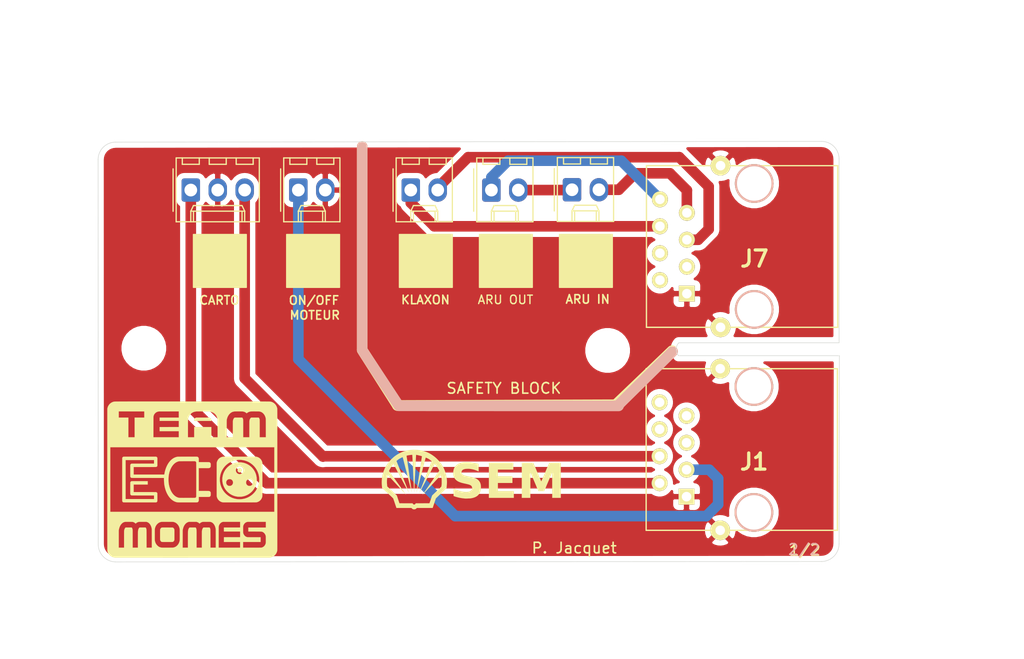
<source format=kicad_pcb>
(kicad_pcb (version 20171130) (host pcbnew "(5.1.0)-1")

  (general
    (thickness 1.6)
    (drawings 30)
    (tracks 38)
    (zones 0)
    (modules 11)
    (nets 17)
  )

  (page A4)
  (layers
    (0 F.Cu signal)
    (31 B.Cu signal)
    (32 B.Adhes user)
    (33 F.Adhes user)
    (34 B.Paste user)
    (35 F.Paste user)
    (36 B.SilkS user)
    (37 F.SilkS user)
    (38 B.Mask user)
    (39 F.Mask user)
    (40 Dwgs.User user)
    (41 Cmts.User user)
    (42 Eco1.User user)
    (43 Eco2.User user)
    (44 Edge.Cuts user)
    (45 Margin user)
    (46 B.CrtYd user)
    (47 F.CrtYd user)
    (48 B.Fab user)
    (49 F.Fab user)
  )

  (setup
    (last_trace_width 0.25)
    (user_trace_width 1)
    (trace_clearance 0.2)
    (zone_clearance 0.508)
    (zone_45_only no)
    (trace_min 0.2)
    (via_size 0.8)
    (via_drill 0.4)
    (via_min_size 0.4)
    (via_min_drill 0.3)
    (uvia_size 0.3)
    (uvia_drill 0.1)
    (uvias_allowed no)
    (uvia_min_size 0.2)
    (uvia_min_drill 0.1)
    (edge_width 0.05)
    (segment_width 0.2)
    (pcb_text_width 0.3)
    (pcb_text_size 1.5 1.5)
    (mod_edge_width 0.12)
    (mod_text_size 1 1)
    (mod_text_width 0.15)
    (pad_size 1.524 1.524)
    (pad_drill 0.762)
    (pad_to_mask_clearance 0.051)
    (solder_mask_min_width 0.25)
    (aux_axis_origin 0 0)
    (visible_elements 7FFFFFFF)
    (pcbplotparams
      (layerselection 0x010fc_ffffffff)
      (usegerberextensions false)
      (usegerberattributes false)
      (usegerberadvancedattributes false)
      (creategerberjobfile false)
      (excludeedgelayer true)
      (linewidth 0.100000)
      (plotframeref false)
      (viasonmask false)
      (mode 1)
      (useauxorigin false)
      (hpglpennumber 1)
      (hpglpenspeed 20)
      (hpglpendiameter 15.000000)
      (psnegative false)
      (psa4output false)
      (plotreference true)
      (plotvalue true)
      (plotinvisibletext false)
      (padsonsilk false)
      (subtractmaskfromsilk false)
      (outputformat 1)
      (mirror false)
      (drillshape 1)
      (scaleselection 1)
      (outputdirectory ""))
  )

  (net 0 "")
  (net 1 GND)
  (net 2 +5V)
  (net 3 ON_OFF)
  (net 4 CARTO_A)
  (net 5 KLAXON)
  (net 6 GND_KLAXON)
  (net 7 ARU)
  (net 8 GND_ARU)
  (net 9 "Net-(J2-Pad2)")
  (net 10 "Net-(J1-Pad5)")
  (net 11 "Net-(J1-Pad6)")
  (net 12 "Net-(J1-Pad7)")
  (net 13 "Net-(J1-Pad8)")
  (net 14 "Net-(J7-Pad4)")
  (net 15 "Net-(J7-Pad3)")
  (net 16 +5VA)

  (net_class Default "Ceci est la Netclass par défaut."
    (clearance 0.2)
    (trace_width 0.25)
    (via_dia 0.8)
    (via_drill 0.4)
    (uvia_dia 0.3)
    (uvia_drill 0.1)
    (add_net +5V)
    (add_net +5VA)
    (add_net ARU)
    (add_net CARTO_A)
    (add_net GND)
    (add_net GND_ARU)
    (add_net GND_KLAXON)
    (add_net KLAXON)
    (add_net "Net-(J1-Pad5)")
    (add_net "Net-(J1-Pad6)")
    (add_net "Net-(J1-Pad7)")
    (add_net "Net-(J1-Pad8)")
    (add_net "Net-(J2-Pad2)")
    (add_net "Net-(J7-Pad3)")
    (add_net "Net-(J7-Pad4)")
    (add_net ON_OFF)
  )

  (module TIM_Logos_V5:logo_shell2_medium_bottom (layer F.Cu) (tedit 5E3EE381) (tstamp 5E4448F0)
    (at 92.75 98.865956)
    (fp_text reference VAL (at 0 0) (layer F.SilkS) hide
      (effects (font (size 0.381 0.381) (thickness 0.127)))
    )
    (fp_text value REF (at 0 0) (layer F.SilkS) hide
      (effects (font (size 0.381 0.381) (thickness 0.127)))
    )
    (fp_poly (pts (xy 8.28294 1.72466) (xy 7.87908 1.72466) (xy 7.47522 1.72466) (xy 7.47268 0.52324)
      (xy 7.47268 -0.68326) (xy 7.09422 0.2032) (xy 6.7183 1.08966) (xy 6.44398 1.08966)
      (xy 6.1722 1.08966) (xy 5.79628 0.2032) (xy 5.41782 -0.68326) (xy 5.41528 0.52324)
      (xy 5.41274 1.72466) (xy 5.00888 1.72466) (xy 4.60502 1.72466) (xy 4.60502 0.06858)
      (xy 4.60502 -1.5875) (xy 5.14858 -1.58496) (xy 5.69468 -1.58242) (xy 6.06298 -0.70866)
      (xy 6.1087 -0.60452) (xy 6.15442 -0.50292) (xy 6.19252 -0.4064) (xy 6.23062 -0.31496)
      (xy 6.26872 -0.22606) (xy 6.30428 -0.14732) (xy 6.33476 -0.0762) (xy 6.3627 -0.0127)
      (xy 6.38556 0.04572) (xy 6.40588 0.09144) (xy 6.42112 0.127) (xy 6.43382 0.1524)
      (xy 6.43636 0.16764) (xy 6.4389 0.17018) (xy 6.44144 0.1651) (xy 6.4516 0.14732)
      (xy 6.46684 0.11938) (xy 6.48208 0.07874) (xy 6.50494 0.02794) (xy 6.53034 -0.03302)
      (xy 6.55828 -0.09906) (xy 6.59384 -0.17272) (xy 6.62686 -0.25654) (xy 6.66496 -0.34798)
      (xy 6.7056 -0.43942) (xy 6.74878 -0.53848) (xy 6.7945 -0.64262) (xy 6.81736 -0.70612)
      (xy 7.19328 -1.58242) (xy 7.73938 -1.58496) (xy 8.28294 -1.5875) (xy 8.28294 0.06858)
      (xy 8.28294 1.72466)) (layer F.SilkS) (width 0.00254))
    (fp_poly (pts (xy 3.85572 1.72466) (xy 2.6797 1.72466) (xy 1.50368 1.72466) (xy 1.50368 0.06858)
      (xy 1.50368 -1.5875) (xy 2.65684 -1.5875) (xy 3.80746 -1.5875) (xy 3.80746 -1.26238)
      (xy 3.80746 -0.94234) (xy 3.08102 -0.94234) (xy 2.35204 -0.94234) (xy 2.35204 -0.63246)
      (xy 2.35204 -0.32004) (xy 3.03784 -0.32004) (xy 3.72364 -0.32004) (xy 3.72364 0)
      (xy 3.72364 0.32004) (xy 3.03784 0.32004) (xy 2.35204 0.32004) (xy 2.35204 0.70358)
      (xy 2.35204 1.08458) (xy 3.10642 1.08458) (xy 3.85572 1.08458) (xy 3.85572 1.40462)
      (xy 3.85572 1.72466)) (layer F.SilkS) (width 0.00254))
    (fp_poly (pts (xy 0.75438 0.7112) (xy 0.75184 0.77978) (xy 0.75184 0.84328) (xy 0.74422 0.89916)
      (xy 0.7239 1.02108) (xy 0.69342 1.13284) (xy 0.65278 1.23444) (xy 0.60198 1.32588)
      (xy 0.54102 1.41224) (xy 0.4699 1.48844) (xy 0.38862 1.55448) (xy 0.29464 1.6129)
      (xy 0.1905 1.6637) (xy 0.07874 1.70434) (xy -0.0508 1.7399) (xy -0.18796 1.7653)
      (xy -0.23368 1.77292) (xy -0.25908 1.77546) (xy -0.29972 1.778) (xy -0.34798 1.78054)
      (xy -0.40386 1.78054) (xy -0.46228 1.78308) (xy -0.52324 1.78562) (xy -0.5842 1.78562)
      (xy -0.64516 1.78562) (xy -0.69596 1.78562) (xy -0.73914 1.78562) (xy -0.7747 1.78562)
      (xy -0.78232 1.78308) (xy -0.99568 1.76022) (xy -1.20142 1.7272) (xy -1.39954 1.68402)
      (xy -1.59766 1.63068) (xy -1.7399 1.58496) (xy -1.82626 1.55194) (xy -1.8288 1.18872)
      (xy -1.8288 1.1176) (xy -1.8288 1.0541) (xy -1.8288 0.99314) (xy -1.8288 0.94234)
      (xy -1.82626 0.89662) (xy -1.82626 0.86106) (xy -1.82626 0.8382) (xy -1.82626 0.82804)
      (xy -1.82626 0.8255) (xy -1.69926 0.889) (xy -1.57734 0.94488) (xy -1.4605 0.99314)
      (xy -1.35382 1.03378) (xy -1.31572 1.04902) (xy -1.1938 1.08458) (xy -1.07188 1.11506)
      (xy -0.95504 1.13792) (xy -0.8382 1.15316) (xy -0.72644 1.16078) (xy -0.61976 1.16332)
      (xy -0.51816 1.15824) (xy -0.42418 1.14554) (xy -0.34036 1.12522) (xy -0.27178 1.09728)
      (xy -0.25908 1.09474) (xy -0.20066 1.05664) (xy -0.14986 1.01092) (xy -0.11176 0.96266)
      (xy -0.0889 0.90424) (xy -0.07366 0.84074) (xy -0.07366 0.7747) (xy -0.0762 0.75438)
      (xy -0.0889 0.69596) (xy -0.11176 0.64516) (xy -0.14478 0.59944) (xy -0.18796 0.56134)
      (xy -0.24384 0.52578) (xy -0.30988 0.4953) (xy -0.33274 0.48514) (xy -0.36322 0.47752)
      (xy -0.3937 0.46736) (xy -0.42418 0.4572) (xy -0.46228 0.44704) (xy -0.50546 0.43688)
      (xy -0.55626 0.42418) (xy -0.61468 0.41148) (xy -0.6858 0.3937) (xy -0.7493 0.381)
      (xy -0.80772 0.3683) (xy -0.86614 0.3556) (xy -0.92202 0.34036) (xy -0.97282 0.3302)
      (xy -1.01346 0.3175) (xy -1.04902 0.30988) (xy -1.06426 0.30734) (xy -1.1938 0.26416)
      (xy -1.31318 0.21844) (xy -1.41986 0.1651) (xy -1.51384 0.10414) (xy -1.59766 0.03556)
      (xy -1.66878 -0.0381) (xy -1.7272 -0.11938) (xy -1.77546 -0.2032) (xy -1.81356 -0.29718)
      (xy -1.83896 -0.38862) (xy -1.84404 -0.43434) (xy -1.84912 -0.49022) (xy -1.85674 -0.55118)
      (xy -1.85674 -0.61468) (xy -1.85674 -0.67818) (xy -1.85674 -0.7366) (xy -1.85166 -0.7747)
      (xy -1.83134 -0.89408) (xy -1.79832 -1.0033) (xy -1.75768 -1.1049) (xy -1.7018 -1.19888)
      (xy -1.63576 -1.28524) (xy -1.55956 -1.36144) (xy -1.4732 -1.43002) (xy -1.37668 -1.48844)
      (xy -1.27 -1.5367) (xy -1.14808 -1.57734) (xy -1.1176 -1.5875) (xy -1.06426 -1.59766)
      (xy -1.01854 -1.61036) (xy -0.96774 -1.62052) (xy -0.92202 -1.62814) (xy -0.87376 -1.63068)
      (xy -0.81534 -1.63576) (xy -0.75438 -1.63576) (xy -0.68326 -1.63576) (xy -0.59944 -1.6383)
      (xy -0.5207 -1.63576) (xy -0.45466 -1.63576) (xy -0.39624 -1.63576) (xy -0.34798 -1.63576)
      (xy -0.3048 -1.63068) (xy -0.26416 -1.62814) (xy -0.24638 -1.62814) (xy -0.10414 -1.61036)
      (xy 0.02794 -1.59004) (xy 0.15494 -1.56718) (xy 0.28448 -1.54178) (xy 0.4064 -1.5113)
      (xy 0.53848 -1.48082) (xy 0.53848 -1.12776) (xy 0.53848 -1.05918) (xy 0.53848 -0.99568)
      (xy 0.53848 -0.93726) (xy 0.53848 -0.88392) (xy 0.53848 -0.84328) (xy 0.53848 -0.81026)
      (xy 0.53848 -0.7874) (xy 0.53848 -0.7747) (xy 0.52832 -0.77724) (xy 0.51054 -0.7874)
      (xy 0.48514 -0.79756) (xy 0.45466 -0.81026) (xy 0.43942 -0.8128) (xy 0.26924 -0.87884)
      (xy 0.09652 -0.93472) (xy -0.08128 -0.97536) (xy -0.24892 -1.0033) (xy -0.25654 -1.0033)
      (xy -0.31496 -1.01092) (xy -0.381 -1.01346) (xy -0.45466 -1.01854) (xy -0.52578 -1.01346)
      (xy -0.59436 -1.01092) (xy -0.65786 -1.00838) (xy -0.71374 -1.0033) (xy -0.72898 -1.00076)
      (xy -0.8128 -0.98044) (xy -0.88392 -0.95758) (xy -0.94234 -0.9271) (xy -0.9906 -0.89408)
      (xy -1.0287 -0.8509) (xy -1.05664 -0.8001) (xy -1.07188 -0.74676) (xy -1.07696 -0.72898)
      (xy -1.0795 -0.66548) (xy -1.07188 -0.60706) (xy -1.04902 -0.55372) (xy -1.01854 -0.508)
      (xy -1.0033 -0.48768) (xy -0.98044 -0.47244) (xy -0.95504 -0.45466) (xy -0.92456 -0.43688)
      (xy -0.889 -0.42164) (xy -0.84328 -0.4064) (xy -0.79502 -0.39116) (xy -0.7366 -0.37592)
      (xy -0.66802 -0.35814) (xy -0.58674 -0.34036) (xy -0.4953 -0.32004) (xy -0.46228 -0.31496)
      (xy -0.35814 -0.29464) (xy -0.2667 -0.27178) (xy -0.18542 -0.25654) (xy -0.11176 -0.23876)
      (xy -0.0508 -0.22352) (xy 0.00762 -0.20574) (xy 0.06096 -0.18796) (xy 0.10922 -0.17272)
      (xy 0.15748 -0.15494) (xy 0.2032 -0.13716) (xy 0.22352 -0.127) (xy 0.32766 -0.07874)
      (xy 0.41656 -0.02032) (xy 0.50038 0.04318) (xy 0.56642 0.11176) (xy 0.6223 0.18796)
      (xy 0.67056 0.27178) (xy 0.70612 0.3683) (xy 0.73406 0.46736) (xy 0.74168 0.51562)
      (xy 0.7493 0.57404) (xy 0.75184 0.64262) (xy 0.75438 0.7112)) (layer F.SilkS) (width 0.00254))
    (fp_poly (pts (xy -2.44602 0.23114) (xy -2.44856 0.27686) (xy -2.4511 0.3302) (xy -2.4511 0.37084)
      (xy -2.45872 0.47498) (xy -2.46634 0.56388) (xy -2.47396 0.64516) (xy -2.48158 0.70866)
      (xy -2.4892 0.75946) (xy -2.49682 0.78232) (xy -2.49936 0.8001) (xy -2.49936 0.8128)
      (xy -2.50698 0.81534) (xy -2.51968 0.83058) (xy -2.54254 0.85344) (xy -2.57302 0.88138)
      (xy -2.61366 0.91948) (xy -2.65684 0.9652) (xy -2.71018 1.01346) (xy -2.76352 1.06934)
      (xy -2.82702 1.12776) (xy -2.89306 1.19126) (xy -2.9464 1.24206) (xy -2.9464 0.2667)
      (xy -2.9464 0.21082) (xy -2.9464 0.14732) (xy -2.9464 0.09652) (xy -2.9464 0.05588)
      (xy -2.9464 0.02032) (xy -2.94894 -0.0127) (xy -2.95148 -0.04064) (xy -2.95402 -0.06604)
      (xy -2.9591 -0.09906) (xy -2.96164 -0.12954) (xy -2.97434 -0.18288) (xy -2.98196 -0.23368)
      (xy -2.99212 -0.28448) (xy -2.99974 -0.32766) (xy -3.0099 -0.36322) (xy -3.01498 -0.3937)
      (xy -3.0226 -0.41148) (xy -3.02514 -0.41656) (xy -3.03022 -0.41402) (xy -3.04546 -0.39878)
      (xy -3.06832 -0.37338) (xy -3.0988 -0.34036) (xy -3.1369 -0.29972) (xy -3.18262 -0.25146)
      (xy -3.23596 -0.19558) (xy -3.29438 -0.13208) (xy -3.35788 -0.0635) (xy -3.42646 0.0127)
      (xy -3.50012 0.0889) (xy -3.57886 0.17272) (xy -3.66268 0.26416) (xy -3.7465 0.3556)
      (xy -3.83286 0.44704) (xy -3.88112 0.50038) (xy -3.96748 0.59436) (xy -4.05892 0.69088)
      (xy -4.14274 0.77978) (xy -4.22402 0.86614) (xy -4.29768 0.94996) (xy -4.37134 1.02616)
      (xy -4.43992 1.10236) (xy -4.50088 1.1684) (xy -4.5593 1.22936) (xy -4.60756 1.2827)
      (xy -4.65074 1.32842) (xy -4.68884 1.36652) (xy -4.71424 1.397) (xy -4.7371 1.41986)
      (xy -4.74726 1.43002) (xy -4.7498 1.43002) (xy -4.76758 1.45034) (xy -4.75488 1.43002)
      (xy -4.75234 1.42494) (xy -4.7371 1.40716) (xy -4.71678 1.37668) (xy -4.69138 1.33858)
      (xy -4.65836 1.29286) (xy -4.61772 1.23444) (xy -4.57454 1.17094) (xy -4.52374 1.09728)
      (xy -4.4704 1.02108) (xy -4.40944 0.93472) (xy -4.34594 0.84328) (xy -4.2799 0.74676)
      (xy -4.20878 0.64516) (xy -4.13512 0.53848) (xy -4.05892 0.4318) (xy -3.98018 0.3175)
      (xy -3.95986 0.28702) (xy -3.17246 -0.84074) (xy -3.21056 -0.91694) (xy -3.24358 -0.97282)
      (xy -3.26898 -1.02362) (xy -3.29692 -1.0668) (xy -3.32486 -1.10998) (xy -3.3528 -1.1557)
      (xy -3.35788 -1.16586) (xy -3.38836 -1.20904) (xy -3.41122 -1.24206) (xy -3.43154 -1.27)
      (xy -3.44932 -1.29286) (xy -3.46202 -1.31318) (xy -3.4798 -1.3335) (xy -3.49758 -1.35382)
      (xy -3.51536 -1.37414) (xy -3.53822 -1.40208) (xy -3.55854 -1.42748) (xy -3.57886 -1.4478)
      (xy -3.58648 -1.4605) (xy -3.60172 -1.47828) (xy -4.33832 -0.08636) (xy -4.4069 0.04318)
      (xy -4.47548 0.17272) (xy -4.53898 0.29464) (xy -4.60248 0.41402) (xy -4.6609 0.52578)
      (xy -4.71932 0.635) (xy -4.7752 0.7366) (xy -4.82346 0.83312) (xy -4.86918 0.91948)
      (xy -4.9149 1.0033) (xy -4.95046 1.07188) (xy -4.98602 1.13792) (xy -5.01396 1.19126)
      (xy -5.03682 1.23698) (xy -5.05714 1.27) (xy -5.06984 1.29286) (xy -5.07492 1.30302)
      (xy -5.07238 1.29794) (xy -5.0673 1.27762) (xy -5.0546 1.24714) (xy -5.03682 1.2065)
      (xy -5.01904 1.15316) (xy -4.99364 1.08966) (xy -4.9657 1.01854) (xy -4.93268 0.93472)
      (xy -4.89966 0.84328) (xy -4.86156 0.74676) (xy -4.82092 0.64262) (xy -4.7752 0.52832)
      (xy -4.72948 0.41148) (xy -4.68122 0.28702) (xy -4.63042 0.15748) (xy -4.58216 0.0254)
      (xy -4.52628 -0.11176) (xy -4.48564 -0.22098) (xy -4.42976 -0.36068) (xy -4.37896 -0.49784)
      (xy -4.32562 -0.62992) (xy -4.27482 -0.75692) (xy -4.2291 -0.87884) (xy -4.18338 -0.99568)
      (xy -4.1402 -1.10744) (xy -4.09956 -1.20904) (xy -4.06146 -1.30556) (xy -4.02844 -1.39446)
      (xy -3.99796 -1.4732) (xy -3.96748 -1.54432) (xy -3.94462 -1.60528) (xy -3.92684 -1.65608)
      (xy -3.9116 -1.69672) (xy -3.8989 -1.72212) (xy -3.89382 -1.7399) (xy -3.89382 -1.74244)
      (xy -3.8989 -1.74752) (xy -3.91414 -1.75768) (xy -3.93192 -1.77546) (xy -3.937 -1.78054)
      (xy -3.96748 -1.8034) (xy -4.00558 -1.83388) (xy -4.0513 -1.86436) (xy -4.09702 -1.89738)
      (xy -4.14274 -1.92532) (xy -4.1656 -1.94056) (xy -4.18846 -1.95326) (xy -4.2164 -1.9685)
      (xy -4.24942 -1.98628) (xy -4.29006 -2.00406) (xy -4.32816 -2.02438) (xy -4.36372 -2.03962)
      (xy -4.39674 -2.05232) (xy -4.42468 -2.06248) (xy -4.43992 -2.0701) (xy -4.445 -2.0701)
      (xy -4.44754 -2.0701) (xy -4.44754 -2.06756) (xy -4.45008 -2.06248) (xy -4.45516 -2.05486)
      (xy -4.4577 -2.03962) (xy -4.46278 -2.02692) (xy -4.4704 -2.00914) (xy -4.47802 -1.98374)
      (xy -4.48564 -1.95072) (xy -4.4958 -1.91516) (xy -4.5085 -1.87198) (xy -4.5212 -1.82626)
      (xy -4.5339 -1.76784) (xy -4.55168 -1.70434) (xy -4.572 -1.63068) (xy -4.59232 -1.5494)
      (xy -4.61518 -1.4605) (xy -4.64566 -1.3589) (xy -4.6736 -1.24714) (xy -4.70662 -1.12522)
      (xy -4.7371 -0.9906) (xy -4.7752 -0.84582) (xy -4.81838 -0.69088) (xy -4.86156 -0.5207)
      (xy -4.8895 -0.40894) (xy -4.9276 -0.25908) (xy -4.9657 -0.11684) (xy -5.0038 0.02794)
      (xy -5.0419 0.1651) (xy -5.07238 0.29464) (xy -5.10794 0.4191) (xy -5.13842 0.53848)
      (xy -5.1689 0.65024) (xy -5.1943 0.75438) (xy -5.2197 0.8509) (xy -5.24256 0.9398)
      (xy -5.26288 1.01854) (xy -5.28066 1.08712) (xy -5.2959 1.143) (xy -5.3086 1.18872)
      (xy -5.31876 1.22428) (xy -5.32384 1.24714) (xy -5.32638 1.25476) (xy -5.32638 1.2573)
      (xy -5.32892 1.25476) (xy -5.32892 1.23952) (xy -5.32638 1.23698) (xy -5.32384 1.22682)
      (xy -5.32384 1.20142) (xy -5.31622 1.16332) (xy -5.3086 1.11506) (xy -5.30098 1.05664)
      (xy -5.28828 0.98806) (xy -5.27812 0.90932) (xy -5.26288 0.82296) (xy -5.25018 0.72898)
      (xy -5.23494 0.62738) (xy -5.21716 0.5207) (xy -5.20192 0.40386) (xy -5.1816 0.28702)
      (xy -5.16382 0.1651) (xy -5.14604 0.0381) (xy -5.12572 -0.09144) (xy -5.1054 -0.22606)
      (xy -5.08762 -0.3556) (xy -5.06476 -0.49022) (xy -5.04698 -0.62484) (xy -5.02666 -0.75692)
      (xy -5.00634 -0.88646) (xy -4.98602 -1.01854) (xy -4.9657 -1.14046) (xy -4.95046 -1.26238)
      (xy -4.93014 -1.38176) (xy -4.9149 -1.49098) (xy -4.89712 -1.59766) (xy -4.88188 -1.69926)
      (xy -4.86918 -1.79324) (xy -4.85902 -1.87706) (xy -4.84378 -1.95072) (xy -4.83616 -2.01676)
      (xy -4.826 -2.07264) (xy -4.82092 -2.11582) (xy -4.81584 -2.15138) (xy -4.8133 -2.1717)
      (xy -4.8133 -2.17932) (xy -4.81076 -2.20218) (xy -4.88696 -2.22504) (xy -4.91998 -2.23774)
      (xy -4.94538 -2.24282) (xy -4.9657 -2.2479) (xy -4.9784 -2.2479) (xy -4.98856 -2.25044)
      (xy -5.01142 -2.25806) (xy -5.03682 -2.26314) (xy -5.04952 -2.26568) (xy -5.08762 -2.27584)
      (xy -5.12826 -2.286) (xy -5.17144 -2.2987) (xy -5.21462 -2.30632) (xy -5.25526 -2.31648)
      (xy -5.29336 -2.32156) (xy -5.32384 -2.32918) (xy -5.3467 -2.33172) (xy -5.36194 -2.33172)
      (xy -5.36194 -2.3241) (xy -5.36194 -2.30632) (xy -5.36448 -2.27076) (xy -5.36702 -2.22758)
      (xy -5.36956 -2.1717) (xy -5.3721 -2.1082) (xy -5.37718 -2.02946) (xy -5.38226 -1.94564)
      (xy -5.38734 -1.84912) (xy -5.39242 -1.75006) (xy -5.40004 -1.64338) (xy -5.40258 -1.52908)
      (xy -5.40766 -1.4097) (xy -5.41528 -1.28524) (xy -5.4229 -1.15824) (xy -5.42798 -1.0287)
      (xy -5.43306 -0.89662) (xy -5.44322 -0.75946) (xy -5.4483 -0.6223) (xy -5.45338 -0.48514)
      (xy -5.461 -0.35052) (xy -5.46862 -0.21336) (xy -5.47624 -0.08128) (xy -5.48386 0.05334)
      (xy -5.48894 0.18034) (xy -5.49402 0.3048) (xy -5.50164 0.42418) (xy -5.50672 0.53848)
      (xy -5.5118 0.6477) (xy -5.51434 0.75184) (xy -5.51942 0.84328) (xy -5.5245 0.92964)
      (xy -5.52958 1.00838) (xy -5.53212 1.07696) (xy -5.53466 1.13284) (xy -5.5372 1.1811)
      (xy -5.5372 1.21666) (xy -5.5372 1.23952) (xy -5.5372 1.24968) (xy -5.54482 1.24968)
      (xy -5.54482 1.24206) (xy -5.54482 1.22174) (xy -5.54736 1.18872) (xy -5.5499 1.143)
      (xy -5.55244 1.08712) (xy -5.55498 1.01854) (xy -5.56006 0.9398) (xy -5.56514 0.8509)
      (xy -5.56768 0.75184) (xy -5.5753 0.64516) (xy -5.57784 0.53086) (xy -5.58546 0.40894)
      (xy -5.59054 0.2794) (xy -5.59816 0.14478) (xy -5.60324 0.00508) (xy -5.6134 -0.14224)
      (xy -5.61848 -0.29464) (xy -5.62864 -0.44704) (xy -5.63118 -0.54102) (xy -5.63626 -0.6985)
      (xy -5.64388 -0.8509) (xy -5.6515 -1.0033) (xy -5.65912 -1.14554) (xy -5.6642 -1.28524)
      (xy -5.67182 -1.41732) (xy -5.6769 -1.54432) (xy -5.68198 -1.66116) (xy -5.6896 -1.77292)
      (xy -5.69468 -1.87706) (xy -5.69722 -1.97104) (xy -5.7023 -2.05486) (xy -5.70484 -2.13106)
      (xy -5.71246 -2.19456) (xy -5.71246 -2.24536) (xy -5.715 -2.286) (xy -5.71754 -2.31394)
      (xy -5.71754 -2.32918) (xy -5.71754 -2.33172) (xy -5.72516 -2.33172) (xy -5.74548 -2.33172)
      (xy -5.77596 -2.32918) (xy -5.81152 -2.32918) (xy -5.84962 -2.3241) (xy -5.8928 -2.32156)
      (xy -5.93344 -2.31394) (xy -5.97154 -2.30886) (xy -6.0071 -2.30632) (xy -6.0071 -2.30378)
      (xy -6.05536 -2.29616) (xy -6.096 -2.28854) (xy -6.13156 -2.28346) (xy -6.16204 -2.27584)
      (xy -6.1976 -2.26568) (xy -6.24078 -2.25552) (xy -6.25094 -2.25298) (xy -6.25856 -2.24536)
      (xy -6.25602 -2.22758) (xy -6.25348 -2.21488) (xy -6.2484 -2.18694) (xy -6.24586 -2.15138)
      (xy -6.23824 -2.10058) (xy -6.22808 -2.03962) (xy -6.21792 -1.97104) (xy -6.20776 -1.8923)
      (xy -6.19506 -1.8034) (xy -6.17982 -1.71196) (xy -6.16458 -1.60782) (xy -6.15188 -1.4986)
      (xy -6.1341 -1.3843) (xy -6.11632 -1.26238) (xy -6.09854 -1.14046) (xy -6.07822 -1.01092)
      (xy -6.06298 -0.88138) (xy -6.04266 -0.75184) (xy -6.02234 -0.61976) (xy -6.00456 -0.48514)
      (xy -5.98678 -0.35052) (xy -5.96646 -0.2159) (xy -5.94868 -0.08382) (xy -5.92836 0.04572)
      (xy -5.91058 0.17272) (xy -5.8928 0.29718) (xy -5.87502 0.41656) (xy -5.85978 0.53086)
      (xy -5.84454 0.63754) (xy -5.8293 0.73914) (xy -5.81914 0.83566) (xy -5.8039 0.92202)
      (xy -5.79628 1.00076) (xy -5.78358 1.06934) (xy -5.77596 1.12776) (xy -5.76834 1.17602)
      (xy -5.76326 1.21158) (xy -5.76072 1.23698) (xy -5.75818 1.24714) (xy -5.75818 1.24968)
      (xy -5.76326 1.2446) (xy -5.7658 1.2319) (xy -5.76834 1.22682) (xy -5.77088 1.21666)
      (xy -5.7785 1.1938) (xy -5.78612 1.15824) (xy -5.79882 1.11252) (xy -5.81152 1.05664)
      (xy -5.8293 0.98806) (xy -5.84962 0.90932) (xy -5.87248 0.82296) (xy -5.89534 0.72898)
      (xy -5.92328 0.6223) (xy -5.95122 0.51054) (xy -5.97916 0.3937) (xy -6.01472 0.2667)
      (xy -6.04774 0.13716) (xy -6.08076 -0.00254) (xy -6.11632 -0.14224) (xy -6.15442 -0.28702)
      (xy -6.19252 -0.43688) (xy -6.1976 -0.45212) (xy -6.2357 -0.59944) (xy -6.26872 -0.74422)
      (xy -6.30682 -0.88392) (xy -6.34238 -1.02108) (xy -6.3754 -1.15316) (xy -6.40588 -1.27762)
      (xy -6.43636 -1.397) (xy -6.46684 -1.50622) (xy -6.49224 -1.6129) (xy -6.51764 -1.70942)
      (xy -6.53796 -1.79578) (xy -6.55828 -1.87198) (xy -6.57606 -1.94056) (xy -6.5913 -1.99644)
      (xy -6.60146 -2.0447) (xy -6.61162 -2.07772) (xy -6.6167 -2.10058) (xy -6.61924 -2.1082)
      (xy -6.62432 -2.11328) (xy -6.63956 -2.1082) (xy -6.66242 -2.09804) (xy -6.69036 -2.08534)
      (xy -6.72084 -2.07264) (xy -6.73862 -2.06756) (xy -6.76402 -2.05486) (xy -6.7945 -2.03962)
      (xy -6.83514 -2.01676) (xy -6.87578 -1.9939) (xy -6.91642 -1.97104) (xy -6.95198 -1.95072)
      (xy -6.9723 -1.94056) (xy -7.00786 -1.91262) (xy -7.04596 -1.88722) (xy -7.08406 -1.85674)
      (xy -7.12216 -1.82626) (xy -7.15264 -1.8034) (xy -7.18058 -1.78054) (xy -7.19074 -1.7653)
      (xy -7.20852 -1.75006) (xy -6.604 -0.22606) (xy -6.55066 -0.08382) (xy -6.49732 0.05334)
      (xy -6.44398 0.18542) (xy -6.39318 0.31242) (xy -6.34492 0.43688) (xy -6.2992 0.55372)
      (xy -6.25602 0.66294) (xy -6.21538 0.76708) (xy -6.17728 0.8636) (xy -6.13918 0.94996)
      (xy -6.1087 1.03124) (xy -6.08076 1.10236) (xy -6.0579 1.16332) (xy -6.03758 1.21666)
      (xy -6.02234 1.25476) (xy -6.00964 1.2827) (xy -6.00456 1.30048) (xy -6.00456 1.30302)
      (xy -6.0071 1.30048) (xy -6.01726 1.28016) (xy -6.0325 1.25222) (xy -6.05536 1.21412)
      (xy -6.07822 1.16332) (xy -6.11378 1.1049) (xy -6.1468 1.03378) (xy -6.18998 0.95758)
      (xy -6.23824 0.87376) (xy -6.28396 0.78232) (xy -6.3373 0.68326) (xy -6.39318 0.57658)
      (xy -6.45414 0.46482) (xy -6.5151 0.35052) (xy -6.58114 0.2286) (xy -6.64718 0.10414)
      (xy -6.7183 -0.0254) (xy -6.74878 -0.08636) (xy -7.493 -1.47828) (xy -7.51586 -1.45034)
      (xy -7.54126 -1.41732) (xy -7.57174 -1.37668) (xy -7.60222 -1.33604) (xy -7.6327 -1.29286)
      (xy -7.66572 -1.24714) (xy -7.69366 -1.2065) (xy -7.71906 -1.1684) (xy -7.73938 -1.13538)
      (xy -7.75462 -1.11252) (xy -7.7597 -1.10236) (xy -7.76986 -1.08204) (xy -7.7851 -1.0541)
      (xy -7.80034 -1.02616) (xy -7.80796 -1.02108) (xy -7.83844 -0.9652) (xy -7.87146 -0.89916)
      (xy -7.8994 -0.83566) (xy -7.91464 -0.80518) (xy -7.112 0.3048) (xy -7.03072 0.41656)
      (xy -6.95452 0.52324) (xy -6.87832 0.62992) (xy -6.80466 0.73152) (xy -6.73354 0.8255)
      (xy -6.67004 0.91948) (xy -6.60654 1.0033) (xy -6.55066 1.08204) (xy -6.49732 1.1557)
      (xy -6.4516 1.2192) (xy -6.41096 1.27762) (xy -6.3754 1.32334) (xy -6.34746 1.36398)
      (xy -6.32714 1.397) (xy -6.3119 1.41478) (xy -6.30682 1.42494) (xy -6.30428 1.42748)
      (xy -6.30428 1.43002) (xy -6.30682 1.42748) (xy -6.30682 1.42494) (xy -6.3119 1.4224)
      (xy -6.32206 1.41224) (xy -6.32968 1.40208) (xy -6.34492 1.38684) (xy -6.3627 1.36906)
      (xy -6.38302 1.3462) (xy -6.40842 1.31826) (xy -6.4389 1.28524) (xy -6.47446 1.24714)
      (xy -6.51764 1.20142) (xy -6.5659 1.15062) (xy -6.61924 1.0922) (xy -6.6802 1.02616)
      (xy -6.74878 0.94996) (xy -6.82498 0.86614) (xy -6.9088 0.77724) (xy -7.00024 0.67564)
      (xy -7.10184 0.56896) (xy -7.18312 0.4826) (xy -7.26948 0.38608) (xy -7.35584 0.2921)
      (xy -7.43966 0.2032) (xy -7.5184 0.11684) (xy -7.5946 0.03556) (xy -7.66572 -0.04318)
      (xy -7.73176 -0.11938) (xy -7.79272 -0.18288) (xy -7.85114 -0.24384) (xy -7.8994 -0.29464)
      (xy -7.94004 -0.34036) (xy -7.9756 -0.37846) (xy -8.00354 -0.4064) (xy -8.02132 -0.42672)
      (xy -8.02894 -0.43942) (xy -8.03148 -0.43942) (xy -8.03402 -0.43942) (xy -8.03656 -0.43688)
      (xy -8.04164 -0.42672) (xy -8.04418 -0.41656) (xy -8.04672 -0.3937) (xy -8.0518 -0.36322)
      (xy -8.05942 -0.32004) (xy -8.06704 -0.26924) (xy -8.06704 -0.26416) (xy -8.08228 -0.1651)
      (xy -8.09498 -0.07366) (xy -8.1026 0.01524) (xy -8.10768 0.09906) (xy -8.10768 0.18796)
      (xy -8.10768 0.27686) (xy -8.10514 0.37338) (xy -8.09498 0.47752) (xy -8.08482 0.59436)
      (xy -8.08228 0.64262) (xy -7.62762 1.06934) (xy -7.17296 1.4986) (xy -7.05358 1.86436)
      (xy -6.93166 2.23266) (xy -6.30682 2.23774) (xy -5.68198 2.23774) (xy -5.6769 2.2606)
      (xy -5.66674 2.28346) (xy -5.64388 2.30886) (xy -5.62102 2.32918) (xy -5.6007 2.34188)
      (xy -5.56514 2.35204) (xy -5.52196 2.35204) (xy -5.48132 2.33934) (xy -5.47624 2.33426)
      (xy -5.45084 2.31902) (xy -5.43052 2.29616) (xy -5.41274 2.26822) (xy -5.40766 2.2479)
      (xy -5.40766 2.24536) (xy -5.40258 2.24282) (xy -5.40004 2.24282) (xy -5.38734 2.24028)
      (xy -5.3721 2.24028) (xy -5.35432 2.23774) (xy -5.32892 2.23774) (xy -5.2959 2.23774)
      (xy -5.25526 2.23774) (xy -5.20446 2.23774) (xy -5.14858 2.23774) (xy -5.07746 2.2352)
      (xy -4.99872 2.2352) (xy -4.90474 2.2352) (xy -4.79806 2.2352) (xy -4.75234 2.2352)
      (xy -4.09956 2.23266) (xy -4.04368 2.06502) (xy -4.02336 2.00914) (xy -4.0005 1.94818)
      (xy -3.97764 1.8796) (xy -3.95478 1.80848) (xy -3.93192 1.74244) (xy -3.91668 1.69672)
      (xy -3.8481 1.49606) (xy -3.4798 1.143) (xy -3.4163 1.08204) (xy -3.35534 1.02362)
      (xy -3.29692 0.96774) (xy -3.24358 0.91694) (xy -3.19024 0.86614) (xy -3.14706 0.8255)
      (xy -3.10896 0.78994) (xy -3.07848 0.75946) (xy -3.05562 0.7366) (xy -3.04546 0.72898)
      (xy -2.98196 0.66802) (xy -2.96164 0.54864) (xy -2.9591 0.51562) (xy -2.95402 0.48514)
      (xy -2.95148 0.45466) (xy -2.94894 0.42672) (xy -2.9464 0.39624) (xy -2.9464 0.36068)
      (xy -2.9464 0.3175) (xy -2.9464 0.2667) (xy -2.9464 1.24206) (xy -2.9591 1.25476)
      (xy -2.9972 1.29286) (xy -3.49504 1.77292) (xy -3.6449 2.2225) (xy -3.79476 2.67716)
      (xy -4.54152 2.67716) (xy -5.28828 2.67716) (xy -5.32892 2.7178) (xy -5.37718 2.75844)
      (xy -5.41782 2.7813) (xy -5.44322 2.79146) (xy -5.46608 2.80162) (xy -5.48894 2.80416)
      (xy -5.52196 2.8067) (xy -5.52958 2.8067) (xy -5.56006 2.8067) (xy -5.59308 2.80416)
      (xy -5.61848 2.80162) (xy -5.62102 2.80162) (xy -5.64896 2.794) (xy -5.66674 2.78384)
      (xy -5.67436 2.7813) (xy -5.6896 2.77114) (xy -5.70484 2.76352) (xy -5.715 2.7559)
      (xy -5.73532 2.7432) (xy -5.7531 2.72542) (xy -5.75818 2.7178) (xy -5.80136 2.67716)
      (xy -6.51002 2.67716) (xy -7.2136 2.67716) (xy -7.22376 2.64922) (xy -7.2263 2.63906)
      (xy -7.23392 2.6162) (xy -7.24408 2.58064) (xy -7.25932 2.53746) (xy -7.2771 2.48666)
      (xy -7.29742 2.42824) (xy -7.32028 2.35966) (xy -7.34314 2.29108) (xy -7.36854 2.21742)
      (xy -7.37362 2.1971) (xy -7.5184 1.77292) (xy -7.99084 1.32334) (xy -8.06196 1.2573)
      (xy -8.13054 1.1938) (xy -8.19404 1.13284) (xy -8.25754 1.07442) (xy -8.31342 1.02362)
      (xy -8.36422 0.97536) (xy -8.4074 0.93472) (xy -8.44804 0.89662) (xy -8.47852 0.86614)
      (xy -8.50138 0.84582) (xy -8.51154 0.83566) (xy -8.55726 0.79248) (xy -8.57504 0.66548)
      (xy -8.59282 0.49276) (xy -8.60044 0.31496) (xy -8.5979 0.13462) (xy -8.5852 -0.04572)
      (xy -8.56488 -0.22352) (xy -8.53186 -0.39116) (xy -8.53186 -0.39624) (xy -8.5217 -0.45212)
      (xy -8.50392 -0.51054) (xy -8.48614 -0.57404) (xy -8.46836 -0.64008) (xy -8.44804 -0.70358)
      (xy -8.4328 -0.75946) (xy -8.41756 -0.80772) (xy -8.4074 -0.82804) (xy -8.38962 -0.87376)
      (xy -8.36676 -0.92456) (xy -8.34136 -0.98044) (xy -8.3185 -1.0414) (xy -8.2931 -1.09474)
      (xy -8.27024 -1.143) (xy -8.25246 -1.17348) (xy -8.22706 -1.22428) (xy -8.18896 -1.2827)
      (xy -8.14832 -1.3462) (xy -8.1026 -1.41732) (xy -8.0518 -1.48844) (xy -8.00354 -1.55956)
      (xy -7.96036 -1.61798) (xy -7.92226 -1.66624) (xy -7.89178 -1.70942) (xy -7.85876 -1.74498)
      (xy -7.8232 -1.78054) (xy -7.78764 -1.82118) (xy -7.747 -1.86436) (xy -7.71144 -1.89992)
      (xy -7.61238 -1.9939) (xy -7.5184 -2.08026) (xy -7.42442 -2.16154) (xy -7.33044 -2.23266)
      (xy -7.23138 -2.30124) (xy -7.12978 -2.36728) (xy -6.95452 -2.46888) (xy -6.77164 -2.55778)
      (xy -6.58368 -2.63398) (xy -6.39318 -2.69494) (xy -6.1976 -2.74574) (xy -5.99694 -2.7813)
      (xy -5.7912 -2.80416) (xy -5.58546 -2.81432) (xy -5.37718 -2.80924) (xy -5.27558 -2.80416)
      (xy -5.12064 -2.78892) (xy -4.97332 -2.76606) (xy -4.82854 -2.73812) (xy -4.67614 -2.69748)
      (xy -4.55168 -2.65938) (xy -4.42214 -2.6162) (xy -4.30276 -2.57048) (xy -4.191 -2.51968)
      (xy -4.08178 -2.46634) (xy -3.9751 -2.4003) (xy -3.90652 -2.35966) (xy -3.76428 -2.26314)
      (xy -3.6322 -2.16662) (xy -3.51028 -2.06502) (xy -3.39344 -1.9558) (xy -3.28168 -1.8415)
      (xy -3.16738 -1.71196) (xy -3.09372 -1.62052) (xy -3.06324 -1.58242) (xy -3.03784 -1.55194)
      (xy -3.01498 -1.52146) (xy -2.99212 -1.48844) (xy -2.9718 -1.45288) (xy -2.9464 -1.41732)
      (xy -2.91846 -1.37668) (xy -2.88798 -1.32334) (xy -2.85242 -1.26238) (xy -2.794 -1.16332)
      (xy -2.74066 -1.05156) (xy -2.68732 -0.92964) (xy -2.63652 -0.80518) (xy -2.59334 -0.67564)
      (xy -2.55524 -0.54864) (xy -2.52222 -0.42418) (xy -2.50444 -0.33528) (xy -2.49682 -0.29464)
      (xy -2.4892 -0.254) (xy -2.48158 -0.2159) (xy -2.4765 -0.19304) (xy -2.47396 -0.17018)
      (xy -2.47142 -0.13462) (xy -2.46634 -0.09144) (xy -2.45872 -0.04318) (xy -2.45872 0.00508)
      (xy -2.45618 0.03556) (xy -2.4511 0.09144) (xy -2.44856 0.14224) (xy -2.44856 0.18796)
      (xy -2.44602 0.23114)) (layer F.SilkS) (width 0.00254))
  )

  (module TIM_Logos_V5:logo_ecomomes_highResSmall (layer F.Cu) (tedit 0) (tstamp 5E4447DA)
    (at 66.29 98.86)
    (fp_text reference G*** (at 0 0) (layer F.SilkS) hide
      (effects (font (size 1.524 1.524) (thickness 0.3)))
    )
    (fp_text value LOGO (at 0.75 0) (layer F.SilkS) hide
      (effects (font (size 1.524 1.524) (thickness 0.3)))
    )
    (fp_poly (pts (xy 4.495865 -1.075824) (xy 4.530216 -1.066265) (xy 4.562423 -1.050485) (xy 4.591626 -1.029051)
      (xy 4.616967 -1.002531) (xy 4.637587 -0.971493) (xy 4.652628 -0.936504) (xy 4.657306 -0.919799)
      (xy 4.662992 -0.880362) (xy 4.661024 -0.841992) (xy 4.651315 -0.803929) (xy 4.641231 -0.779859)
      (xy 4.620637 -0.745461) (xy 4.594939 -0.716761) (xy 4.564796 -0.694177) (xy 4.530865 -0.678126)
      (xy 4.493802 -0.669025) (xy 4.463433 -0.667018) (xy 4.445356 -0.667807) (xy 4.427808 -0.669636)
      (xy 4.414304 -0.672128) (xy 4.41325 -0.672416) (xy 4.375594 -0.687125) (xy 4.342634 -0.708212)
      (xy 4.314518 -0.735551) (xy 4.29139 -0.769016) (xy 4.283642 -0.783935) (xy 4.270132 -0.820847)
      (xy 4.264025 -0.858306) (xy 4.264908 -0.895463) (xy 4.27237 -0.931469) (xy 4.285999 -0.965473)
      (xy 4.305384 -0.996626) (xy 4.330113 -1.02408) (xy 4.359775 -1.046983) (xy 4.393957 -1.064486)
      (xy 4.424164 -1.074003) (xy 4.460228 -1.078592) (xy 4.495865 -1.075824)) (layer F.SilkS) (width 0.01))
    (fp_poly (pts (xy 4.501493 -1.617071) (xy 4.539683 -1.616544) (xy 4.573015 -1.615518) (xy 4.603027 -1.613869)
      (xy 4.631256 -1.611468) (xy 4.65924 -1.60819) (xy 4.688517 -1.603908) (xy 4.720624 -1.598494)
      (xy 4.750594 -1.593039) (xy 4.860807 -1.568549) (xy 4.968263 -1.536739) (xy 5.072658 -1.497836)
      (xy 5.173688 -1.452069) (xy 5.271051 -1.399664) (xy 5.364444 -1.34085) (xy 5.453562 -1.275855)
      (xy 5.538104 -1.204906) (xy 5.617767 -1.128232) (xy 5.692246 -1.046059) (xy 5.761238 -0.958617)
      (xy 5.824442 -0.866132) (xy 5.881553 -0.768833) (xy 5.9038 -0.72629) (xy 5.948865 -0.629317)
      (xy 5.986989 -0.530582) (xy 6.018418 -0.42926) (xy 6.043399 -0.324525) (xy 6.062178 -0.215549)
      (xy 6.067046 -0.178594) (xy 6.069796 -0.149864) (xy 6.071911 -0.114992) (xy 6.073391 -0.075591)
      (xy 6.074237 -0.033277) (xy 6.07445 0.010336) (xy 6.074028 0.053634) (xy 6.072974 0.095002)
      (xy 6.071286 0.132825) (xy 6.068967 0.165489) (xy 6.066951 0.184547) (xy 6.058193 0.247049)
      (xy 6.048181 0.304959) (xy 6.036315 0.361598) (xy 6.02999 0.38846) (xy 5.999917 0.49568)
      (xy 5.962744 0.599773) (xy 5.918764 0.700463) (xy 5.868268 0.797473) (xy 5.811551 0.890524)
      (xy 5.748905 0.97934) (xy 5.680622 1.063643) (xy 5.606997 1.143156) (xy 5.528322 1.217603)
      (xy 5.444889 1.286705) (xy 5.356992 1.350186) (xy 5.264923 1.407768) (xy 5.168977 1.459174)
      (xy 5.069444 1.504127) (xy 4.966619 1.54235) (xy 4.860795 1.573565) (xy 4.752578 1.597437)
      (xy 4.71772 1.603636) (xy 4.68642 1.608632) (xy 4.657067 1.612565) (xy 4.62805 1.615574)
      (xy 4.597757 1.617797) (xy 4.564577 1.619374) (xy 4.526899 1.620443) (xy 4.483112 1.621143)
      (xy 4.47675 1.621216) (xy 4.443565 1.62146) (xy 4.411221 1.621472) (xy 4.381027 1.62127)
      (xy 4.354292 1.620869) (xy 4.332328 1.620285) (xy 4.316444 1.619534) (xy 4.311932 1.619177)
      (xy 4.239222 1.610434) (xy 4.164422 1.598224) (xy 4.090331 1.583092) (xy 4.019747 1.565581)
      (xy 3.984798 1.555546) (xy 3.878823 1.519416) (xy 3.776362 1.476345) (xy 3.677684 1.426631)
      (xy 3.583058 1.37057) (xy 3.492753 1.308458) (xy 3.407039 1.240591) (xy 3.326184 1.167266)
      (xy 3.250459 1.08878) (xy 3.180132 1.005429) (xy 3.115472 0.917508) (xy 3.056749 0.825316)
      (xy 3.004232 0.729147) (xy 2.95819 0.629298) (xy 2.918892 0.526066) (xy 2.886609 0.419747)
      (xy 2.863733 0.321469) (xy 2.85801 0.291963) (xy 3.192137 0.291963) (xy 3.197096 0.339601)
      (xy 3.209092 0.385838) (xy 3.227675 0.429849) (xy 3.252397 0.470809) (xy 3.28281 0.507891)
      (xy 3.318464 0.54027) (xy 3.358911 0.567121) (xy 3.374893 0.575437) (xy 3.404386 0.588445)
      (xy 3.431866 0.597488) (xy 3.459757 0.603051) (xy 3.490486 0.605618) (xy 3.526234 0.605682)
      (xy 3.552207 0.604707) (xy 3.572322 0.603151) (xy 3.58865 0.600756) (xy 3.603263 0.597266)
      (xy 3.609578 0.595351) (xy 3.658197 0.575856) (xy 3.702139 0.550168) (xy 3.740998 0.518703)
      (xy 3.774371 0.48188) (xy 3.801851 0.440119) (xy 3.823035 0.393836) (xy 3.832266 0.365125)
      (xy 3.836785 0.341758) (xy 3.839385 0.313228) (xy 3.840088 0.282069) (xy 3.840001 0.279746)
      (xy 5.068463 0.279746) (xy 5.069631 0.312893) (xy 5.073144 0.344313) (xy 5.078889 0.371267)
      (xy 5.080029 0.375047) (xy 5.09717 0.419956) (xy 5.118713 0.459395) (xy 5.145721 0.495099)
      (xy 5.168036 0.518403) (xy 5.206691 0.550087) (xy 5.24979 0.575498) (xy 5.29625 0.594058)
      (xy 5.32368 0.601321) (xy 5.346504 0.604717) (xy 5.374133 0.60645) (xy 5.403613 0.606521)
      (xy 5.43199 0.604931) (xy 5.456306 0.601683) (xy 5.458458 0.601255) (xy 5.505703 0.587882)
      (xy 5.548953 0.567929) (xy 5.589044 0.540958) (xy 5.612895 0.520318) (xy 5.647744 0.482779)
      (xy 5.675178 0.442712) (xy 5.69547 0.39957) (xy 5.708892 0.352803) (xy 5.714558 0.315557)
      (xy 5.715785 0.265776) (xy 5.709578 0.217464) (xy 5.696399 0.17128) (xy 5.676709 0.127883)
      (xy 5.65097 0.087931) (xy 5.619645 0.052084) (xy 5.583195 0.021001) (xy 5.542081 -0.00466)
      (xy 5.496767 -0.02424) (xy 5.470922 -0.032) (xy 5.442482 -0.037224) (xy 5.409621 -0.039949)
      (xy 5.375469 -0.040121) (xy 5.343157 -0.037688) (xy 5.32356 -0.034461) (xy 5.276249 -0.020395)
      (xy 5.232167 0.000529) (xy 5.191949 0.027669) (xy 5.156228 0.060381) (xy 5.125635 0.098024)
      (xy 5.100805 0.139955) (xy 5.08237 0.185532) (xy 5.073614 0.21924) (xy 5.069753 0.247615)
      (xy 5.068463 0.279746) (xy 3.840001 0.279746) (xy 3.838916 0.250814) (xy 3.835892 0.221997)
      (xy 3.831039 0.198151) (xy 3.830782 0.19725) (xy 3.812909 0.14898) (xy 3.788828 0.105222)
      (xy 3.759096 0.066396) (xy 3.724268 0.032919) (xy 3.684901 0.005207) (xy 3.641551 -0.01632)
      (xy 3.594774 -0.031246) (xy 3.545126 -0.039154) (xy 3.514328 -0.040356) (xy 3.464264 -0.036335)
      (xy 3.416678 -0.02511) (xy 3.372133 -0.00718) (xy 3.331188 0.016956) (xy 3.294404 0.046801)
      (xy 3.262344 0.081855) (xy 3.235567 0.121621) (xy 3.214634 0.165599) (xy 3.200107 0.213291)
      (xy 3.194662 0.243751) (xy 3.192137 0.291963) (xy 2.85801 0.291963) (xy 2.85653 0.284335)
      (xy 2.850654 0.251123) (xy 2.845976 0.220362) (xy 2.842368 0.190579) (xy 2.839703 0.160305)
      (xy 2.837851 0.128066) (xy 2.836685 0.092393) (xy 2.836076 0.051813) (xy 2.835897 0.004856)
      (xy 2.835897 0.001984) (xy 2.835983 -0.040459) (xy 2.836294 -0.076364) (xy 2.836937 -0.10713)
      (xy 2.838021 -0.134156) (xy 2.83965 -0.158841) (xy 2.841933 -0.182583) (xy 2.844977 -0.206781)
      (xy 2.848888 -0.232834) (xy 2.853774 -0.262141) (xy 2.857903 -0.28575) (xy 2.881111 -0.394418)
      (xy 2.911709 -0.500643) (xy 2.949436 -0.604096) (xy 2.994032 -0.704446) (xy 3.045234 -0.801365)
      (xy 3.084338 -0.864666) (xy 4.106489 -0.864666) (xy 4.108033 -0.83779) (xy 4.111857 -0.806443)
      (xy 4.117568 -0.778934) (xy 4.126007 -0.752348) (xy 4.138014 -0.72377) (xy 4.145325 -0.708422)
      (xy 4.172468 -0.661684) (xy 4.205296 -0.620427) (xy 4.243528 -0.584896) (xy 4.286882 -0.555336)
      (xy 4.335079 -0.531992) (xy 4.356646 -0.524117) (xy 4.394851 -0.514473) (xy 4.436942 -0.509151)
      (xy 4.480013 -0.508363) (xy 4.520406 -0.512198) (xy 4.569757 -0.524045) (xy 4.616684 -0.543037)
      (xy 4.660481 -0.568572) (xy 4.700444 -0.600045) (xy 4.735869 -0.636853) (xy 4.766049 -0.678393)
      (xy 4.790282 -0.724061) (xy 4.801602 -0.752984) (xy 4.806429 -0.769205) (xy 4.811405 -0.78931)
      (xy 4.815556 -0.809324) (xy 4.816042 -0.812043) (xy 4.821179 -0.863526) (xy 4.818889 -0.914399)
      (xy 4.809593 -0.963957) (xy 4.793711 -1.011496) (xy 4.771664 -1.056311) (xy 4.743872 -1.097699)
      (xy 4.710756 -1.134953) (xy 4.672737 -1.16737) (xy 4.630235 -1.194244) (xy 4.58367 -1.214872)
      (xy 4.573579 -1.218292) (xy 4.522855 -1.23074) (xy 4.472712 -1.235678) (xy 4.423671 -1.233533)
      (xy 4.376255 -1.224732) (xy 4.330987 -1.209703) (xy 4.28839 -1.188873) (xy 4.248986 -1.16267)
      (xy 4.213299 -1.131519) (xy 4.181851 -1.09585) (xy 4.155164 -1.056088) (xy 4.133762 -1.012662)
      (xy 4.118167 -0.965998) (xy 4.108902 -0.916524) (xy 4.106489 -0.864666) (xy 3.084338 -0.864666)
      (xy 3.102782 -0.894521) (xy 3.166415 -0.983585) (xy 3.235871 -1.068227) (xy 3.31089 -1.148117)
      (xy 3.391211 -1.222926) (xy 3.476572 -1.292322) (xy 3.566713 -1.355977) (xy 3.661372 -1.41356)
      (xy 3.760288 -1.464741) (xy 3.80796 -1.486397) (xy 3.907779 -1.525769) (xy 4.01102 -1.558759)
      (xy 4.115895 -1.584842) (xy 4.191 -1.598984) (xy 4.222184 -1.603921) (xy 4.249663 -1.607894)
      (xy 4.274911 -1.611005) (xy 4.299407 -1.613354) (xy 4.324627 -1.615043) (xy 4.352047 -1.616173)
      (xy 4.383145 -1.616846) (xy 4.419396 -1.617163) (xy 4.456906 -1.617228) (xy 4.501493 -1.617071)) (layer F.SilkS) (width 0.01))
    (fp_poly (pts (xy 0.768025 -5.841409) (xy 0.83382 -5.841343) (xy 0.90673 -5.841241) (xy 0.987134 -5.841108)
      (xy 1.001223 -5.841083) (xy 1.597422 -5.840016) (xy 1.625902 -5.829601) (xy 1.658947 -5.814371)
      (xy 1.691265 -5.793659) (xy 1.721214 -5.768886) (xy 1.747154 -5.741472) (xy 1.767444 -5.712836)
      (xy 1.773239 -5.702117) (xy 1.783683 -5.677877) (xy 1.790942 -5.653217) (xy 1.795416 -5.626062)
      (xy 1.797506 -5.594338) (xy 1.797785 -5.575102) (xy 1.797844 -5.5245) (xy 0.178594 -5.5245)
      (xy 0.178594 -5.575898) (xy 0.17913 -5.606732) (xy 0.180974 -5.631737) (xy 0.184473 -5.652965)
      (xy 0.189978 -5.672469) (xy 0.197838 -5.6923) (xy 0.198786 -5.694423) (xy 0.218601 -5.72921)
      (xy 0.244813 -5.761065) (xy 0.276106 -5.788939) (xy 0.311166 -5.81178) (xy 0.348677 -5.828536)
      (xy 0.376145 -5.836177) (xy 0.380869 -5.836994) (xy 0.387002 -5.837731) (xy 0.394925 -5.838391)
      (xy 0.405019 -5.838977) (xy 0.417662 -5.839492) (xy 0.433236 -5.83994) (xy 0.45212 -5.840323)
      (xy 0.474696 -5.840644) (xy 0.501344 -5.840906) (xy 0.532443 -5.841112) (xy 0.568374 -5.841265)
      (xy 0.609518 -5.841369) (xy 0.656254 -5.841425) (xy 0.708963 -5.841438) (xy 0.768025 -5.841409)) (layer F.SilkS) (width 0.01))
    (fp_poly (pts (xy 4.161272 -2.153055) (xy 4.283732 -2.15305) (xy 4.413815 -2.153047) (xy 4.454922 -2.153047)
      (xy 4.589602 -2.153043) (xy 4.716564 -2.153031) (xy 4.836027 -2.153011) (xy 4.948209 -2.152981)
      (xy 5.053329 -2.15294) (xy 5.151607 -2.152889) (xy 5.243261 -2.152826) (xy 5.328511 -2.15275)
      (xy 5.407574 -2.152661) (xy 5.480672 -2.152558) (xy 5.548021 -2.15244) (xy 5.609842 -2.152306)
      (xy 5.666353 -2.152157) (xy 5.717773 -2.15199) (xy 5.764321 -2.151806) (xy 5.806217 -2.151603)
      (xy 5.843678 -2.15138) (xy 5.876925 -2.151138) (xy 5.906176 -2.150875) (xy 5.93165 -2.15059)
      (xy 5.953566 -2.150283) (xy 5.972143 -2.149953) (xy 5.9876 -2.149599) (xy 6.000157 -2.149221)
      (xy 6.010031 -2.148818) (xy 6.017442 -2.148388) (xy 6.022609 -2.147932) (xy 6.024562 -2.147671)
      (xy 6.099176 -2.132192) (xy 6.169316 -2.110201) (xy 6.235203 -2.081586) (xy 6.297056 -2.046235)
      (xy 6.355097 -2.004036) (xy 6.409544 -1.954878) (xy 6.414318 -1.950066) (xy 6.462472 -1.89609)
      (xy 6.50366 -1.839047) (xy 6.538126 -1.778453) (xy 6.566113 -1.713824) (xy 6.587865 -1.644675)
      (xy 6.602828 -1.575211) (xy 6.603438 -1.571418) (xy 6.604012 -1.567161) (xy 6.604552 -1.562201)
      (xy 6.605058 -1.5563) (xy 6.605531 -1.54922) (xy 6.605973 -1.540722) (xy 6.606385 -1.530567)
      (xy 6.606767 -1.518517) (xy 6.607121 -1.504333) (xy 6.607448 -1.487777) (xy 6.607749 -1.46861)
      (xy 6.608025 -1.446594) (xy 6.608277 -1.42149) (xy 6.608506 -1.39306) (xy 6.608714 -1.361064)
      (xy 6.6089 -1.325266) (xy 6.609068 -1.285426) (xy 6.609216 -1.241305) (xy 6.609347 -1.192665)
      (xy 6.609462 -1.139268) (xy 6.609561 -1.080875) (xy 6.609647 -1.017247) (xy 6.609719 -0.948146)
      (xy 6.609779 -0.873333) (xy 6.609828 -0.792571) (xy 6.609867 -0.705619) (xy 6.609897 -0.612241)
      (xy 6.609919 -0.512197) (xy 6.609935 -0.405248) (xy 6.609945 -0.291157) (xy 6.609951 -0.169685)
      (xy 6.609953 -0.040592) (xy 6.609953 0.003969) (xy 6.609952 0.135667) (xy 6.609947 0.259666)
      (xy 6.609938 0.376204) (xy 6.609924 0.48552) (xy 6.609904 0.58785) (xy 6.609876 0.683433)
      (xy 6.609839 0.772508) (xy 6.609793 0.855313) (xy 6.609736 0.932085) (xy 6.609668 1.003063)
      (xy 6.609587 1.068486) (xy 6.609491 1.12859) (xy 6.609381 1.183616) (xy 6.609255 1.233799)
      (xy 6.609112 1.27938) (xy 6.60895 1.320595) (xy 6.60877 1.357684) (xy 6.608569 1.390884)
      (xy 6.608347 1.420433) (xy 6.608102 1.44657) (xy 6.607834 1.469533) (xy 6.607541 1.489559)
      (xy 6.607223 1.506888) (xy 6.606878 1.521756) (xy 6.606505 1.534403) (xy 6.606104 1.545067)
      (xy 6.605672 1.553986) (xy 6.60521 1.561397) (xy 6.604716 1.567539) (xy 6.604188 1.572651)
      (xy 6.603627 1.57697) (xy 6.60303 1.580734) (xy 6.602888 1.581547) (xy 6.586109 1.656172)
      (xy 6.563136 1.725955) (xy 6.533808 1.791209) (xy 6.497966 1.852248) (xy 6.455451 1.909385)
      (xy 6.411008 1.958071) (xy 6.356535 2.007122) (xy 6.297805 2.049734) (xy 6.235337 2.085607)
      (xy 6.16965 2.114443) (xy 6.10281 2.135547) (xy 6.096089 2.137337) (xy 6.090083 2.139023)
      (xy 6.084551 2.140607) (xy 6.07925 2.142094) (xy 6.073939 2.143486) (xy 6.068378 2.144786)
      (xy 6.062325 2.145998) (xy 6.055538 2.147125) (xy 6.047777 2.14817) (xy 6.0388 2.149136)
      (xy 6.028366 2.150026) (xy 6.016233 2.150844) (xy 6.00216 2.151593) (xy 5.985906 2.152276)
      (xy 5.96723 2.152896) (xy 5.94589 2.153456) (xy 5.921645 2.15396) (xy 5.894253 2.154411)
      (xy 5.863474 2.154812) (xy 5.829066 2.155166) (xy 5.790788 2.155476) (xy 5.748398 2.155746)
      (xy 5.701656 2.155978) (xy 5.650319 2.156177) (xy 5.594147 2.156345) (xy 5.532898 2.156485)
      (xy 5.466331 2.1566) (xy 5.394205 2.156694) (xy 5.316278 2.156771) (xy 5.232309 2.156832)
      (xy 5.142058 2.156881) (xy 5.045281 2.156923) (xy 4.941739 2.156958) (xy 4.831189 2.156992)
      (xy 4.713392 2.157027) (xy 4.588104 2.157066) (xy 4.474765 2.157105) (xy 4.364776 2.157142)
      (xy 4.256736 2.157171) (xy 4.150922 2.157192) (xy 4.047607 2.157206) (xy 3.947066 2.157213)
      (xy 3.849575 2.157212) (xy 3.755407 2.157205) (xy 3.664838 2.15719) (xy 3.578141 2.157169)
      (xy 3.495593 2.157141) (xy 3.417466 2.157107) (xy 3.344037 2.157066) (xy 3.275579 2.157019)
      (xy 3.212368 2.156967) (xy 3.154677 2.156908) (xy 3.102783 2.156844) (xy 3.056958 2.156774)
      (xy 3.017479 2.156699) (xy 2.984619 2.156618) (xy 2.958654 2.156533) (xy 2.939857 2.156442)
      (xy 2.928504 2.156347) (xy 2.924969 2.156267) (xy 2.853891 2.146787) (xy 2.784769 2.129872)
      (xy 2.718135 2.105894) (xy 2.65452 2.075227) (xy 2.594454 2.038243) (xy 2.538471 1.995316)
      (xy 2.487101 1.946818) (xy 2.440876 1.893123) (xy 2.400326 1.834604) (xy 2.365985 1.771634)
      (xy 2.360633 1.760141) (xy 2.333465 1.690933) (xy 2.313528 1.619232) (xy 2.305214 1.575594)
      (xy 2.304724 1.56851) (xy 2.304256 1.553824) (xy 2.303808 1.531868) (xy 2.303381 1.502976)
      (xy 2.302976 1.467482) (xy 2.302592 1.425718) (xy 2.302229 1.378019) (xy 2.301887 1.324718)
      (xy 2.301566 1.266148) (xy 2.301266 1.202644) (xy 2.300987 1.134538) (xy 2.300729 1.062164)
      (xy 2.300492 0.985855) (xy 2.300277 0.905946) (xy 2.300082 0.822769) (xy 2.299909 0.736658)
      (xy 2.299756 0.647947) (xy 2.299625 0.556969) (xy 2.299515 0.464058) (xy 2.299425 0.369547)
      (xy 2.299357 0.273769) (xy 2.29931 0.177059) (xy 2.299284 0.079749) (xy 2.299279 -0.017826)
      (xy 2.299281 -0.032621) (xy 2.595745 -0.032621) (xy 2.597325 0.086763) (xy 2.606354 0.205869)
      (xy 2.622847 0.324052) (xy 2.641699 0.418703) (xy 2.668618 0.522088) (xy 2.702437 0.625987)
      (xy 2.742461 0.728601) (xy 2.787996 0.828132) (xy 2.832109 0.911802) (xy 2.894829 1.015249)
      (xy 2.963571 1.11375) (xy 3.038033 1.207104) (xy 3.117911 1.29511) (xy 3.202905 1.377566)
      (xy 3.292712 1.454271) (xy 3.387031 1.525024) (xy 3.485559 1.589624) (xy 3.587996 1.647869)
      (xy 3.694038 1.699559) (xy 3.803385 1.744491) (xy 3.915733 1.782465) (xy 4.030782 1.813279)
      (xy 4.148229 1.836733) (xy 4.238625 1.849478) (xy 4.29652 1.85499) (xy 4.358822 1.858772)
      (xy 4.42314 1.860783) (xy 4.487084 1.860985) (xy 4.548265 1.859339) (xy 4.604292 1.855806)
      (xy 4.607719 1.855509) (xy 4.730109 1.841084) (xy 4.848727 1.81975) (xy 4.963908 1.791387)
      (xy 5.075987 1.755878) (xy 5.185299 1.713104) (xy 5.29218 1.662948) (xy 5.396964 1.605291)
      (xy 5.496444 1.542405) (xy 5.592269 1.473178) (xy 5.683485 1.397727) (xy 5.769766 1.316479)
      (xy 5.850788 1.229859) (xy 5.926223 1.138293) (xy 5.995746 1.042206) (xy 6.059032 0.942024)
      (xy 6.115754 0.838174) (xy 6.165587 0.73108) (xy 6.208205 0.621168) (xy 6.213695 0.605234)
      (xy 6.249447 0.487682) (xy 6.277364 0.369154) (xy 6.297452 0.249899) (xy 6.309717 0.130168)
      (xy 6.314166 0.01021) (xy 6.310805 -0.109727) (xy 6.299642 -0.229392) (xy 6.280682 -0.348536)
      (xy 6.253932 -0.46691) (xy 6.2194 -0.584265) (xy 6.179381 -0.694604) (xy 6.168806 -0.719863)
      (xy 6.155235 -0.75017) (xy 6.139577 -0.783663) (xy 6.122737 -0.818479) (xy 6.105623 -0.852755)
      (xy 6.089144 -0.884629) (xy 6.074205 -0.912237) (xy 6.06834 -0.922578) (xy 6.004104 -1.025996)
      (xy 5.93408 -1.124199) (xy 5.858559 -1.217018) (xy 5.777835 -1.304282) (xy 5.6922 -1.385822)
      (xy 5.601946 -1.461468) (xy 5.507368 -1.531051) (xy 5.408757 -1.594402) (xy 5.306407 -1.65135)
      (xy 5.20061 -1.701726) (xy 5.091658 -1.74536) (xy 4.979845 -1.782084) (xy 4.865464 -1.811726)
      (xy 4.748807 -1.834118) (xy 4.630167 -1.84909) (xy 4.509837 -1.856472) (xy 4.454922 -1.857272)
      (xy 4.333277 -1.853485) (xy 4.213605 -1.842076) (xy 4.09545 -1.822979) (xy 3.97836 -1.796131)
      (xy 3.928208 -1.782181) (xy 3.81553 -1.745072) (xy 3.705361 -1.700575) (xy 3.598126 -1.648962)
      (xy 3.494251 -1.590504) (xy 3.394161 -1.525472) (xy 3.29828 -1.454139) (xy 3.207035 -1.376774)
      (xy 3.12085 -1.293651) (xy 3.06035 -1.228328) (xy 2.982306 -1.133994) (xy 2.911197 -1.035802)
      (xy 2.84704 -0.93378) (xy 2.789851 -0.827958) (xy 2.739645 -0.718366) (xy 2.696439 -0.605033)
      (xy 2.663609 -0.500062) (xy 2.635546 -0.386004) (xy 2.614871 -0.269649) (xy 2.601598 -0.15164)
      (xy 2.595745 -0.032621) (xy 2.299281 -0.032621) (xy 2.299294 -0.115334) (xy 2.299331 -0.212441)
      (xy 2.299389 -0.308813) (xy 2.299468 -0.404116) (xy 2.299568 -0.498018) (xy 2.299689 -0.590185)
      (xy 2.299831 -0.680282) (xy 2.299994 -0.767978) (xy 2.300178 -0.852937) (xy 2.300383 -0.934828)
      (xy 2.300609 -1.013315) (xy 2.300856 -1.088066) (xy 2.301123 -1.158748) (xy 2.301412 -1.225026)
      (xy 2.301722 -1.286567) (xy 2.302053 -1.343037) (xy 2.302405 -1.394104) (xy 2.302777 -1.439433)
      (xy 2.303171 -1.478691) (xy 2.303586 -1.511545) (xy 2.304021 -1.537661) (xy 2.304478 -1.556706)
      (xy 2.304955 -1.568345) (xy 2.30525 -1.571625) (xy 2.320592 -1.644056) (xy 2.342905 -1.713327)
      (xy 2.371827 -1.779041) (xy 2.407 -1.840798) (xy 2.448063 -1.898203) (xy 2.494658 -1.950856)
      (xy 2.546423 -1.998362) (xy 2.603 -2.040322) (xy 2.664029 -2.076338) (xy 2.729149 -2.106013)
      (xy 2.798002 -2.12895) (xy 2.813117 -2.132927) (xy 2.81975 -2.134634) (xy 2.825813 -2.136241)
      (xy 2.831549 -2.137753) (xy 2.837197 -2.139171) (xy 2.843 -2.140499) (xy 2.849197 -2.14174)
      (xy 2.85603 -2.142896) (xy 2.86374 -2.143971) (xy 2.872567 -2.144968) (xy 2.882753 -2.14589)
      (xy 2.894539 -2.146739) (xy 2.908165 -2.147518) (xy 2.923872 -2.148231) (xy 2.941902 -2.14888)
      (xy 2.962496 -2.149469) (xy 2.985894 -2.15) (xy 3.012337 -2.150476) (xy 3.042066 -2.1509)
      (xy 3.075322 -2.151276) (xy 3.112347 -2.151605) (xy 3.15338 -2.151892) (xy 3.198664 -2.152139)
      (xy 3.248438 -2.152348) (xy 3.302945 -2.152524) (xy 3.362424 -2.152668) (xy 3.427117 -2.152785)
      (xy 3.497265 -2.152876) (xy 3.573109 -2.152944) (xy 3.654889 -2.152994) (xy 3.742846 -2.153027)
      (xy 3.837223 -2.153047) (xy 3.938259 -2.153056) (xy 4.046195 -2.153058) (xy 4.161272 -2.153055)) (layer F.SilkS) (width 0.01))
    (fp_poly (pts (xy 0.152969 -2.154893) (xy 0.202337 -2.154761) (xy 0.246564 -2.154542) (xy 0.285961 -2.154225)
      (xy 0.320837 -2.153799) (xy 0.351505 -2.153254) (xy 0.378274 -2.152579) (xy 0.401455 -2.151763)
      (xy 0.42136 -2.150794) (xy 0.438298 -2.149663) (xy 0.45258 -2.148359) (xy 0.464518 -2.146869)
      (xy 0.474421 -2.145185) (xy 0.482601 -2.143294) (xy 0.489368 -2.141187) (xy 0.495033 -2.138851)
      (xy 0.499907 -2.136277) (xy 0.504299 -2.133454) (xy 0.508522 -2.13037) (xy 0.512885 -2.127015)
      (xy 0.5177 -2.123377) (xy 0.522926 -2.119684) (xy 0.540421 -2.107167) (xy 0.553536 -2.095693)
      (xy 0.564914 -2.082601) (xy 0.577196 -2.065232) (xy 0.57758 -2.064656) (xy 0.585009 -2.053249)
      (xy 0.591254 -2.042683) (xy 0.59642 -2.032166) (xy 0.600607 -2.020905) (xy 0.603919 -2.00811)
      (xy 0.606457 -1.992988) (xy 0.608325 -1.974748) (xy 0.609625 -1.952597) (xy 0.610458 -1.925744)
      (xy 0.610928 -1.893396) (xy 0.611136 -1.854763) (xy 0.611186 -1.809052) (xy 0.611187 -1.804789)
      (xy 0.611187 -1.639094) (xy 1.086896 -1.639094) (xy 1.165922 -1.639059) (xy 1.238656 -1.638956)
      (xy 1.304934 -1.638786) (xy 1.364596 -1.63855) (xy 1.417478 -1.63825) (xy 1.46342 -1.637886)
      (xy 1.502258 -1.637461) (xy 1.533831 -1.636975) (xy 1.557977 -1.63643) (xy 1.574534 -1.635828)
      (xy 1.58334 -1.635168) (xy 1.583981 -1.635065) (xy 1.62014 -1.624349) (xy 1.652849 -1.606819)
      (xy 1.681385 -1.583113) (xy 1.705022 -1.553873) (xy 1.723034 -1.519739) (xy 1.727261 -1.508556)
      (xy 1.729795 -1.500912) (xy 1.731806 -1.493593) (xy 1.733357 -1.485601) (xy 1.734506 -1.475936)
      (xy 1.735314 -1.4636) (xy 1.73584 -1.447594) (xy 1.736144 -1.426918) (xy 1.736286 -1.400574)
      (xy 1.736327 -1.367562) (xy 1.736328 -1.357312) (xy 1.736305 -1.322317) (xy 1.736196 -1.294261)
      (xy 1.735942 -1.272144) (xy 1.735482 -1.254968) (xy 1.734757 -1.241733) (xy 1.733706 -1.231442)
      (xy 1.732271 -1.223094) (xy 1.73039 -1.215691) (xy 1.728005 -1.208235) (xy 1.727261 -1.206069)
      (xy 1.711181 -1.169863) (xy 1.689941 -1.139612) (xy 1.663313 -1.115054) (xy 1.632893 -1.096793)
      (xy 1.615405 -1.089412) (xy 1.596741 -1.083151) (xy 1.581299 -1.079436) (xy 1.573709 -1.078853)
      (xy 1.558511 -1.078308) (xy 1.536037 -1.077804) (xy 1.506617 -1.077344) (xy 1.470582 -1.076931)
      (xy 1.428262 -1.076567) (xy 1.379988 -1.076254) (xy 1.32609 -1.075996) (xy 1.2669 -1.075794)
      (xy 1.202747 -1.075652) (xy 1.133962 -1.075572) (xy 1.084461 -1.075554) (xy 0.611187 -1.075531)
      (xy 0.611187 1.0795) (xy 1.084461 1.079523) (xy 1.155041 1.079559) (xy 1.221503 1.079658)
      (xy 1.283493 1.079817) (xy 1.340655 1.080033) (xy 1.392636 1.080304) (xy 1.439083 1.080627)
      (xy 1.479639 1.080999) (xy 1.513953 1.081417) (xy 1.541668 1.081879) (xy 1.562432 1.082382)
      (xy 1.57589 1.082924) (xy 1.581098 1.083372) (xy 1.61271 1.092034) (xy 1.643788 1.106963)
      (xy 1.671623 1.126792) (xy 1.677212 1.131838) (xy 1.696002 1.151654) (xy 1.71037 1.172143)
      (xy 1.722246 1.196283) (xy 1.727171 1.208802) (xy 1.729598 1.215676) (xy 1.731531 1.222468)
      (xy 1.733029 1.230147) (xy 1.734149 1.239685) (xy 1.734949 1.25205) (xy 1.735487 1.268215)
      (xy 1.735819 1.289149) (xy 1.736005 1.315823) (xy 1.736101 1.349206) (xy 1.736119 1.359297)
      (xy 1.736156 1.394571) (xy 1.736099 1.422895) (xy 1.735892 1.445256) (xy 1.735477 1.462642)
      (xy 1.734798 1.47604) (xy 1.733798 1.486438) (xy 1.732418 1.494822) (xy 1.730603 1.502181)
      (xy 1.728295 1.509502) (xy 1.727261 1.512525) (xy 1.710726 1.549254) (xy 1.688445 1.580518)
      (xy 1.66052 1.606213) (xy 1.627052 1.626237) (xy 1.607344 1.634428) (xy 1.604106 1.635394)
      (xy 1.599733 1.636263) (xy 1.593804 1.637042) (xy 1.585897 1.637738) (xy 1.575591 1.638356)
      (xy 1.562465 1.638902) (xy 1.546097 1.639384) (xy 1.526066 1.639808) (xy 1.50195 1.640179)
      (xy 1.473329 1.640505) (xy 1.43978 1.640791) (xy 1.400883 1.641045) (xy 1.356217 1.641271)
      (xy 1.305359 1.641478) (xy 1.24789 1.64167) (xy 1.183386 1.641854) (xy 1.111427 1.642038)
      (xy 1.100336 1.642065) (xy 0.611187 1.643244) (xy 0.611187 1.808848) (xy 0.611146 1.855179)
      (xy 0.610957 1.894365) (xy 0.610515 1.9272) (xy 0.609717 1.954478) (xy 0.60846 1.976991)
      (xy 0.606641 1.995533) (xy 0.604157 2.010898) (xy 0.600904 2.023877) (xy 0.596778 2.035265)
      (xy 0.591678 2.045856) (xy 0.585499 2.056441) (xy 0.578139 2.067814) (xy 0.577318 2.069049)
      (xy 0.564984 2.08662) (xy 0.553751 2.099763) (xy 0.541039 2.111086) (xy 0.52427 2.123194)
      (xy 0.522665 2.124283) (xy 0.517234 2.128119) (xy 0.512529 2.131664) (xy 0.508235 2.134929)
      (xy 0.504034 2.137925) (xy 0.499611 2.140664) (xy 0.494651 2.143157) (xy 0.488838 2.145415)
      (xy 0.481856 2.147451) (xy 0.473389 2.149275) (xy 0.463122 2.150899) (xy 0.450738 2.152334)
      (xy 0.435922 2.153592) (xy 0.418359 2.154685) (xy 0.397731 2.155623) (xy 0.373725 2.156418)
      (xy 0.346023 2.157082) (xy 0.31431 2.157626) (xy 0.278271 2.158062) (xy 0.237589 2.1584)
      (xy 0.191949 2.158653) (xy 0.141035 2.158832) (xy 0.084531 2.158948) (xy 0.022121 2.159013)
      (xy -0.046509 2.159038) (xy -0.121677 2.159035) (xy -0.203698 2.159015) (xy -0.292887 2.158989)
      (xy -0.389561 2.15897) (xy -0.434011 2.158966) (xy -0.534298 2.158958) (xy -0.626981 2.158939)
      (xy -0.712392 2.158905) (xy -0.790865 2.158851) (xy -0.862733 2.158771) (xy -0.928329 2.158661)
      (xy -0.987985 2.158516) (xy -1.042035 2.158332) (xy -1.090812 2.158103) (xy -1.134649 2.157825)
      (xy -1.173879 2.157492) (xy -1.208835 2.157101) (xy -1.239851 2.156646) (xy -1.267258 2.156123)
      (xy -1.291391 2.155526) (xy -1.312582 2.154852) (xy -1.331164 2.154094) (xy -1.34747 2.153248)
      (xy -1.361834 2.15231) (xy -1.374589 2.151274) (xy -1.386067 2.150137) (xy -1.396601 2.148892)
      (xy -1.406526 2.147535) (xy -1.416172 2.146062) (xy -1.424781 2.144651) (xy -1.508851 2.126564)
      (xy -1.591395 2.100877) (xy -1.672237 2.067811) (xy -1.751204 2.027587) (xy -1.828122 1.980427)
      (xy -1.902816 1.92655) (xy -1.975111 1.86618) (xy -2.044834 1.799536) (xy -2.111809 1.72684)
      (xy -2.175864 1.648314) (xy -2.236822 1.564178) (xy -2.29451 1.474653) (xy -2.348753 1.379962)
      (xy -2.399378 1.280324) (xy -2.446209 1.175962) (xy -2.489072 1.067096) (xy -2.527793 0.953947)
      (xy -2.562198 0.836738) (xy -2.592111 0.715688) (xy -2.607113 0.644922) (xy -2.626498 0.539297)
      (xy -2.642003 0.435617) (xy -2.653804 0.332029) (xy -2.66208 0.226681) (xy -2.667008 0.11772)
      (xy -2.668764 0.003294) (xy -2.668766 0.001984) (xy -2.2442 0.001984) (xy -2.244118 0.050064)
      (xy -2.243822 0.091539) (xy -2.243243 0.127738) (xy -2.242308 0.159993) (xy -2.240947 0.189633)
      (xy -2.239089 0.21799) (xy -2.236661 0.246393) (xy -2.233594 0.276175) (xy -2.229816 0.308664)
      (xy -2.226253 0.337344) (xy -2.206056 0.470114) (xy -2.179671 0.598537) (xy -2.147152 0.722455)
      (xy -2.108554 0.84171) (xy -2.063929 0.956144) (xy -2.013331 1.065599) (xy -1.956816 1.169917)
      (xy -1.923664 1.224359) (xy -1.870474 1.302544) (xy -1.813829 1.374929) (xy -1.754032 1.441309)
      (xy -1.691387 1.501478) (xy -1.626199 1.55523) (xy -1.55877 1.602361) (xy -1.489405 1.642663)
      (xy -1.418407 1.675932) (xy -1.346081 1.701962) (xy -1.272731 1.720547) (xy -1.19866 1.731482)
      (xy -1.171364 1.733534) (xy -1.16203 1.733822) (xy -1.145199 1.734079) (xy -1.121316 1.734304)
      (xy -1.090821 1.734498) (xy -1.054156 1.734659) (xy -1.011764 1.734787) (xy -0.964087 1.734883)
      (xy -0.911566 1.734944) (xy -0.854645 1.734972) (xy -0.793763 1.734965) (xy -0.729365 1.734922)
      (xy -0.661891 1.734844) (xy -0.591784 1.73473) (xy -0.519485 1.734579) (xy -0.445438 1.734391)
      (xy -0.428625 1.734344) (xy -0.337431 1.734071) (xy -0.253889 1.733795) (xy -0.177714 1.733514)
      (xy -0.108621 1.733224) (xy -0.046323 1.732923) (xy 0.009463 1.732609) (xy 0.059024 1.732277)
      (xy 0.102645 1.731926) (xy 0.140611 1.731553) (xy 0.173208 1.731155) (xy 0.20072 1.730728)
      (xy 0.223433 1.730271) (xy 0.241633 1.729781) (xy 0.255605 1.729254) (xy 0.265634 1.728688)
      (xy 0.272006 1.728081) (xy 0.274954 1.727452) (xy 0.303177 1.711231) (xy 0.328339 1.689667)
      (xy 0.349153 1.664268) (xy 0.364332 1.636547) (xy 0.371443 1.614231) (xy 0.371911 1.60809)
      (xy 0.37236 1.594339) (xy 0.372789 1.573306) (xy 0.3732 1.545316) (xy 0.373591 1.510697)
      (xy 0.373962 1.469777) (xy 0.374315 1.422882) (xy 0.374648 1.37034) (xy 0.374962 1.312478)
      (xy 0.375256 1.249622) (xy 0.375531 1.1821) (xy 0.375786 1.110239) (xy 0.376022 1.034366)
      (xy 0.376239 0.954808) (xy 0.376436 0.871893) (xy 0.376614 0.785947) (xy 0.376772 0.697297)
      (xy 0.37691 0.606271) (xy 0.377029 0.513196) (xy 0.377129 0.418399) (xy 0.377208 0.322207)
      (xy 0.377268 0.224947) (xy 0.377309 0.126946) (xy 0.37733 0.028531) (xy 0.377331 -0.06997)
      (xy 0.377313 -0.168231) (xy 0.377274 -0.265924) (xy 0.377216 -0.362722) (xy 0.377139 -0.458299)
      (xy 0.377041 -0.552327) (xy 0.376924 -0.644478) (xy 0.376787 -0.734426) (xy 0.37663 -0.821844)
      (xy 0.376453 -0.906405) (xy 0.376256 -0.987781) (xy 0.37604 -1.065645) (xy 0.375803 -1.139671)
      (xy 0.375547 -1.209531) (xy 0.375271 -1.274898) (xy 0.374974 -1.335445) (xy 0.374658 -1.390844)
      (xy 0.374322 -1.44077) (xy 0.373966 -1.484894) (xy 0.373589 -1.522889) (xy 0.373193 -1.554429)
      (xy 0.372776 -1.579186) (xy 0.37234 -1.596833) (xy 0.371883 -1.607044) (xy 0.371633 -1.609328)
      (xy 0.361757 -1.638344) (xy 0.345697 -1.665361) (xy 0.324726 -1.689094) (xy 0.300116 -1.708257)
      (xy 0.273138 -1.721563) (xy 0.255984 -1.726269) (xy 0.250403 -1.726866) (xy 0.240135 -1.727405)
      (xy 0.224961 -1.727886) (xy 0.204661 -1.728311) (xy 0.179014 -1.72868) (xy 0.1478 -1.728994)
      (xy 0.110798 -1.729254) (xy 0.067788 -1.729462) (xy 0.018549 -1.729617) (xy -0.037138 -1.729721)
      (xy -0.099494 -1.729775) (xy -0.16874 -1.72978) (xy -0.245095 -1.729736) (xy -0.32878 -1.729645)
      (xy -0.420016 -1.729507) (xy -0.49411 -1.729373) (xy -0.583755 -1.729196) (xy -0.665816 -1.729023)
      (xy -0.740643 -1.728851) (xy -0.80859 -1.728676) (xy -0.870008 -1.728494) (xy -0.92525 -1.7283)
      (xy -0.974669 -1.728092) (xy -1.018615 -1.727866) (xy -1.057442 -1.727617) (xy -1.091502 -1.727342)
      (xy -1.121146 -1.727037) (xy -1.146729 -1.726699) (xy -1.1686 -1.726323) (xy -1.187114 -1.725905)
      (xy -1.202621 -1.725442) (xy -1.215475 -1.724931) (xy -1.226028 -1.724366) (xy -1.234631 -1.723745)
      (xy -1.241638 -1.723063) (xy -1.247399 -1.722317) (xy -1.252269 -1.721503) (xy -1.254125 -1.721141)
      (xy -1.335025 -1.700902) (xy -1.413301 -1.673587) (xy -1.488111 -1.639528) (xy -1.551821 -1.60336)
      (xy -1.622925 -1.55427) (xy -1.691102 -1.498055) (xy -1.756184 -1.435034) (xy -1.818002 -1.365527)
      (xy -1.876385 -1.28985) (xy -1.931166 -1.208324) (xy -1.982174 -1.121267) (xy -2.02924 -1.028998)
      (xy -2.072195 -0.931835) (xy -2.11087 -0.830097) (xy -2.145096 -0.724103) (xy -2.174703 -0.614172)
      (xy -2.199522 -0.500623) (xy -2.219383 -0.383773) (xy -2.226258 -0.333375) (xy -2.230653 -0.297764)
      (xy -2.234279 -0.265927) (xy -2.237209 -0.236531) (xy -2.239514 -0.208246) (xy -2.241264 -0.179741)
      (xy -2.242532 -0.149685) (xy -2.243388 -0.116746) (xy -2.243903 -0.079594) (xy -2.244149 -0.036898)
      (xy -2.2442 0.001984) (xy -2.668766 0.001984) (xy -2.668768 0.001027) (xy -2.668985 -0.146773)
      (xy -4.192985 -0.147801) (xy -4.323819 -0.14789) (xy -4.446953 -0.147975) (xy -4.562624 -0.148059)
      (xy -4.671067 -0.148143) (xy -4.77252 -0.148228) (xy -4.867219 -0.148314) (xy -4.955402 -0.148405)
      (xy -5.037305 -0.1485) (xy -5.113164 -0.148601) (xy -5.183218 -0.14871) (xy -5.247702 -0.148827)
      (xy -5.306854 -0.148955) (xy -5.36091 -0.149094) (xy -5.410107 -0.149246) (xy -5.454681 -0.149412)
      (xy -5.494871 -0.149593) (xy -5.530911 -0.149791) (xy -5.56304 -0.150007) (xy -5.591494 -0.150243)
      (xy -5.61651 -0.150499) (xy -5.638325 -0.150777) (xy -5.657175 -0.151078) (xy -5.673297 -0.151404)
      (xy -5.686929 -0.151756) (xy -5.698306 -0.152135) (xy -5.707666 -0.152543) (xy -5.715246 -0.152981)
      (xy -5.721282 -0.15345) (xy -5.726011 -0.153951) (xy -5.72967 -0.154487) (xy -5.732496 -0.155057)
      (xy -5.734725 -0.155664) (xy -5.736595 -0.156309) (xy -5.736828 -0.156397) (xy -5.769619 -0.172306)
      (xy -5.796441 -0.192942) (xy -5.815387 -0.214978) (xy -5.819608 -0.220707) (xy -5.823426 -0.225733)
      (xy -5.826861 -0.230462) (xy -5.829931 -0.235297) (xy -5.832657 -0.240643) (xy -5.835058 -0.246903)
      (xy -5.837153 -0.254482) (xy -5.838961 -0.263784) (xy -5.840503 -0.275213) (xy -5.841797 -0.289174)
      (xy -5.842863 -0.30607) (xy -5.84372 -0.326306) (xy -5.844388 -0.350285) (xy -5.844887 -0.378413)
      (xy -5.845235 -0.411093) (xy -5.845452 -0.448729) (xy -5.845557 -0.491726) (xy -5.845571 -0.540488)
      (xy -5.845511 -0.595419) (xy -5.845399 -0.656923) (xy -5.845253 -0.725404) (xy -5.845092 -0.801266)
      (xy -5.845032 -0.831751) (xy -5.843985 -1.37931) (xy -5.830848 -1.405993) (xy -5.8229 -1.421012)
      (xy -5.814683 -1.434755) (xy -5.807973 -1.444249) (xy -5.807964 -1.44426) (xy -5.795234 -1.456357)
      (xy -5.777569 -1.469193) (xy -5.757587 -1.481059) (xy -5.737903 -1.490248) (xy -5.736828 -1.490662)
      (xy -5.734628 -1.491436) (xy -5.732056 -1.492156) (xy -5.728826 -1.492823) (xy -5.724651 -1.493441)
      (xy -5.719245 -1.494012) (xy -5.712323 -1.494537) (xy -5.703597 -1.49502) (xy -5.692782 -1.495462)
      (xy -5.679592 -1.495866) (xy -5.663739 -1.496234) (xy -5.644937 -1.496568) (xy -5.622901 -1.496871)
      (xy -5.597345 -1.497145) (xy -5.567981 -1.497392) (xy -5.534523 -1.497614) (xy -5.496686 -1.497815)
      (xy -5.454183 -1.497995) (xy -5.406728 -1.498158) (xy -5.354034 -1.498305) (xy -5.295815 -1.498439)
      (xy -5.231786 -1.498563) (xy -5.161658 -1.498678) (xy -5.085148 -1.498787) (xy -5.001967 -1.498892)
      (xy -4.91183 -1.498995) (xy -4.814451 -1.499099) (xy -4.709543 -1.499206) (xy -4.662289 -1.499253)
      (xy -3.607594 -1.500303) (xy -3.607594 -1.837543) (xy -4.948039 -1.836545) (xy -6.288485 -1.835547)
      (xy -6.289481 0.002977) (xy -6.290477 1.8415) (xy -3.607594 1.8415) (xy -3.607594 1.504156)
      (xy -4.646414 1.504126) (xy -4.770935 1.504108) (xy -4.887551 1.504059) (xy -4.996297 1.50398)
      (xy -5.097207 1.503871) (xy -5.190314 1.503731) (xy -5.275651 1.503561) (xy -5.353252 1.50336)
      (xy -5.423151 1.503128) (xy -5.485382 1.502865) (xy -5.539977 1.502571) (xy -5.586971 1.502246)
      (xy -5.626397 1.501889) (xy -5.658289 1.501501) (xy -5.682681 1.501081) (xy -5.699605 1.50063)
      (xy -5.709097 1.500146) (xy -5.71069 1.499966) (xy -5.744985 1.490811) (xy -5.77565 1.475386)
      (xy -5.801674 1.45434) (xy -5.821662 1.428941) (xy -5.82503 1.423613) (xy -5.828074 1.418847)
      (xy -5.830811 1.414239) (xy -5.833256 1.409382) (xy -5.835425 1.403872) (xy -5.837332 1.397304)
      (xy -5.838994 1.389273) (xy -5.840426 1.379374) (xy -5.841644 1.367201) (xy -5.842663 1.352349)
      (xy -5.843498 1.334414) (xy -5.844166 1.31299) (xy -5.844681 1.287672) (xy -5.84506 1.258055)
      (xy -5.845317 1.223734) (xy -5.845469 1.184303) (xy -5.845531 1.139359) (xy -5.845517 1.088495)
      (xy -5.845445 1.031306) (xy -5.845329 0.967388) (xy -5.845186 0.896335) (xy -5.845032 0.819249)
      (xy -5.843985 0.27169) (xy -5.83079 0.244889) (xy -5.811933 0.214957) (xy -5.787655 0.189909)
      (xy -5.759067 0.170737) (xy -5.737114 0.161351) (xy -5.734297 0.160557) (xy -5.730554 0.159829)
      (xy -5.725547 0.159164) (xy -5.71894 0.15856) (xy -5.710396 0.158013) (xy -5.699578 0.157522)
      (xy -5.686149 0.157082) (xy -5.669773 0.156691) (xy -5.650113 0.156347) (xy -5.626831 0.156046)
      (xy -5.599591 0.155785) (xy -5.568056 0.155562) (xy -5.53189 0.155374) (xy -5.490755 0.155218)
      (xy -5.444315 0.155092) (xy -5.392233 0.154991) (xy -5.334172 0.154914) (xy -5.269795 0.154858)
      (xy -5.198765 0.154819) (xy -5.120746 0.154795) (xy -5.0354 0.154784) (xy -4.960231 0.154781)
      (xy -4.202906 0.154781) (xy -4.202906 0.472281) (xy -5.528469 0.472281) (xy -5.528469 1.182586)
      (xy -4.473774 1.183629) (xy -4.365568 1.183737) (xy -4.265013 1.183841) (xy -4.171823 1.183944)
      (xy -4.085712 1.184047) (xy -4.006393 1.184152) (xy -3.93358 1.184263) (xy -3.866987 1.184382)
      (xy -3.806326 1.18451) (xy -3.751313 1.184651) (xy -3.70166 1.184805) (xy -3.657082 1.184977)
      (xy -3.617292 1.185167) (xy -3.582003 1.185379) (xy -3.55093 1.185614) (xy -3.523786 1.185876)
      (xy -3.500284 1.186165) (xy -3.480139 1.186485) (xy -3.463064 1.186838) (xy -3.448773 1.187226)
      (xy -3.436979 1.187651) (xy -3.427397 1.188116) (xy -3.419739 1.188623) (xy -3.41372 1.189174)
      (xy -3.409053 1.189772) (xy -3.405451 1.190419) (xy -3.40263 1.191117) (xy -3.400301 1.191868)
      (xy -3.399235 1.192264) (xy -3.365863 1.209142) (xy -3.33729 1.232181) (xy -3.314136 1.260806)
      (xy -3.302394 1.281906) (xy -3.292078 1.303734) (xy -3.292078 1.668859) (xy -3.292083 1.73103)
      (xy -3.292105 1.785769) (xy -3.292154 1.833581) (xy -3.292239 1.874972) (xy -3.292371 1.910448)
      (xy -3.292561 1.940514) (xy -3.292818 1.965676) (xy -3.293152 1.98644) (xy -3.293574 2.00331)
      (xy -3.294093 2.016792) (xy -3.29472 2.027393) (xy -3.295464 2.035617) (xy -3.296337 2.04197)
      (xy -3.297347 2.046957) (xy -3.298506 2.051085) (xy -3.299792 2.054777) (xy -3.31522 2.085223)
      (xy -3.337067 2.11177) (xy -3.364383 2.133458) (xy -3.392161 2.147753) (xy -3.41511 2.157016)
      (xy -4.93911 2.157586) (xy -5.053163 2.157619) (xy -5.164721 2.157635) (xy -5.273529 2.157632)
      (xy -5.379331 2.157611) (xy -5.481875 2.157573) (xy -5.580904 2.157519) (xy -5.676164 2.157448)
      (xy -5.767401 2.157362) (xy -5.854361 2.157261) (xy -5.936788 2.157144) (xy -6.014428 2.157014)
      (xy -6.087027 2.15687) (xy -6.154329 2.156712) (xy -6.216082 2.156542) (xy -6.272028 2.156359)
      (xy -6.321915 2.156165) (xy -6.365488 2.155959) (xy -6.402492 2.155742) (xy -6.432673 2.155515)
      (xy -6.455775 2.155278) (xy -6.471545 2.155031) (xy -6.479727 2.154776) (xy -6.480789 2.154678)
      (xy -6.511908 2.144657) (xy -6.540212 2.127972) (xy -6.5647 2.105685) (xy -6.584368 2.078859)
      (xy -6.598216 2.048558) (xy -6.60426 2.023671) (xy -6.604578 2.01758) (xy -6.604879 2.003613)
      (xy -6.605163 1.981832) (xy -6.605429 1.952298) (xy -6.605677 1.915072) (xy -6.605908 1.870216)
      (xy -6.606122 1.817792) (xy -6.606318 1.75786) (xy -6.606496 1.690483) (xy -6.606656 1.615721)
      (xy -6.606799 1.533637) (xy -6.606923 1.444291) (xy -6.607029 1.347746) (xy -6.607117 1.244063)
      (xy -6.607187 1.133302) (xy -6.607238 1.015527) (xy -6.607271 0.890797) (xy -6.607285 0.759175)
      (xy -6.607281 0.620722) (xy -6.607258 0.4755) (xy -6.607216 0.32357) (xy -6.607155 0.164993)
      (xy -6.607076 -0.000168) (xy -6.607067 -0.015875) (xy -6.606986 -0.166825) (xy -6.606907 -0.310043)
      (xy -6.606831 -0.445733) (xy -6.606755 -0.574102) (xy -6.60668 -0.695354) (xy -6.606605 -0.809694)
      (xy -6.606527 -0.917328) (xy -6.606448 -1.018461) (xy -6.606365 -1.113299) (xy -6.606277 -1.202045)
      (xy -6.606185 -1.284906) (xy -6.606087 -1.362087) (xy -6.605982 -1.433793) (xy -6.605869 -1.500229)
      (xy -6.605748 -1.5616) (xy -6.605617 -1.618111) (xy -6.605475 -1.669969) (xy -6.605323 -1.717377)
      (xy -6.605158 -1.760542) (xy -6.60498 -1.799667) (xy -6.604788 -1.83496) (xy -6.604582 -1.866624)
      (xy -6.604359 -1.894865) (xy -6.60412 -1.919888) (xy -6.603863 -1.941899) (xy -6.603588 -1.961102)
      (xy -6.603294 -1.977703) (xy -6.60298 -1.991907) (xy -6.602644 -2.003919) (xy -6.602287 -2.013944)
      (xy -6.601906 -2.022188) (xy -6.601502 -2.028856) (xy -6.601074 -2.034152) (xy -6.60062 -2.038283)
      (xy -6.600139 -2.041453) (xy -6.599631 -2.043868) (xy -6.599095 -2.045733) (xy -6.59853 -2.047252)
      (xy -6.598267 -2.047875) (xy -6.580121 -2.08121) (xy -6.557225 -2.108759) (xy -6.530113 -2.13008)
      (xy -6.49932 -2.144736) (xy -6.472317 -2.151377) (xy -6.466011 -2.151728) (xy -6.451871 -2.152057)
      (xy -6.429998 -2.152365) (xy -6.400496 -2.152651) (xy -6.363466 -2.152916) (xy -6.319012 -2.153159)
      (xy -6.267236 -2.15338) (xy -6.208241 -2.153578) (xy -6.142129 -2.153755) (xy -6.069003 -2.153909)
      (xy -5.988965 -2.15404) (xy -5.902119 -2.154148) (xy -5.808566 -2.154233) (xy -5.708409 -2.154295)
      (xy -5.601751 -2.154333) (xy -5.488695 -2.154347) (xy -5.369342 -2.154338) (xy -5.243797 -2.154305)
      (xy -5.11216 -2.154247) (xy -4.974535 -2.154166) (xy -4.929188 -2.154134) (xy -3.411141 -2.153047)
      (xy -3.385344 -2.140406) (xy -3.353881 -2.121721) (xy -3.329282 -2.099732) (xy -3.314401 -2.079816)
      (xy -3.310312 -2.07323) (xy -3.306704 -2.067231) (xy -3.303548 -2.061306) (xy -3.300815 -2.054943)
      (xy -3.298478 -2.047629) (xy -3.296507 -2.038852) (xy -3.294873 -2.028097) (xy -3.29355 -2.014852)
      (xy -3.292507 -1.998606) (xy -3.291717 -1.978844) (xy -3.29115 -1.955054) (xy -3.290779 -1.926723)
      (xy -3.290575 -1.893339) (xy -3.29051 -1.854388) (xy -3.290554 -1.809357) (xy -3.29068 -1.757735)
      (xy -3.290858 -1.699008) (xy -3.290984 -1.658563) (xy -3.292078 -1.299766) (xy -3.302498 -1.277937)
      (xy -3.320892 -1.246375) (xy -3.343247 -1.221244) (xy -3.370575 -1.201608) (xy -3.399235 -1.188244)
      (xy -3.401435 -1.18747) (xy -3.404007 -1.186751) (xy -3.407237 -1.186083) (xy -3.411412 -1.185465)
      (xy -3.416817 -1.184894) (xy -3.423739 -1.184369) (xy -3.432464 -1.183886) (xy -3.443278 -1.183444)
      (xy -3.456468 -1.183041) (xy -3.472321 -1.182673) (xy -3.491121 -1.182339) (xy -3.513156 -1.182036)
      (xy -3.538712 -1.181762) (xy -3.568075 -1.181515) (xy -3.601531 -1.181293) (xy -3.639367 -1.181093)
      (xy -3.681869 -1.180913) (xy -3.729323 -1.180751) (xy -3.782015 -1.180604) (xy -3.840232 -1.18047)
      (xy -3.90426 -1.180347) (xy -3.974386 -1.180232) (xy -4.050895 -1.180124) (xy -4.134074 -1.18002)
      (xy -4.224209 -1.179917) (xy -4.321586 -1.179813) (xy -4.426492 -1.179707) (xy -4.473774 -1.17966)
      (xy -5.528469 -1.178618) (xy -5.528469 -0.468312) (xy -2.636711 -0.468312) (xy -2.629805 -0.514945)
      (xy -2.609281 -0.633517) (xy -2.582807 -0.753291) (xy -2.550816 -0.872909) (xy -2.513742 -0.99101)
      (xy -2.472018 -1.106234) (xy -2.426078 -1.21722) (xy -2.376355 -1.322609) (xy -2.365722 -1.343422)
      (xy -2.314791 -1.436694) (xy -2.262021 -1.523144) (xy -2.206675 -1.603808) (xy -2.148019 -1.679723)
      (xy -2.085316 -1.751929) (xy -2.047962 -1.791332) (xy -1.974082 -1.862134) (xy -1.898289 -1.925319)
      (xy -1.820622 -1.980863) (xy -1.741119 -2.028744) (xy -1.659818 -2.068941) (xy -1.576758 -2.10143)
      (xy -1.491977 -2.126189) (xy -1.4605 -2.13332) (xy -1.450449 -2.135454) (xy -1.441276 -2.137426)
      (xy -1.432653 -2.139242) (xy -1.424247 -2.140909) (xy -1.415728 -2.142434) (xy -1.406766 -2.143824)
      (xy -1.397029 -2.145085) (xy -1.386186 -2.146226) (xy -1.373907 -2.147251) (xy -1.359861 -2.148169)
      (xy -1.343718 -2.148987) (xy -1.325145 -2.14971) (xy -1.303813 -2.150347) (xy -1.27939 -2.150904)
      (xy -1.251546 -2.151388) (xy -1.21995 -2.151806) (xy -1.18427 -2.152165) (xy -1.144178 -2.152472)
      (xy -1.09934 -2.152733) (xy -1.049427 -2.152955) (xy -0.994108 -2.153146) (xy -0.933052 -2.153313)
      (xy -0.865928 -2.153461) (xy -0.792405 -2.153599) (xy -0.712152 -2.153733) (xy -0.624839 -2.15387)
      (xy -0.530135 -2.154017) (xy -0.464344 -2.154121) (xy -0.362661 -2.154294) (xy -0.268605 -2.154467)
      (xy -0.181865 -2.154629) (xy -0.10213 -2.154769) (xy -0.02909 -2.154876) (xy 0.037566 -2.15494)
      (xy 0.098149 -2.154949) (xy 0.152969 -2.154893)) (layer F.SilkS) (width 0.01))
    (fp_poly (pts (xy -2.552172 4.524866) (xy -2.491482 4.524982) (xy -2.423689 4.525132) (xy -2.351118 4.525292)
      (xy -1.851251 4.526359) (xy -1.823573 4.539986) (xy -1.794319 4.558275) (xy -1.766391 4.583174)
      (xy -1.740927 4.613357) (xy -1.719066 4.647499) (xy -1.70389 4.679327) (xy -1.700722 4.68715)
      (xy -1.697883 4.694387) (xy -1.695357 4.701496) (xy -1.693126 4.708933) (xy -1.691174 4.717153)
      (xy -1.689484 4.726613) (xy -1.688037 4.737769) (xy -1.686818 4.751078) (xy -1.68581 4.766995)
      (xy -1.684994 4.785976) (xy -1.684355 4.808478) (xy -1.683874 4.834957) (xy -1.683535 4.865869)
      (xy -1.683322 4.90167) (xy -1.683216 4.942817) (xy -1.6832 4.989765) (xy -1.683259 5.042972)
      (xy -1.683373 5.102892) (xy -1.683528 5.169982) (xy -1.683647 5.220103) (xy -1.684735 5.681266)
      (xy -1.694116 5.709047) (xy -1.705967 5.740291) (xy -1.719436 5.767253) (xy -1.736452 5.793578)
      (xy -1.744822 5.80493) (xy -1.773056 5.837094) (xy -1.803115 5.861558) (xy -1.835052 5.87836)
      (xy -1.857543 5.885354) (xy -1.864654 5.886048) (xy -1.879634 5.886676) (xy -1.902415 5.887237)
      (xy -1.932928 5.887732) (xy -1.971106 5.888158) (xy -2.016879 5.888517) (xy -2.070179 5.888806)
      (xy -2.130939 5.889027) (xy -2.199089 5.889178) (xy -2.274563 5.889258) (xy -2.35729 5.889268)
      (xy -2.361406 5.889267) (xy -2.435523 5.88923) (xy -2.502107 5.889168) (xy -2.561561 5.889077)
      (xy -2.61429 5.888952) (xy -2.660698 5.888789) (xy -2.701189 5.888582) (xy -2.736168 5.888328)
      (xy -2.766038 5.888022) (xy -2.791203 5.887659) (xy -2.812068 5.887235) (xy -2.829037 5.886744)
      (xy -2.842514 5.886183) (xy -2.852903 5.885546) (xy -2.860608 5.88483) (xy -2.866033 5.884029)
      (xy -2.868412 5.883493) (xy -2.892797 5.875309) (xy -2.913949 5.864167) (xy -2.934882 5.848362)
      (xy -2.942545 5.841569) (xy -2.973711 5.80793) (xy -2.999901 5.768988) (xy -3.020224 5.726245)
      (xy -3.031209 5.6921) (xy -3.032267 5.687535) (xy -3.033211 5.682225) (xy -3.034048 5.67572)
      (xy -3.034783 5.667569) (xy -3.035425 5.657322) (xy -3.035978 5.644529) (xy -3.03645 5.62874)
      (xy -3.036846 5.609504) (xy -3.037173 5.586371) (xy -3.037438 5.55889) (xy -3.037646 5.526612)
      (xy -3.037805 5.489086) (xy -3.037921 5.445862) (xy -3.038 5.396489) (xy -3.038048 5.340518)
      (xy -3.038072 5.277497) (xy -3.038078 5.208984) (xy -3.038087 5.136688) (xy -3.038095 5.071869)
      (xy -3.038075 5.014067) (xy -3.038001 4.962821) (xy -3.037846 4.91767) (xy -3.037583 4.878154)
      (xy -3.037186 4.843814) (xy -3.036628 4.814188) (xy -3.035882 4.788815) (xy -3.034922 4.767236)
      (xy -3.03372 4.748991) (xy -3.032251 4.733617) (xy -3.030486 4.720656) (xy -3.0284 4.709647)
      (xy -3.025966 4.700128) (xy -3.023157 4.691641) (xy -3.019947 4.683724) (xy -3.016308 4.675917)
      (xy -3.012214 4.667759) (xy -3.007639 4.658791) (xy -3.005955 4.655447) (xy -2.99056 4.629207)
      (xy -2.971128 4.602913) (xy -2.94946 4.578657) (xy -2.92736 4.558527) (xy -2.914041 4.548915)
      (xy -2.908595 4.545371) (xy -2.90369 4.542182) (xy -2.8989 4.539329) (xy -2.893802 4.536796)
      (xy -2.887969 4.534564) (xy -2.880978 4.532616) (xy -2.872404 4.530934) (xy -2.861822 4.529499)
      (xy -2.848809 4.528294) (xy -2.832938 4.527302) (xy -2.813786 4.526504) (xy -2.790928 4.525883)
      (xy -2.763939 4.52542) (xy -2.732394 4.525099) (xy -2.69587 4.5249) (xy -2.653942 4.524807)
      (xy -2.606184 4.524802) (xy -2.552172 4.524866)) (layer F.SilkS) (width 0.01))
    (fp_poly (pts (xy 0.576367 -7.356077) (xy 0.851921 -7.356076) (xy 1.119859 -7.356075) (xy 1.380289 -7.356073)
      (xy 1.633318 -7.356069) (xy 1.879054 -7.356065) (xy 2.117603 -7.35606) (xy 2.349073 -7.356054)
      (xy 2.573572 -7.356047) (xy 2.791207 -7.356038) (xy 3.002084 -7.356028) (xy 3.206312 -7.356016)
      (xy 3.403997 -7.356003) (xy 3.595248 -7.355988) (xy 3.780171 -7.355971) (xy 3.958873 -7.355952)
      (xy 4.131463 -7.355931) (xy 4.298046 -7.355907) (xy 4.458732 -7.355882) (xy 4.613626 -7.355854)
      (xy 4.762836 -7.355823) (xy 4.90647 -7.35579) (xy 5.044635 -7.355754) (xy 5.177438 -7.355716)
      (xy 5.304987 -7.355674) (xy 5.427389 -7.35563) (xy 5.54475 -7.355582) (xy 5.65718 -7.355531)
      (xy 5.764784 -7.355476) (xy 5.86767 -7.355419) (xy 5.965945 -7.355357) (xy 6.059718 -7.355292)
      (xy 6.149094 -7.355223) (xy 6.234182 -7.35515) (xy 6.315089 -7.355074) (xy 6.391922 -7.354993)
      (xy 6.464788 -7.354908) (xy 6.533795 -7.354818) (xy 6.59905 -7.354724) (xy 6.66066 -7.354626)
      (xy 6.718733 -7.354523) (xy 6.773376 -7.354415) (xy 6.824696 -7.354303) (xy 6.872801 -7.354185)
      (xy 6.917798 -7.354063) (xy 6.959794 -7.353935) (xy 6.998896 -7.353802) (xy 7.035213 -7.353663)
      (xy 7.068851 -7.353519) (xy 7.099917 -7.35337) (xy 7.12852 -7.353214) (xy 7.154765 -7.353053)
      (xy 7.178761 -7.352886) (xy 7.200615 -7.352713) (xy 7.220434 -7.352534) (xy 7.238326 -7.352349)
      (xy 7.254397 -7.352157) (xy 7.268756 -7.351959) (xy 7.281509 -7.351754) (xy 7.292763 -7.351543)
      (xy 7.302627 -7.351325) (xy 7.311208 -7.3511) (xy 7.318612 -7.350868) (xy 7.324947 -7.350629)
      (xy 7.33032 -7.350382) (xy 7.334839 -7.350129) (xy 7.338612 -7.349868) (xy 7.341744 -7.349599)
      (xy 7.344344 -7.349323) (xy 7.34652 -7.349039) (xy 7.34814 -7.348787) (xy 7.420667 -7.333606)
      (xy 7.489742 -7.312991) (xy 7.554048 -7.287361) (xy 7.576598 -7.276575) (xy 7.646564 -7.237132)
      (xy 7.711348 -7.191831) (xy 7.770692 -7.141027) (xy 7.824334 -7.085072) (xy 7.872016 -7.024321)
      (xy 7.913477 -6.959128) (xy 7.948459 -6.889846) (xy 7.9767 -6.81683) (xy 7.997941 -6.740432)
      (xy 8.007838 -6.689328) (xy 8.008133 -6.687291) (xy 8.008419 -6.684803) (xy 8.008698 -6.681753)
      (xy 8.008968 -6.678027) (xy 8.00923 -6.673515) (xy 8.009484 -6.668103) (xy 8.009731 -6.661678)
      (xy 8.00997 -6.65413) (xy 8.010201 -6.645344) (xy 8.010425 -6.63521) (xy 8.010642 -6.623614)
      (xy 8.010852 -6.610444) (xy 8.011055 -6.595588) (xy 8.011251 -6.578933) (xy 8.01144 -6.560367)
      (xy 8.011622 -6.539778) (xy 8.011798 -6.517053) (xy 8.011968 -6.492081) (xy 8.012131 -6.464747)
      (xy 8.012288 -6.434941) (xy 8.012439 -6.40255) (xy 8.012584 -6.367461) (xy 8.012724 -6.329562)
      (xy 8.012857 -6.288741) (xy 8.012985 -6.244885) (xy 8.013108 -6.197882) (xy 8.013225 -6.14762)
      (xy 8.013337 -6.093986) (xy 8.013444 -6.036868) (xy 8.013546 -5.976153) (xy 8.013643 -5.91173)
      (xy 8.013735 -5.843485) (xy 8.013822 -5.771307) (xy 8.013906 -5.695083) (xy 8.013984 -5.6147)
      (xy 8.014059 -5.530047) (xy 8.014129 -5.44101) (xy 8.014195 -5.347478) (xy 8.014258 -5.249339)
      (xy 8.014316 -5.146479) (xy 8.014371 -5.038786) (xy 8.014422 -4.926149) (xy 8.01447 -4.808454)
      (xy 8.014514 -4.68559) (xy 8.014556 -4.557444) (xy 8.014594 -4.423903) (xy 8.014629 -4.284856)
      (xy 8.014661 -4.140189) (xy 8.014691 -3.989791) (xy 8.014718 -3.833549) (xy 8.014742 -3.671351)
      (xy 8.014764 -3.503084) (xy 8.014784 -3.328636) (xy 8.014802 -3.147895) (xy 8.014818 -2.960748)
      (xy 8.014831 -2.767084) (xy 8.014843 -2.566788) (xy 8.014854 -2.35975) (xy 8.014862 -2.145857)
      (xy 8.01487 -1.924996) (xy 8.014876 -1.697055) (xy 8.01488 -1.461922) (xy 8.014884 -1.219484)
      (xy 8.014887 -0.96963) (xy 8.014889 -0.712246) (xy 8.01489 -0.44722) (xy 8.01489 0.279722)
      (xy 8.014889 0.549635) (xy 8.014888 0.811835) (xy 8.014886 1.066435) (xy 8.014883 1.313546)
      (xy 8.014879 1.553282) (xy 8.014873 1.785755) (xy 8.014867 2.011077) (xy 8.014859 2.22936)
      (xy 8.01485 2.440717) (xy 8.014839 2.64526) (xy 8.014826 2.843102) (xy 8.014812 3.034354)
      (xy 8.014796 3.21913) (xy 8.014777 3.397542) (xy 8.014757 3.569701) (xy 8.014734 3.735721)
      (xy 8.014708 3.895714) (xy 8.01468 4.049792) (xy 8.01465 4.198067) (xy 8.014616 4.340653)
      (xy 8.01458 4.47766) (xy 8.014541 4.609202) (xy 8.014498 4.735391) (xy 8.014453 4.85634)
      (xy 8.014404 4.97216) (xy 8.014351 5.082964) (xy 8.014295 5.188864) (xy 8.014235 5.289974)
      (xy 8.014171 5.386404) (xy 8.014104 5.478268) (xy 8.014032 5.565678) (xy 8.013956 5.648747)
      (xy 8.013876 5.727586) (xy 8.013791 5.802308) (xy 8.013701 5.873025) (xy 8.013607 5.93985)
      (xy 8.013509 6.002895) (xy 8.013405 6.062273) (xy 8.013296 6.118096) (xy 8.013182 6.170476)
      (xy 8.013063 6.219525) (xy 8.012939 6.265356) (xy 8.012809 6.308082) (xy 8.012673 6.347815)
      (xy 8.012532 6.384666) (xy 8.012384 6.418749) (xy 8.012231 6.450176) (xy 8.012072 6.479059)
      (xy 8.011906 6.50551) (xy 8.011734 6.529642) (xy 8.011556 6.551568) (xy 8.011371 6.571399)
      (xy 8.011179 6.589248) (xy 8.010981 6.605228) (xy 8.010776 6.619451) (xy 8.010563 6.632028)
      (xy 8.010344 6.643073) (xy 8.010117 6.652698) (xy 8.009882 6.661015) (xy 8.009641 6.668137)
      (xy 8.009391 6.674175) (xy 8.009134 6.679243) (xy 8.008869 6.683453) (xy 8.008596 6.686917)
      (xy 8.008315 6.689747) (xy 8.008026 6.692056) (xy 8.007838 6.693297) (xy 7.991321 6.771571)
      (xy 7.967613 6.846931) (xy 7.936916 6.918968) (xy 7.899428 6.987269) (xy 7.855348 7.051425)
      (xy 7.806104 7.10971) (xy 7.7489 7.165368) (xy 7.687368 7.214377) (xy 7.621549 7.256714)
      (xy 7.551484 7.292358) (xy 7.477215 7.321285) (xy 7.398781 7.343474) (xy 7.362031 7.351275)
      (xy 7.31639 7.360008) (xy 0.021828 7.360332) (xy -0.21897 7.360342) (xy -0.457899 7.360351)
      (xy -0.694833 7.360358) (xy -0.929649 7.360363) (xy -1.162223 7.360367) (xy -1.392429 7.360369)
      (xy -1.620143 7.36037) (xy -1.845242 7.360369) (xy -2.067601 7.360367) (xy -2.287095 7.360364)
      (xy -2.503601 7.360359) (xy -2.716993 7.360353) (xy -2.927148 7.360345) (xy -3.133941 7.360336)
      (xy -3.337247 7.360326) (xy -3.536944 7.360314) (xy -3.732905 7.360301) (xy -3.925007 7.360287)
      (xy -4.113126 7.360272) (xy -4.297136 7.360255) (xy -4.476915 7.360237) (xy -4.652337 7.360218)
      (xy -4.823278 7.360198) (xy -4.989613 7.360176) (xy -5.151219 7.360154) (xy -5.307972 7.36013)
      (xy -5.459745 7.360105) (xy -5.606417 7.360079) (xy -5.747861 7.360052) (xy -5.883954 7.360024)
      (xy -6.014571 7.359995) (xy -6.139589 7.359965) (xy -6.258882 7.359934) (xy -6.372326 7.359902)
      (xy -6.479797 7.359868) (xy -6.581171 7.359834) (xy -6.676323 7.359799) (xy -6.76513 7.359764)
      (xy -6.847465 7.359727) (xy -6.923207 7.359689) (xy -6.992229 7.359651) (xy -7.054407 7.359611)
      (xy -7.109618 7.359571) (xy -7.157737 7.35953) (xy -7.198639 7.359488) (xy -7.232201 7.359446)
      (xy -7.258297 7.359402) (xy -7.276804 7.359358) (xy -7.287597 7.359313) (xy -7.290594 7.359277)
      (xy -7.365511 7.349564) (xy -7.439288 7.332297) (xy -7.511245 7.307844) (xy -7.580701 7.276577)
      (xy -7.646976 7.238863) (xy -7.709391 7.195073) (xy -7.767265 7.145577) (xy -7.819918 7.090744)
      (xy -7.848015 7.056356) (xy -7.893407 6.991006) (xy -7.931589 6.922491) (xy -7.962646 6.850611)
      (xy -7.986663 6.775165) (xy -8.003724 6.695954) (xy -8.005744 6.683375) (xy -8.005973 6.67793)
      (xy -8.006196 6.664706) (xy -8.006416 6.643862) (xy -8.00663 6.615557) (xy -8.00684 6.57995)
      (xy -8.007045 6.5372) (xy -8.007246 6.487465) (xy -8.007442 6.430905) (xy -8.007634 6.367678)
      (xy -8.007821 6.297944) (xy -8.008003 6.22186) (xy -8.00818 6.139586) (xy -8.008353 6.051281)
      (xy -8.008522 5.957103) (xy -8.008686 5.857212) (xy -8.008845 5.751766) (xy -8.008999 5.640924)
      (xy -8.009149 5.524845) (xy -8.009294 5.403688) (xy -8.009435 5.277612) (xy -8.009571 5.146775)
      (xy -8.009703 5.011336) (xy -8.009829 4.871455) (xy -8.00989 4.799928) (xy -6.933406 4.799928)
      (xy -6.933406 6.425406) (xy -6.433344 6.425406) (xy -6.433311 5.656461) (xy -6.433286 5.557003)
      (xy -6.433219 5.463398) (xy -6.433111 5.375803) (xy -6.432964 5.294374) (xy -6.432777 5.219269)
      (xy -6.432551 5.150643) (xy -6.432288 5.088653) (xy -6.431988 5.033455) (xy -6.431652 4.985206)
      (xy -6.431281 4.944064) (xy -6.430875 4.910183) (xy -6.430435 4.883721) (xy -6.429963 4.864834)
      (xy -6.429458 4.853679) (xy -6.429293 4.851797) (xy -6.421331 4.797381) (xy -6.409702 4.7464)
      (xy -6.399522 4.712446) (xy -6.386915 4.677965) (xy -6.37211 4.644314) (xy -6.355819 4.612711)
      (xy -6.338758 4.584374) (xy -6.321639 4.560522) (xy -6.305177 4.542374) (xy -6.295075 4.534151)
      (xy -6.280689 4.524375) (xy -5.711081 4.524375) (xy -5.698774 4.541242) (xy -5.678462 4.573974)
      (xy -5.660379 4.612993) (xy -5.645118 4.656822) (xy -5.63327 4.703981) (xy -5.632827 4.706152)
      (xy -5.632028 4.710481) (xy -5.63129 4.715444) (xy -5.630612 4.721367) (xy -5.629989 4.728574)
      (xy -5.629419 4.737393) (xy -5.628899 4.748149) (xy -5.628426 4.761169) (xy -5.627997 4.776779)
      (xy -5.627609 4.795304) (xy -5.627258 4.817071) (xy -5.626942 4.842406) (xy -5.626658 4.871635)
      (xy -5.626403 4.905084) (xy -5.626173 4.94308) (xy -5.625966 4.985947) (xy -5.625779 5.034013)
      (xy -5.625608 5.087603) (xy -5.625452 5.147044) (xy -5.625305 5.212661) (xy -5.625167 5.284781)
      (xy -5.625033 5.36373) (xy -5.6249 5.449834) (xy -5.624766 5.543418) (xy -5.624712 5.583039)
      (xy -5.623559 6.425406) (xy -5.123656 6.425406) (xy -5.123653 5.670352) (xy -5.12363 5.568331)
      (xy -5.123563 5.47277) (xy -5.123452 5.383783) (xy -5.123297 5.301485) (xy -5.1231 5.225991)
      (xy -5.122861 5.157414) (xy -5.12258 5.095871) (xy -5.122259 5.041474) (xy -5.121897 4.99434)
      (xy -5.121495 4.954582) (xy -5.121054 4.922316) (xy -5.120575 4.897655) (xy -5.120057 4.880715)
      (xy -5.119564 4.872211) (xy -5.112039 4.814695) (xy -5.100764 4.759551) (xy -5.086068 4.707639)
      (xy -5.068284 4.659819) (xy -5.047742 4.61695) (xy -5.024773 4.579893) (xy -4.999707 4.549507)
      (xy -4.992791 4.542715) (xy -4.973184 4.524375) (xy -4.402166 4.524375) (xy -4.389803 4.538456)
      (xy -4.375104 4.558907) (xy -4.360664 4.586049) (xy -4.347008 4.618643) (xy -4.334657 4.655447)
      (xy -4.32464 4.693047) (xy -4.323686 4.697171) (xy -4.322807 4.701299) (xy -4.322 4.705757)
      (xy -4.321259 4.710872) (xy -4.320584 4.71697) (xy -4.319968 4.724378) (xy -4.31941 4.733423)
      (xy -4.318906 4.744432) (xy -4.318452 4.757731) (xy -4.318044 4.773646) (xy -4.317679 4.792505)
      (xy -4.317353 4.814634) (xy -4.317064 4.84036) (xy -4.316807 4.870009) (xy -4.316578 4.903909)
      (xy -4.316375 4.942385) (xy -4.316194 4.985765) (xy -4.31603 5.034375) (xy -4.315882 5.088542)
      (xy -4.315744 5.148593) (xy -4.315614 5.214854) (xy -4.315488 5.287652) (xy -4.315363 5.367313)
      (xy -4.315234 5.454165) (xy -4.315099 5.548533) (xy -4.315059 5.577086) (xy -4.313855 6.425406)
      (xy -3.81378 6.425406) (xy -0.908973 6.425406) (xy -0.408781 6.425406) (xy -0.408741 5.67432)
      (xy -0.408712 5.572072) (xy -0.408639 5.476312) (xy -0.408521 5.387152) (xy -0.40836 5.304707)
      (xy -0.408155 5.229089) (xy -0.407908 5.160411) (xy -0.407618 5.098788) (xy -0.407288 5.044331)
      (xy -0.406916 4.997155) (xy -0.406505 4.957372) (xy -0.406053 4.925097) (xy -0.405563 4.900441)
      (xy -0.405034 4.883518) (xy -0.404582 4.875609) (xy -0.39506 4.803148) (xy -0.379345 4.735082)
      (xy -0.370844 4.707572) (xy -0.357596 4.67213) (xy -0.342107 4.637942) (xy -0.325105 4.606219)
      (xy -0.307317 4.578172) (xy -0.289471 4.555012) (xy -0.272294 4.537949) (xy -0.266211 4.533395)
      (xy -0.252826 4.524375) (xy 0.317118 4.524375) (xy 0.328692 4.541242) (xy 0.344437 4.567235)
      (xy 0.359674 4.597922) (xy 0.372898 4.630123) (xy 0.37858 4.646725) (xy 0.381076 4.654529)
      (xy 0.383379 4.661698) (xy 0.385496 4.668563) (xy 0.387434 4.675458) (xy 0.389202 4.682712)
      (xy 0.390807 4.690659) (xy 0.392258 4.699629) (xy 0.393561 4.709954) (xy 0.394726 4.721966)
      (xy 0.395759 4.735997) (xy 0.396669 4.752377) (xy 0.397463 4.77144) (xy 0.398149 4.793516)
      (xy 0.398736 4.818938) (xy 0.39923 4.848036) (xy 0.39964 4.881143) (xy 0.399974 4.91859)
      (xy 0.400239 4.960709) (xy 0.400443 5.007831) (xy 0.400594 5.060288) (xy 0.4007 5.118413)
      (xy 0.400769 5.182536) (xy 0.400809 5.252989) (xy 0.400826 5.330104) (xy 0.40083 5.414212)
      (xy 0.400828 5.505645) (xy 0.400828 5.588992) (xy 0.400844 6.425406) (xy 0.904875 6.425406)
      (xy 0.904875 5.655672) (xy 0.904881 5.562307) (xy 0.9049 5.476539) (xy 0.904935 5.398028)
      (xy 0.90499 5.326432) (xy 0.905065 5.261412) (xy 0.905164 5.202626) (xy 0.905289 5.149735)
      (xy 0.905443 5.102397) (xy 0.905629 5.060273) (xy 0.905848 5.023021) (xy 0.906104 4.990301)
      (xy 0.906399 4.961772) (xy 0.906736 4.937095) (xy 0.907117 4.915927) (xy 0.907545 4.89793)
      (xy 0.908022 4.882762) (xy 0.908551 4.870083) (xy 0.909134 4.859552) (xy 0.909775 4.850828)
      (xy 0.910475 4.843572) (xy 0.911012 4.839102) (xy 0.917207 4.800095) (xy 0.925425 4.760743)
      (xy 0.935032 4.723745) (xy 0.945394 4.691795) (xy 0.946143 4.689785) (xy 0.959265 4.658245)
      (xy 0.974379 4.62745) (xy 0.990683 4.598689) (xy 1.007372 4.573249) (xy 1.023646 4.552418)
      (xy 1.0387 4.537484) (xy 1.043186 4.534122) (xy 1.05753 4.524375) (xy 1.627137 4.524375)
      (xy 1.639445 4.541242) (xy 1.659567 4.573816) (xy 1.67738 4.612812) (xy 1.692379 4.656923)
      (xy 1.704059 4.704839) (xy 1.705481 4.71221) (xy 1.706264 4.716835) (xy 1.706986 4.722204)
      (xy 1.707651 4.728642) (xy 1.708262 4.736476) (xy 1.708821 4.746033) (xy 1.709331 4.757639)
      (xy 1.709796 4.771623) (xy 1.710218 4.788309) (xy 1.710602 4.808026) (xy 1.710948 4.831099)
      (xy 1.711261 4.857856) (xy 1.711544 4.888623) (xy 1.711799 4.923728) (xy 1.71203 4.963496)
      (xy 1.712239 5.008255) (xy 1.712429 5.058332) (xy 1.712605 5.114053) (xy 1.712767 5.175744)
      (xy 1.71292 5.243734) (xy 1.713067 5.318348) (xy 1.71321 5.399913) (xy 1.713353 5.488757)
      (xy 1.713498 5.585205) (xy 1.7135 5.587008) (xy 1.714729 6.425406) (xy 2.214562 6.425406)
      (xy 2.484437 6.425406) (xy 4.5085 6.425406) (xy 4.5085 5.889625) (xy 4.786312 5.889625)
      (xy 4.786312 6.425406) (xy 5.630664 6.425284) (xy 5.729605 6.425251) (xy 5.823616 6.425183)
      (xy 5.912488 6.425081) (xy 5.996015 6.424945) (xy 6.073987 6.424776) (xy 6.146196 6.424577)
      (xy 6.212435 6.424346) (xy 6.272494 6.424086) (xy 6.326166 6.423797) (xy 6.373242 6.423481)
      (xy 6.413515 6.423137) (xy 6.446776 6.422768) (xy 6.472816 6.422374) (xy 6.491429 6.421956)
      (xy 6.502405 6.421515) (xy 6.504781 6.421311) (xy 6.553459 6.412395) (xy 6.599568 6.398207)
      (xy 6.642213 6.379789) (xy 6.695193 6.349648) (xy 6.744019 6.313015) (xy 6.788333 6.270366)
      (xy 6.82778 6.222178) (xy 6.862002 6.168928) (xy 6.890643 6.111094) (xy 6.913347 6.049151)
      (xy 6.926435 5.999513) (xy 6.928122 5.991762) (xy 6.929582 5.984403) (xy 6.930832 5.976826)
      (xy 6.931888 5.968426) (xy 6.932768 5.958594) (xy 6.933486 5.946724) (xy 6.934059 5.932207)
      (xy 6.934504 5.914437) (xy 6.934837 5.892805) (xy 6.935074 5.866705) (xy 6.935232 5.835528)
      (xy 6.935326 5.798668) (xy 6.935373 5.755517) (xy 6.935389 5.705467) (xy 6.93539 5.665391)
      (xy 6.935386 5.610055) (xy 6.935361 5.562051) (xy 6.935301 5.52077) (xy 6.935189 5.485606)
      (xy 6.935008 5.455952) (xy 6.934743 5.431201) (xy 6.934378 5.410746) (xy 6.933896 5.39398)
      (xy 6.933282 5.380296) (xy 6.932519 5.369088) (xy 6.931591 5.359749) (xy 6.930482 5.351671)
      (xy 6.929176 5.344248) (xy 6.927658 5.336873) (xy 6.926535 5.331759) (xy 6.908242 5.264896)
      (xy 6.884041 5.203133) (xy 6.853682 5.146007) (xy 6.816914 5.093051) (xy 6.77349 5.0438)
      (xy 6.770258 5.040543) (xy 6.725542 5.000516) (xy 6.678211 4.967568) (xy 6.627357 4.941203)
      (xy 6.572071 4.920923) (xy 6.532449 4.910571) (xy 6.527936 4.909675) (xy 6.522508 4.908859)
      (xy 6.515779 4.908119) (xy 6.507367 4.907449) (xy 6.496886 4.906845) (xy 6.483952 4.906302)
      (xy 6.468181 4.905815) (xy 6.449189 4.905379) (xy 6.426591 4.904989) (xy 6.400004 4.904641)
      (xy 6.369042 4.90433) (xy 6.333322 4.90405) (xy 6.29246 4.903797) (xy 6.246071 4.903567)
      (xy 6.193771 4.903353) (xy 6.135176 4.903152) (xy 6.069901 4.902959) (xy 5.997562 4.902768)
      (xy 5.917775 4.902575) (xy 5.894586 4.902521) (xy 5.286375 4.90112) (xy 5.286375 4.528344)
      (xy 6.937375 4.528344) (xy 6.937375 3.988594) (xy 6.091039 3.988605) (xy 5.982103 3.988622)
      (xy 5.880969 3.988672) (xy 5.7875 3.988755) (xy 5.701559 3.988871) (xy 5.623012 3.989022)
      (xy 5.551721 3.989208) (xy 5.487551 3.989429) (xy 5.430364 3.989687) (xy 5.380026 3.989982)
      (xy 5.3364 3.990315) (xy 5.29935 3.990686) (xy 5.268739 3.991096) (xy 5.244432 3.991546)
      (xy 5.226292 3.992037) (xy 5.214183 3.992568) (xy 5.208984 3.992993) (xy 5.152247 4.003843)
      (xy 5.098009 4.021942) (xy 5.046675 4.046882) (xy 4.99865 4.078256) (xy 4.954339 4.115658)
      (xy 4.914145 4.15868) (xy 4.878474 4.206915) (xy 4.847729 4.259956) (xy 4.822316 4.317395)
      (xy 4.802639 4.378825) (xy 4.795419 4.409281) (xy 4.794018 4.416475) (xy 4.792811 4.424225)
      (xy 4.791785 4.433152) (xy 4.790926 4.443878) (xy 4.790218 4.457025) (xy 4.789648 4.473213)
      (xy 4.789201 4.493065) (xy 4.788862 4.5172) (xy 4.788618 4.546241) (xy 4.788454 4.58081)
      (xy 4.788355 4.621526) (xy 4.788308 4.669013) (xy 4.788297 4.716859) (xy 4.7883 4.770121)
      (xy 4.788324 4.816081) (xy 4.788387 4.855375) (xy 4.788507 4.888638) (xy 4.788704 4.916507)
      (xy 4.788995 4.939617) (xy 4.789399 4.958605) (xy 4.789936 4.974105) (xy 4.790624 4.986753)
      (xy 4.791481 4.997186) (xy 4.792526 5.006038) (xy 4.793778 5.013946) (xy 4.795255 5.021546)
      (xy 4.796977 5.029473) (xy 4.797553 5.032053) (xy 4.815701 5.09663) (xy 4.840313 5.15672)
      (xy 4.871608 5.212736) (xy 4.909805 5.26509) (xy 4.938745 5.297674) (xy 4.983986 5.339778)
      (xy 5.032254 5.37456) (xy 5.083521 5.402004) (xy 5.137756 5.422094) (xy 5.194928 5.434814)
      (xy 5.208984 5.436757) (xy 5.218024 5.437438) (xy 5.233605 5.438059) (xy 5.255848 5.43862)
      (xy 5.284871 5.439123) (xy 5.320795 5.439568) (xy 5.363738 5.439956) (xy 5.413819 5.440287)
      (xy 5.471159 5.440564) (xy 5.535875 5.440785) (xy 5.608088 5.440953) (xy 5.687917 5.441068)
      (xy 5.775481 5.441132) (xy 5.841008 5.441145) (xy 6.437312 5.441156) (xy 6.437312 5.889625)
      (xy 4.786312 5.889625) (xy 4.5085 5.889625) (xy 2.984434 5.889625) (xy 2.985459 5.664398)
      (xy 2.986484 5.439172) (xy 3.747492 5.43817) (xy 4.5085 5.437167) (xy 4.5085 4.901406)
      (xy 2.9845 4.901406) (xy 2.9845 4.524375) (xy 4.5085 4.524375) (xy 4.5085 3.988594)
      (xy 3.719006 3.988594) (xy 3.612645 3.988612) (xy 3.514116 3.988667) (xy 3.423313 3.98876)
      (xy 3.340131 3.988891) (xy 3.264465 3.989061) (xy 3.196208 3.989269) (xy 3.135256 3.989518)
      (xy 3.081503 3.989806) (xy 3.034843 3.990136) (xy 2.99517 3.990507) (xy 2.96238 3.99092)
      (xy 2.936367 3.991375) (xy 2.917025 3.991874) (xy 2.904249 3.992416) (xy 2.89863 3.992889)
      (xy 2.865148 3.999393) (xy 2.828801 4.009618) (xy 2.793079 4.022523) (xy 2.778565 4.028733)
      (xy 2.739849 4.049513) (xy 2.700673 4.076641) (xy 2.662556 4.108777) (xy 2.627022 4.144583)
      (xy 2.595591 4.18272) (xy 2.582618 4.201144) (xy 2.550884 4.254098) (xy 2.526042 4.307607)
      (xy 2.507619 4.363085) (xy 2.495141 4.421946) (xy 2.488335 4.482703) (xy 2.487996 4.491499)
      (xy 2.487665 4.507875) (xy 2.487344 4.531478) (xy 2.487033 4.56195) (xy 2.486735 4.598935)
      (xy 2.48645 4.642078) (xy 2.48618 4.691022) (xy 2.485926 4.745412) (xy 2.48569 4.804891)
      (xy 2.485473 4.869103) (xy 2.485276 4.937693) (xy 2.4851 5.010305) (xy 2.484947 5.086582)
      (xy 2.484819 5.166168) (xy 2.484716 5.248708) (xy 2.48464 5.333845) (xy 2.484593 5.421223)
      (xy 2.484577 5.479852) (xy 2.484437 6.425406) (xy 2.214562 6.425406) (xy 2.214523 5.602883)
      (xy 2.214497 5.497207) (xy 2.21443 5.397637) (xy 2.214323 5.304309) (xy 2.214176 5.217358)
      (xy 2.21399 5.136919) (xy 2.213766 5.063126) (xy 2.213504 4.996117) (xy 2.213205 4.936025)
      (xy 2.212869 4.882986) (xy 2.212498 4.837135) (xy 2.212091 4.798607) (xy 2.21165 4.767539)
      (xy 2.211174 4.744064) (xy 2.210666 4.728318) (xy 2.210377 4.723076) (xy 2.200457 4.632381)
      (xy 2.183959 4.545921) (xy 2.160796 4.46336) (xy 2.130878 4.38436) (xy 2.108492 4.336208)
      (xy 2.072113 4.270099) (xy 2.032413 4.210596) (xy 1.989558 4.157838) (xy 1.943714 4.111967)
      (xy 1.895048 4.073124) (xy 1.843726 4.041449) (xy 1.789915 4.017082) (xy 1.73378 4.000166)
      (xy 1.703997 3.994402) (xy 1.696081 3.99329) (xy 1.68702 3.992326) (xy 1.676267 3.991504)
      (xy 1.663278 3.990817) (xy 1.647506 3.990257) (xy 1.628406 3.989819) (xy 1.605431 3.989496)
      (xy 1.578037 3.98928) (xy 1.545678 3.989164) (xy 1.507807 3.989143) (xy 1.463879 3.989208)
      (xy 1.413348 3.989354) (xy 1.355668 3.989573) (xy 1.327547 3.989693) (xy 1.267194 3.989968)
      (xy 1.214246 3.990243) (xy 1.16817 3.99053) (xy 1.128434 3.990839) (xy 1.094505 3.991184)
      (xy 1.06585 3.991577) (xy 1.041937 3.992029) (xy 1.022234 3.992552) (xy 1.006207 3.993158)
      (xy 0.993324 3.993859) (xy 0.983052 3.994668) (xy 0.974859 3.995596) (xy 0.968212 3.996654)
      (xy 0.962579 3.997856) (xy 0.962422 3.997894) (xy 0.902468 4.015395) (xy 0.847485 4.037923)
      (xy 0.795925 4.066281) (xy 0.746243 4.101274) (xy 0.71703 4.125493) (xy 0.682374 4.155791)
      (xy 0.645958 4.121511) (xy 0.598577 4.081478) (xy 0.549067 4.048798) (xy 0.496572 4.022991)
      (xy 0.440232 4.003575) (xy 0.431641 4.001249) (xy 0.390922 3.990578) (xy -0.319485 3.990578)
      (xy -0.366266 4.003242) (xy -0.426907 4.02353) (xy -0.484296 4.050766) (xy -0.538819 4.085172)
      (xy -0.590864 4.126971) (xy -0.60793 4.142778) (xy -0.662124 4.199817) (xy -0.711127 4.262154)
      (xy -0.755021 4.329961) (xy -0.793891 4.403408) (xy -0.82782 4.482667) (xy -0.856892 4.567907)
      (xy -0.881191 4.659301) (xy -0.89596 4.729986) (xy -0.90686 4.788297) (xy -0.907916 5.606852)
      (xy -0.908973 6.425406) (xy -3.81378 6.425406) (xy -3.815506 5.170877) (xy -3.538141 5.170877)
      (xy -3.538141 5.205016) (xy -3.538135 5.279103) (xy -3.538114 5.345695) (xy -3.538072 5.405235)
      (xy -3.538003 5.458163) (xy -3.5379 5.504923) (xy -3.53776 5.545957) (xy -3.537575 5.581707)
      (xy -3.53734 5.612616) (xy -3.537048 5.639125) (xy -3.536695 5.661677) (xy -3.536275 5.680714)
      (xy -3.535781 5.696678) (xy -3.535207 5.710013) (xy -3.534549 5.721159) (xy -3.5338 5.730559)
      (xy -3.532954 5.738656) (xy -3.532006 5.745891) (xy -3.53095 5.752703) (xy -3.513738 5.836038)
      (xy -3.490298 5.914535) (xy -3.460516 5.988425) (xy -3.424275 6.057934) (xy -3.381461 6.123291)
      (xy -3.331956 6.184724) (xy -3.289367 6.22934) (xy -3.23878 6.275287) (xy -3.187946 6.314204)
      (xy -3.135785 6.346601) (xy -3.081217 6.372988) (xy -3.02316 6.393875) (xy -2.960533 6.409772)
      (xy -2.892255 6.421188) (xy -2.879328 6.422801) (xy -2.872171 6.423172) (xy -2.857664 6.423503)
      (xy -2.836398 6.423796) (xy -2.808962 6.424051) (xy -2.775943 6.424269) (xy -2.737932 6.42445)
      (xy -2.695516 6.424596) (xy -2.649285 6.424708) (xy -2.599827 6.424785) (xy -2.547732 6.42483)
      (xy -2.493589 6.424842) (xy -2.437986 6.424823) (xy -2.381511 6.424773) (xy -2.324755 6.424694)
      (xy -2.268306 6.424585) (xy -2.212752 6.424448) (xy -2.158683 6.424284) (xy -2.106688 6.424094)
      (xy -2.057355 6.423877) (xy -2.011273 6.423636) (xy -1.969031 6.423371) (xy -1.931218 6.423082)
      (xy -1.898424 6.42277) (xy -1.871235 6.422437) (xy -1.850243 6.422083) (xy -1.836035 6.421709)
      (xy -1.829594 6.421362) (xy -1.758609 6.410095) (xy -1.69004 6.391335) (xy -1.624162 6.365233)
      (xy -1.561253 6.331943) (xy -1.501591 6.291614) (xy -1.445453 6.2444) (xy -1.393115 6.19045)
      (xy -1.380558 6.17581) (xy -1.330539 6.110118) (xy -1.287674 6.041094) (xy -1.251914 5.968622)
      (xy -1.223209 5.892586) (xy -1.201509 5.812869) (xy -1.186763 5.729356) (xy -1.185936 5.722938)
      (xy -1.185073 5.711915) (xy -1.18428 5.693581) (xy -1.183559 5.668562) (xy -1.182908 5.637485)
      (xy -1.182328 5.600974) (xy -1.181819 5.559657) (xy -1.181381 5.51416) (xy -1.181014 5.465108)
      (xy -1.180718 5.413127) (xy -1.180493 5.358845) (xy -1.180338 5.302886) (xy -1.180255 5.245877)
      (xy -1.180242 5.188445) (xy -1.180301 5.131214) (xy -1.18043 5.074812) (xy -1.18063 5.019864)
      (xy -1.180901 4.966997) (xy -1.181243 4.916836) (xy -1.181656 4.870009) (xy -1.18214 4.82714)
      (xy -1.182694 4.788855) (xy -1.18332 4.755782) (xy -1.184017 4.728546) (xy -1.184784 4.707774)
      (xy -1.185622 4.69409) (xy -1.185936 4.691063) (xy -1.200212 4.607058) (xy -1.221456 4.526689)
      (xy -1.24961 4.450084) (xy -1.284613 4.377369) (xy -1.326407 4.308673) (xy -1.374932 4.244123)
      (xy -1.4148 4.199454) (xy -1.46929 4.147745) (xy -1.526878 4.103289) (xy -1.587894 4.065901)
      (xy -1.652663 4.035397) (xy -1.721514 4.011592) (xy -1.769463 3.999436) (xy -1.775082 3.998229)
      (xy -1.780668 3.997142) (xy -1.78665 3.996168) (xy -1.793457 3.995298) (xy -1.801517 3.994525)
      (xy -1.811258 3.993841) (xy -1.82311 3.99324) (xy -1.837501 3.992713) (xy -1.854859 3.992253)
      (xy -1.875613 3.991852) (xy -1.900192 3.991503) (xy -1.929025 3.991199) (xy -1.962539 3.990931)
      (xy -2.001164 3.990692) (xy -2.045327 3.990476) (xy -2.095459 3.990273) (xy -2.151987 3.990077)
      (xy -2.215339 3.98988) (xy -2.285946 3.989674) (xy -2.331641 3.989544) (xy -2.410426 3.989328)
      (xy -2.48171 3.989152) (xy -2.545928 3.98903) (xy -2.603516 3.988972) (xy -2.65491 3.98899)
      (xy -2.700546 3.989095) (xy -2.74086 3.9893) (xy -2.776287 3.989616) (xy -2.807264 3.990054)
      (xy -2.834227 3.990626) (xy -2.85761 3.991343) (xy -2.877851 3.992218) (xy -2.895385 3.993261)
      (xy -2.910648 3.994484) (xy -2.924075 3.9959) (xy -2.936104 3.997518) (xy -2.947168 3.999352)
      (xy -2.957705 4.001412) (xy -2.968151 4.003711) (xy -2.97894 4.006259) (xy -2.981169 4.006797)
      (xy -3.04669 4.026698) (xy -3.11013 4.053982) (xy -3.17103 4.088265) (xy -3.228934 4.12916)
      (xy -3.283385 4.176282) (xy -3.333926 4.229244) (xy -3.3801 4.287663) (xy -3.421449 4.351151)
      (xy -3.44876 4.401344) (xy -3.472188 4.451565) (xy -3.491541 4.501212) (xy -3.507547 4.552539)
      (xy -3.520933 4.607802) (xy -3.529372 4.651375) (xy -3.530652 4.658698) (xy -3.531801 4.665713)
      (xy -3.532826 4.672867) (xy -3.533734 4.680607) (xy -3.534532 4.689379) (xy -3.535228 4.699631)
      (xy -3.535828 4.711809) (xy -3.536339 4.72636) (xy -3.536769 4.743732) (xy -3.537124 4.764371)
      (xy -3.537412 4.788724) (xy -3.53764 4.817238) (xy -3.537815 4.850359) (xy -3.537943 4.888535)
      (xy -3.538032 4.932213) (xy -3.53809 4.981839) (xy -3.538122 5.03786) (xy -3.538137 5.100724)
      (xy -3.538141 5.170877) (xy -3.815506 5.170877) (xy -3.81617 4.689078) (xy -3.825156 4.634036)
      (xy -3.841206 4.552366) (xy -3.861909 4.476168) (xy -3.887637 4.404234) (xy -3.912652 4.347766)
      (xy -3.949241 4.279107) (xy -3.989278 4.21749) (xy -4.032731 4.162947) (xy -4.079566 4.115509)
      (xy -4.129748 4.075208) (xy -4.183244 4.042075) (xy -4.24002 4.016142) (xy -4.285577 4.001202)
      (xy -4.323953 3.990617) (xy -4.675188 3.990597) (xy -4.736577 3.990604) (xy -4.79056 3.990637)
      (xy -4.837669 3.990707) (xy -4.878436 3.990823) (xy -4.913393 3.990995) (xy -4.943072 3.991232)
      (xy -4.968004 3.991545) (xy -4.988721 3.991942) (xy -5.005755 3.992434) (xy -5.019638 3.993031)
      (xy -5.030902 3.993742) (xy -5.040078 3.994576) (xy -5.047698 3.995544) (xy -5.054294 3.996655)
      (xy -5.058933 3.997597) (xy -5.120504 4.014676) (xy -5.179361 4.038547) (xy -5.234543 4.068716)
      (xy -5.285089 4.104689) (xy -5.311292 4.127446) (xy -5.324052 4.139061) (xy -5.334814 4.148299)
      (xy -5.342196 4.154006) (xy -5.344609 4.155281) (xy -5.348754 4.152614) (xy -5.35694 4.145462)
      (xy -5.367749 4.135103) (xy -5.373802 4.129009) (xy -5.418831 4.088584) (xy -5.468841 4.054216)
      (xy -5.523424 4.026135) (xy -5.582174 4.004569) (xy -5.60782 3.997551) (xy -5.617103 3.996251)
      (xy -5.633591 3.995044) (xy -5.656553 3.993932) (xy -5.685257 3.99292) (xy -5.718973 3.992009)
      (xy -5.756967 3.991204) (xy -5.798509 3.990508) (xy -5.842868 3.989923) (xy -5.889311 3.989454)
      (xy -5.937107 3.989102) (xy -5.985525 3.988872) (xy -6.033832 3.988767) (xy -6.081298 3.988789)
      (xy -6.127191 3.988942) (xy -6.17078 3.98923) (xy -6.211332 3.989654) (xy -6.248117 3.99022)
      (xy -6.280402 3.990929) (xy -6.307456 3.991785) (xy -6.328549 3.992792) (xy -6.342947 3.993952)
      (xy -6.345807 3.994323) (xy -6.405169 4.007161) (xy -6.462721 4.027465) (xy -6.51822 4.054921)
      (xy -6.57142 4.089214) (xy -6.62208 4.130029) (xy -6.669953 4.177052) (xy -6.714798 4.229968)
      (xy -6.756369 4.288461) (xy -6.794422 4.352218) (xy -6.828715 4.420923) (xy -6.859003 4.494261)
      (xy -6.885041 4.571918) (xy -6.906587 4.653579) (xy -6.923396 4.738929) (xy -6.923569 4.739981)
      (xy -6.933406 4.799928) (xy -8.00989 4.799928) (xy -8.009952 4.727289) (xy -8.010069 4.578999)
      (xy -8.010182 4.426742) (xy -8.010291 4.270678) (xy -8.010394 4.110965) (xy -8.010494 3.947763)
      (xy -8.010588 3.78123) (xy -8.010678 3.611524) (xy -8.010763 3.438806) (xy -8.010844 3.263233)
      (xy -8.01092 3.084965) (xy -8.010991 2.90416) (xy -8.011058 2.720978) (xy -8.01112 2.535576)
      (xy -8.011178 2.348115) (xy -8.011231 2.158752) (xy -8.011279 1.967647) (xy -8.011323 1.774958)
      (xy -8.011362 1.580845) (xy -8.011396 1.385466) (xy -8.011426 1.18898) (xy -8.011452 0.991546)
      (xy -8.011472 0.793322) (xy -8.011488 0.594468) (xy -8.0115 0.395143) (xy -8.011506 0.195505)
      (xy -8.011509 -0.004287) (xy -8.011506 -0.204074) (xy -8.011499 -0.403697) (xy -8.011487 -0.602998)
      (xy -8.011471 -0.801817) (xy -8.01145 -0.999995) (xy -8.011425 -1.197375) (xy -8.011394 -1.393796)
      (xy -8.01136 -1.5891) (xy -8.01132 -1.783129) (xy -8.011276 -1.975723) (xy -8.011228 -2.166723)
      (xy -8.011174 -2.355971) (xy -8.011117 -2.543308) (xy -8.011054 -2.728575) (xy -8.010987 -2.911613)
      (xy -8.010935 -3.044031) (xy -7.731125 -3.044031) (xy -7.731125 3.048) (xy 7.735094 3.048)
      (xy 7.735094 -3.044031) (xy -7.731125 -3.044031) (xy -8.010935 -3.044031) (xy -8.010915 -3.092263)
      (xy -8.010839 -3.270367) (xy -8.010758 -3.445765) (xy -8.010672 -3.618299) (xy -8.010582 -3.78781)
      (xy -8.010487 -3.954139) (xy -8.010388 -4.117127) (xy -8.010284 -4.276615) (xy -8.010175 -4.432445)
      (xy -8.010062 -4.584457) (xy -8.009944 -4.732494) (xy -8.009822 -4.876395) (xy -8.009695 -5.016002)
      (xy -8.009563 -5.151156) (xy -8.009426 -5.281699) (xy -8.009285 -5.407471) (xy -8.00914 -5.528314)
      (xy -8.00899 -5.644069) (xy -8.008835 -5.754577) (xy -8.008702 -5.842) (xy -6.933406 -5.842)
      (xy -6.024563 -5.842) (xy -6.024563 -3.984625) (xy -5.437188 -3.984625) (xy -3.663326 -3.984625)
      (xy -1.27 -3.984625) (xy -0.408781 -3.984625) (xy 0.178594 -3.984625) (xy 0.178594 -4.949031)
      (xy 1.797844 -4.949031) (xy 1.797844 -3.984625) (xy 2.385219 -3.984625) (xy 2.385179 -4.785918)
      (xy 3.242469 -4.785918) (xy 3.242469 -3.984625) (xy 3.825644 -3.984625) (xy 3.826832 -4.75357)
      (xy 3.826978 -4.845697) (xy 3.827119 -4.93023) (xy 3.827261 -5.007516) (xy 3.827406 -5.077898)
      (xy 3.827558 -5.141723) (xy 3.827721 -5.199333) (xy 3.827898 -5.251075) (xy 3.828093 -5.297294)
      (xy 3.828309 -5.338333) (xy 3.828551 -5.374538) (xy 3.828821 -5.406253) (xy 3.829123 -5.433824)
      (xy 3.829461 -5.457595) (xy 3.829838 -5.477912) (xy 3.830258 -5.495117) (xy 3.830724 -5.509558)
      (xy 3.831241 -5.521578) (xy 3.831811 -5.531521) (xy 3.832439 -5.539734) (xy 3.833127 -5.546561)
      (xy 3.833879 -5.552347) (xy 3.8347 -5.557435) (xy 3.835211 -5.560219) (xy 3.842152 -5.590995)
      (xy 3.85141 -5.623949) (xy 3.862118 -5.656396) (xy 3.873404 -5.685649) (xy 3.881675 -5.703774)
      (xy 3.899486 -5.735676) (xy 3.919605 -5.765399) (xy 3.940978 -5.791683) (xy 3.962548 -5.81327)
      (xy 3.983262 -5.8289) (xy 3.989454 -5.832395) (xy 4.008173 -5.842) (xy 4.702233 -5.842)
      (xy 4.720037 -5.822198) (xy 4.732611 -5.805862) (xy 4.746151 -5.784409) (xy 4.759318 -5.760317)
      (xy 4.770771 -5.736065) (xy 4.779171 -5.71413) (xy 4.780133 -5.711031) (xy 4.782183 -5.704166)
      (xy 4.784071 -5.697643) (xy 4.785804 -5.691129) (xy 4.787389 -5.684289) (xy 4.788832 -5.676788)
      (xy 4.790141 -5.668292) (xy 4.791322 -5.658467) (xy 4.79238 -5.646977) (xy 4.793324 -5.633489)
      (xy 4.79416 -5.617668) (xy 4.794893 -5.59918) (xy 4.795532 -5.577689) (xy 4.796082 -5.552862)
      (xy 4.79655 -5.524364) (xy 4.796943 -5.49186) (xy 4.797268 -5.455016) (xy 4.79753 -5.413498)
      (xy 4.797737 -5.366971) (xy 4.797896 -5.3151) (xy 4.798012 -5.257551) (xy 4.798093 -5.193989)
      (xy 4.798144 -5.124081) (xy 4.798174 -5.04749) (xy 4.798188 -4.963884) (xy 4.798193 -4.872928)
      (xy 4.798195 -4.799211) (xy 4.798219 -3.984625) (xy 5.381339 -3.984625) (xy 5.382801 -4.751586)
      (xy 5.382975 -4.844838) (xy 5.383132 -4.930504) (xy 5.383283 -5.008937) (xy 5.383437 -5.080487)
      (xy 5.383604 -5.145507) (xy 5.383794 -5.204348) (xy 5.384017 -5.257362) (xy 5.384281 -5.304902)
      (xy 5.384598 -5.347318) (xy 5.384977 -5.384962) (xy 5.385426 -5.418186) (xy 5.385958 -5.447343)
      (xy 5.38658 -5.472783) (xy 5.387303 -5.494859) (xy 5.388136 -5.513922) (xy 5.38909 -5.530324)
      (xy 5.390174 -5.544417) (xy 5.391397 -5.556552) (xy 5.39277 -5.567082) (xy 5.394302 -5.576357)
      (xy 5.396004 -5.584731) (xy 5.397884 -5.592554) (xy 5.399952 -5.600179) (xy 5.402219 -5.607957)
      (xy 5.404694 -5.616239) (xy 5.406987 -5.624002) (xy 5.422615 -5.66872) (xy 5.442645 -5.711779)
      (xy 5.466118 -5.751502) (xy 5.492073 -5.786208) (xy 5.511562 -5.80696) (xy 5.517621 -5.81293)
      (xy 5.522841 -5.818185) (xy 5.527742 -5.822769) (xy 5.53284 -5.826729) (xy 5.538654 -5.830109)
      (xy 5.545702 -5.832955) (xy 5.554502 -5.835313) (xy 5.565572 -5.837228) (xy 5.57943 -5.838745)
      (xy 5.596594 -5.83991) (xy 5.617583 -5.840768) (xy 5.642913 -5.841364) (xy 5.673104 -5.841745)
      (xy 5.708673 -5.841955) (xy 5.750138 -5.842041) (xy 5.798017 -5.842046) (xy 5.852829 -5.842018)
      (xy 5.911132 -5.842) (xy 6.257108 -5.842) (xy 6.271395 -5.827117) (xy 6.291039 -5.802698)
      (xy 6.309323 -5.77243) (xy 6.325177 -5.738395) (xy 6.337533 -5.702676) (xy 6.340049 -5.693338)
      (xy 6.343048 -5.678854) (xy 6.346144 -5.659574) (xy 6.348864 -5.638617) (xy 6.349994 -5.627854)
      (xy 6.350488 -5.618561) (xy 6.350953 -5.601512) (xy 6.351387 -5.576891) (xy 6.351791 -5.544879)
      (xy 6.352164 -5.505659) (xy 6.352504 -5.459412) (xy 6.352811 -5.406322) (xy 6.353083 -5.34657)
      (xy 6.353321 -5.280338) (xy 6.353523 -5.20781) (xy 6.353688 -5.129167) (xy 6.353815 -5.044591)
      (xy 6.353904 -4.954266) (xy 6.353954 -4.858372) (xy 6.353965 -4.78532) (xy 6.353969 -3.984625)
      (xy 6.93755 -3.984625) (xy 6.93636 -4.840883) (xy 6.936229 -4.939366) (xy 6.936117 -5.030249)
      (xy 6.936013 -5.113873) (xy 6.935907 -5.190574) (xy 6.93579 -5.260693) (xy 6.935651 -5.324567)
      (xy 6.935482 -5.382534) (xy 6.935273 -5.434934) (xy 6.935013 -5.482105) (xy 6.934693 -5.524386)
      (xy 6.934303 -5.562115) (xy 6.933835 -5.59563) (xy 6.933277 -5.625271) (xy 6.93262 -5.651375)
      (xy 6.931854 -5.674282) (xy 6.930971 -5.694329) (xy 6.929959 -5.711856) (xy 6.92881 -5.727201)
      (xy 6.927513 -5.740702) (xy 6.926059 -5.752699) (xy 6.924438 -5.763529) (xy 6.922641 -5.773532)
      (xy 6.920657 -5.783045) (xy 6.918478 -5.792407) (xy 6.916092 -5.801958) (xy 6.913492 -5.812034)
      (xy 6.910666 -5.822976) (xy 6.907845 -5.834152) (xy 6.886354 -5.907166) (xy 6.859061 -5.977214)
      (xy 6.826383 -6.043817) (xy 6.788737 -6.106494) (xy 6.746538 -6.164768) (xy 6.700204 -6.218159)
      (xy 6.650152 -6.266187) (xy 6.596797 -6.308375) (xy 6.540558 -6.344242) (xy 6.48185 -6.373309)
      (xy 6.421091 -6.395099) (xy 6.419571 -6.39554) (xy 6.406108 -6.39941) (xy 6.393821 -6.402825)
      (xy 6.38214 -6.405814) (xy 6.370495 -6.408409) (xy 6.358318 -6.410642) (xy 6.345039 -6.412543)
      (xy 6.330088 -6.414142) (xy 6.312897 -6.415472) (xy 6.292895 -6.416563) (xy 6.269514 -6.417446)
      (xy 6.242184 -6.418153) (xy 6.210336 -6.418713) (xy 6.1734 -6.419159) (xy 6.130808 -6.419521)
      (xy 6.081989 -6.419831) (xy 6.026374 -6.420118) (xy 5.963394 -6.420416) (xy 5.963047 -6.420417)
      (xy 5.892262 -6.420709) (xy 5.828892 -6.420878) (xy 5.772414 -6.420908) (xy 5.722306 -6.420785)
      (xy 5.678045 -6.420494) (xy 5.639109 -6.420018) (xy 5.604975 -6.419344) (xy 5.575122 -6.418456)
      (xy 5.549027 -6.41734) (xy 5.526167 -6.415979) (xy 5.50602 -6.414359) (xy 5.488064 -6.412465)
      (xy 5.471776 -6.410281) (xy 5.456635 -6.407794) (xy 5.444311 -6.405436) (xy 5.376616 -6.388008)
      (xy 5.311907 -6.363683) (xy 5.249575 -6.332174) (xy 5.18901 -6.293195) (xy 5.161313 -6.272473)
      (xy 5.124636 -6.243802) (xy 5.095372 -6.269323) (xy 5.041168 -6.311976) (xy 4.984692 -6.347214)
      (xy 4.925458 -6.37524) (xy 4.862977 -6.396254) (xy 4.796761 -6.410458) (xy 4.735821 -6.417425)
      (xy 4.721523 -6.418142) (xy 4.700075 -6.418784) (xy 4.672263 -6.419351) (xy 4.638873 -6.419844)
      (xy 4.600692 -6.420261) (xy 4.558506 -6.420604) (xy 4.513103 -6.420871) (xy 4.465268 -6.421064)
      (xy 4.415788 -6.421181) (xy 4.36545 -6.421224) (xy 4.31504 -6.421191) (xy 4.265344 -6.421082)
      (xy 4.21715 -6.420899) (xy 4.171243 -6.42064) (xy 4.128411 -6.420305) (xy 4.089439 -6.419896)
      (xy 4.055115 -6.41941) (xy 4.026224 -6.418849) (xy 4.003554 -6.418213) (xy 3.98789 -6.4175)
      (xy 3.987474 -6.417474) (xy 3.914233 -6.409115) (xy 3.844449 -6.393679) (xy 3.777736 -6.371037)
      (xy 3.713707 -6.341057) (xy 3.652428 -6.303914) (xy 3.589354 -6.256407) (xy 3.530536 -6.202471)
      (xy 3.476229 -6.14253) (xy 3.426688 -6.077008) (xy 3.382168 -6.006333) (xy 3.342924 -5.930927)
      (xy 3.30921 -5.851216) (xy 3.281282 -5.767627) (xy 3.259394 -5.680582) (xy 3.250342 -5.633268)
      (xy 3.24942 -5.627713) (xy 3.248573 -5.622062) (xy 3.247797 -5.615972) (xy 3.24709 -5.609103)
      (xy 3.246448 -5.601114) (xy 3.245869 -5.591661) (xy 3.245349 -5.580405) (xy 3.244884 -5.567003)
      (xy 3.244473 -5.551115) (xy 3.244111 -5.532398) (xy 3.243795 -5.510511) (xy 3.243523 -5.485113)
      (xy 3.24329 -5.455862) (xy 3.243095 -5.422416) (xy 3.242933 -5.384435) (xy 3.242801 -5.341576)
      (xy 3.242697 -5.293499) (xy 3.242618 -5.239862) (xy 3.242559 -5.180322) (xy 3.242518 -5.11454)
      (xy 3.242491 -5.042172) (xy 3.242476 -4.962879) (xy 3.24247 -4.876318) (xy 3.242469 -4.785918)
      (xy 2.385179 -4.785918) (xy 2.385178 -4.801195) (xy 2.385151 -4.90816) (xy 2.385084 -5.008534)
      (xy 2.384976 -5.102216) (xy 2.384828 -5.189106) (xy 2.38464 -5.269102) (xy 2.384413 -5.342105)
      (xy 2.384147 -5.408014) (xy 2.383844 -5.466728) (xy 2.383502 -5.518148) (xy 2.383123 -5.562171)
      (xy 2.382707 -5.598698) (xy 2.382256 -5.627629) (xy 2.381768 -5.648862) (xy 2.381245 -5.662297)
      (xy 2.381032 -5.665391) (xy 2.370361 -5.745524) (xy 2.352438 -5.82243) (xy 2.327265 -5.896102)
      (xy 2.294846 -5.966537) (xy 2.255183 -6.033727) (xy 2.208279 -6.097668) (xy 2.1573 -6.155102)
      (xy 2.095962 -6.213409) (xy 2.032019 -6.264264) (xy 1.965244 -6.307791) (xy 1.895407 -6.344112)
      (xy 1.822281 -6.37335) (xy 1.745638 -6.395627) (xy 1.686872 -6.407643) (xy 1.66906 -6.410184)
      (xy 1.645919 -6.412776) (xy 1.620049 -6.415163) (xy 1.594052 -6.417089) (xy 1.585668 -6.417592)
      (xy 1.572154 -6.418111) (xy 1.551325 -6.41859) (xy 1.523775 -6.419027) (xy 1.490095 -6.419423)
      (xy 1.450879 -6.419778) (xy 1.406718 -6.420093) (xy 1.358207 -6.420367) (xy 1.305936 -6.4206)
      (xy 1.2505 -6.420792) (xy 1.192489 -6.420944) (xy 1.132498 -6.421055) (xy 1.071118 -6.421125)
      (xy 1.008943 -6.421156) (xy 0.946564 -6.421145) (xy 0.884575 -6.421094) (xy 0.823568 -6.421003)
      (xy 0.764135 -6.420872) (xy 0.706869 -6.4207) (xy 0.652363 -6.420488) (xy 0.60121 -6.420236)
      (xy 0.554002 -6.419944) (xy 0.511331 -6.419612) (xy 0.47379 -6.419239) (xy 0.441972 -6.418827)
      (xy 0.41647 -6.418375) (xy 0.397875 -6.417883) (xy 0.388937 -6.417495) (xy 0.304837 -6.409107)
      (xy 0.224825 -6.39396) (xy 0.148659 -6.371946) (xy 0.076096 -6.342956) (xy 0.006892 -6.306883)
      (xy -0.059196 -6.263619) (xy -0.122411 -6.213054) (xy -0.168805 -6.169555) (xy -0.224194 -6.108947)
      (xy -0.272305 -6.045174) (xy -0.313145 -5.978219) (xy -0.346723 -5.908066) (xy -0.373045 -5.834698)
      (xy -0.392121 -5.758098) (xy -0.403958 -5.678248) (xy -0.40481 -5.669359) (xy -0.405296 -5.659917)
      (xy -0.405754 -5.64272) (xy -0.406184 -5.617955) (xy -0.406583 -5.585805) (xy -0.406952 -5.546453)
      (xy -0.40729 -5.500085) (xy -0.407596 -5.446884) (xy -0.407868 -5.387034) (xy -0.408107 -5.32072)
      (xy -0.40831 -5.248125) (xy -0.408479 -5.169435) (xy -0.40861 -5.084832) (xy -0.408705 -4.9945)
      (xy -0.408761 -4.898626) (xy -0.408778 -4.805164) (xy -0.408781 -3.984625) (xy -1.27 -3.984625)
      (xy -1.27 -4.560094) (xy -3.079826 -4.560094) (xy -3.078796 -4.75357) (xy -3.077766 -4.947047)
      (xy -2.173883 -4.948048) (xy -1.27 -4.949048) (xy -1.27 -5.524483) (xy -2.173883 -5.525484)
      (xy -3.077766 -5.526484) (xy -3.078804 -5.684242) (xy -3.079841 -5.842) (xy -1.27 -5.842)
      (xy -1.27 -6.421687) (xy -2.215555 -6.420479) (xy -2.31802 -6.420346) (xy -2.412855 -6.420217)
      (xy -2.500369 -6.42009) (xy -2.580872 -6.419961) (xy -2.654669 -6.419828) (xy -2.722071 -6.419688)
      (xy -2.783386 -6.419539) (xy -2.838921 -6.419379) (xy -2.888985 -6.419203) (xy -2.933887 -6.419011)
      (xy -2.973934 -6.418798) (xy -3.009436 -6.418563) (xy -3.0407 -6.418303) (xy -3.068034 -6.418015)
      (xy -3.091748 -6.417697) (xy -3.112149 -6.417345) (xy -3.129546 -6.416957) (xy -3.144247 -6.416531)
      (xy -3.15656 -6.416064) (xy -3.166793 -6.415553) (xy -3.175256 -6.414996) (xy -3.182256 -6.414389)
      (xy -3.188102 -6.413731) (xy -3.193101 -6.413018) (xy -3.197563 -6.412248) (xy -3.198813 -6.412012)
      (xy -3.264811 -6.395935) (xy -3.325821 -6.373935) (xy -3.382501 -6.345662) (xy -3.435515 -6.310766)
      (xy -3.485524 -6.268899) (xy -3.504406 -6.250554) (xy -3.546925 -6.202745) (xy -3.58264 -6.151891)
      (xy -3.611958 -6.097244) (xy -3.635283 -6.038056) (xy -3.652079 -5.977727) (xy -3.660925 -5.939234)
      (xy -3.662126 -4.96193) (xy -3.663326 -3.984625) (xy -5.437188 -3.984625) (xy -5.437188 -5.842)
      (xy -4.524323 -5.842) (xy -4.525342 -6.130727) (xy -4.52636 -6.419453) (xy -5.729883 -6.420452)
      (xy -6.933406 -6.42145) (xy -6.933406 -5.842) (xy -8.008702 -5.842) (xy -8.008675 -5.859679)
      (xy -8.008511 -5.959216) (xy -8.008343 -6.05303) (xy -8.008169 -6.140961) (xy -8.007991 -6.222851)
      (xy -8.007809 -6.298541) (xy -8.007622 -6.367872) (xy -8.00743 -6.430685) (xy -8.007234 -6.486821)
      (xy -8.007033 -6.536122) (xy -8.006827 -6.578428) (xy -8.006617 -6.613581) (xy -8.006402 -6.641422)
      (xy -8.006182 -6.661793) (xy -8.005958 -6.674533) (xy -8.005744 -6.679406) (xy -7.999937 -6.712205)
      (xy -7.992415 -6.747186) (xy -7.983838 -6.781637) (xy -7.974869 -6.812846) (xy -7.96855 -6.831759)
      (xy -7.937723 -6.90563) (xy -7.900491 -6.975052) (xy -7.857217 -7.039725) (xy -7.808262 -7.099349)
      (xy -7.753988 -7.153625) (xy -7.694757 -7.202252) (xy -7.630931 -7.244931) (xy -7.562872 -7.281361)
      (xy -7.490942 -7.311244) (xy -7.415504 -7.334279) (xy -7.344172 -7.349026) (xy -7.342219 -7.349307)
      (xy -7.339819 -7.349581) (xy -7.336865 -7.349847) (xy -7.333249 -7.350106) (xy -7.328865 -7.350358)
      (xy -7.323604 -7.350602) (xy -7.317361 -7.35084) (xy -7.310028 -7.35107) (xy -7.301498 -7.351294)
      (xy -7.291663 -7.351511) (xy -7.280417 -7.351721) (xy -7.267652 -7.351925) (xy -7.253261 -7.352122)
      (xy -7.237137 -7.352313) (xy -7.219173 -7.352498) (xy -7.199262 -7.352677) (xy -7.177296 -7.352849)
      (xy -7.153169 -7.353016) (xy -7.126773 -7.353177) (xy -7.098002 -7.353332) (xy -7.066747 -7.353481)
      (xy -7.032902 -7.353625) (xy -6.99636 -7.353764) (xy -6.957013 -7.353897) (xy -6.914755 -7.354025)
      (xy -6.869478 -7.354148) (xy -6.821075 -7.354266) (xy -6.769439 -7.35438) (xy -6.714463 -7.354488)
      (xy -6.65604 -7.354592) (xy -6.594062 -7.354691) (xy -6.528422 -7.354785) (xy -6.459014 -7.354876)
      (xy -6.38573 -7.354962) (xy -6.308462 -7.355043) (xy -6.227105 -7.355121) (xy -6.14155 -7.355195)
      (xy -6.05169 -7.355265) (xy -5.957419 -7.355331) (xy -5.858629 -7.355393) (xy -5.755213 -7.355452)
      (xy -5.647064 -7.355508) (xy -5.534074 -7.35556) (xy -5.416137 -7.355609) (xy -5.293146 -7.355655)
      (xy -5.164993 -7.355697) (xy -5.031571 -7.355737) (xy -4.892773 -7.355774) (xy -4.748491 -7.355808)
      (xy -4.59862 -7.35584) (xy -4.443051 -7.355869) (xy -4.281677 -7.355895) (xy -4.114392 -7.35592)
      (xy -3.941088 -7.355942) (xy -3.761657 -7.355962) (xy -3.575994 -7.35598) (xy -3.38399 -7.355996)
      (xy -3.185539 -7.35601) (xy -2.980533 -7.356023) (xy -2.768865 -7.356034) (xy -2.550428 -7.356043)
      (xy -2.325115 -7.356051) (xy -2.092819 -7.356058) (xy -1.853432 -7.356064) (xy -1.606848 -7.356068)
      (xy -1.35296 -7.356072) (xy -1.091659 -7.356074) (xy -0.822839 -7.356076) (xy -0.546394 -7.356077)
      (xy -0.262215 -7.356078) (xy 0.293091 -7.356078) (xy 0.576367 -7.356077)) (layer F.SilkS) (width 0.01))
  )

  (module MountingHole:MountingHole_3.2mm_M3_ISO7380 (layer F.Cu) (tedit 56D1B4CB) (tstamp 5E444BAA)
    (at 105.45 86.69)
    (descr "Mounting Hole 3.2mm, no annular, M3, ISO7380")
    (tags "mounting hole 3.2mm no annular m3 iso7380")
    (attr virtual)
    (fp_text reference REF** (at 0 -3.85) (layer F.SilkS) hide
      (effects (font (size 1 1) (thickness 0.15)))
    )
    (fp_text value MountingHole_3.2mm_M3_ISO7380 (at 0 3.85) (layer F.Fab)
      (effects (font (size 1 1) (thickness 0.15)))
    )
    (fp_text user %R (at 0.3 0) (layer F.Fab)
      (effects (font (size 1 1) (thickness 0.15)))
    )
    (fp_circle (center 0 0) (end 2.85 0) (layer Cmts.User) (width 0.15))
    (fp_circle (center 0 0) (end 3.1 0) (layer F.CrtYd) (width 0.05))
    (pad 1 np_thru_hole circle (at 0 0) (size 3.2 3.2) (drill 3.2) (layers *.Cu *.Mask))
  )

  (module MountingHole:MountingHole_3.2mm_M3_ISO7380 (layer F.Cu) (tedit 56D1B4CB) (tstamp 5E444D02)
    (at 61.72 86.48)
    (descr "Mounting Hole 3.2mm, no annular, M3, ISO7380")
    (tags "mounting hole 3.2mm no annular m3 iso7380")
    (attr virtual)
    (fp_text reference REF** (at 0 -3.85) (layer F.SilkS) hide
      (effects (font (size 1 1) (thickness 0.15)))
    )
    (fp_text value MountingHole_3.2mm_M3_ISO7380 (at 0 3.85) (layer F.Fab)
      (effects (font (size 1 1) (thickness 0.15)))
    )
    (fp_circle (center 0 0) (end 3.1 0) (layer F.CrtYd) (width 0.05))
    (fp_circle (center 0 0) (end 2.85 0) (layer Cmts.User) (width 0.15))
    (fp_text user %R (at 0.28 -0.07) (layer F.Fab)
      (effects (font (size 1 1) (thickness 0.15)))
    )
    (pad 1 np_thru_hole circle (at 0 0) (size 3.2 3.2) (drill 3.2) (layers *.Cu *.Mask))
  )

  (module TIM_Connectors_V5:RJ45_CAN (layer F.Cu) (tedit 5A82D413) (tstamp 5E3ED8F7)
    (at 119.27 76.89 90)
    (tags RJ45)
    (path /5E3F1951)
    (fp_text reference J7 (at -1.16 0.02 180) (layer F.SilkS)
      (effects (font (size 1.524 1.524) (thickness 0.3048)))
    )
    (fp_text value RJ45_Shielded_MiniWatt (at 2.09 0.77 180) (layer F.SilkS) hide
      (effects (font (size 1.00076 1.00076) (thickness 0.2032)))
    )
    (fp_line (start -7.62 -10.16) (end -7.62 7.874) (layer F.SilkS) (width 0.127))
    (fp_line (start 7.62 -10.16) (end -7.62 -10.16) (layer F.SilkS) (width 0.127))
    (fp_line (start 7.62 7.874) (end 7.62 -10.16) (layer F.SilkS) (width 0.127))
    (fp_line (start -7.62 7.874) (end 7.62 7.874) (layer F.SilkS) (width 0.127))
    (pad 9 thru_hole circle (at -7.62 -3.175 90) (size 1.85514 1.85514) (drill 0.89916) (layers *.Cu *.Mask F.SilkS)
      (net 1 GND))
    (pad 9 thru_hole circle (at 7.62 -3.175 90) (size 1.85514 1.85514) (drill 0.89916) (layers *.Cu *.Mask F.SilkS)
      (net 1 GND))
    (pad 8 thru_hole circle (at 4.445 -8.89 90) (size 1.50114 1.50114) (drill 0.89916) (layers *.Cu *.Mask F.SilkS)
      (net 8 GND_ARU))
    (pad 7 thru_hole circle (at 3.175 -6.35 90) (size 1.50114 1.50114) (drill 0.89916) (layers *.Cu *.Mask F.SilkS)
      (net 7 ARU))
    (pad 6 thru_hole circle (at 1.905 -8.89 90) (size 1.50114 1.50114) (drill 0.89916) (layers *.Cu *.Mask F.SilkS)
      (net 6 GND_KLAXON))
    (pad 5 thru_hole circle (at 0.635 -6.35 90) (size 1.50114 1.50114) (drill 0.89916) (layers *.Cu *.Mask F.SilkS)
      (net 5 KLAXON))
    (pad 4 thru_hole circle (at -0.635 -8.89 90) (size 1.50114 1.50114) (drill 0.89916) (layers *.Cu *.Mask F.SilkS)
      (net 14 "Net-(J7-Pad4)"))
    (pad 3 thru_hole circle (at -1.905 -6.35 90) (size 1.50114 1.50114) (drill 0.89916) (layers *.Cu *.Mask F.SilkS)
      (net 15 "Net-(J7-Pad3)"))
    (pad 2 thru_hole circle (at -3.175 -8.89 90) (size 1.50114 1.50114) (drill 0.89916) (layers *.Cu *.Mask F.SilkS)
      (net 16 +5VA))
    (pad 1 thru_hole rect (at -4.445 -6.35 90) (size 1.50114 1.50114) (drill 0.89916) (layers *.Cu *.Mask F.SilkS)
      (net 1 GND))
    (pad Hole np_thru_hole circle (at -5.9309 0 90) (size 3.64998 3.64998) (drill 3.2512) (layers *.Cu *.SilkS *.Mask))
    (pad Hole np_thru_hole circle (at 5.93852 0 90) (size 3.64998 3.64998) (drill 3.2512) (layers *.Cu *.SilkS *.Mask))
    (model Connectors.3dshapes/RJ45_8.wrl
      (at (xyz 0 0 0))
      (scale (xyz 0.4 0.4 0.4))
      (rotate (xyz 0 0 0))
    )
  )

  (module Connector_Molex:Molex_KK-254_AE-6410-02A_1x02_P2.54mm_Vertical (layer F.Cu) (tedit 5B78013E) (tstamp 5E3EE5AB)
    (at 102.089992 71.54)
    (descr "Molex KK-254 Interconnect System, old/engineering part number: AE-6410-02A example for new part number: 22-27-2021, 2 Pins (http://www.molex.com/pdm_docs/sd/022272021_sd.pdf), generated with kicad-footprint-generator")
    (tags "connector Molex KK-254 side entry")
    (path /5E3F3197)
    (fp_text reference "ARU IN" (at 1.480008 10.33) (layer F.SilkS)
      (effects (font (size 0.8 0.8) (thickness 0.15)))
    )
    (fp_text value Conn_01x02_Female (at 1.27 4.08) (layer F.Fab)
      (effects (font (size 1 1) (thickness 0.15)))
    )
    (fp_text user %R (at 1.27 -2.22) (layer F.Fab)
      (effects (font (size 1 1) (thickness 0.15)))
    )
    (fp_line (start 4.31 -3.42) (end -1.77 -3.42) (layer F.CrtYd) (width 0.05))
    (fp_line (start 4.31 3.38) (end 4.31 -3.42) (layer F.CrtYd) (width 0.05))
    (fp_line (start -1.77 3.38) (end 4.31 3.38) (layer F.CrtYd) (width 0.05))
    (fp_line (start -1.77 -3.42) (end -1.77 3.38) (layer F.CrtYd) (width 0.05))
    (fp_line (start 3.34 -2.43) (end 3.34 -3.03) (layer F.SilkS) (width 0.12))
    (fp_line (start 1.74 -2.43) (end 3.34 -2.43) (layer F.SilkS) (width 0.12))
    (fp_line (start 1.74 -3.03) (end 1.74 -2.43) (layer F.SilkS) (width 0.12))
    (fp_line (start 0.8 -2.43) (end 0.8 -3.03) (layer F.SilkS) (width 0.12))
    (fp_line (start -0.8 -2.43) (end 0.8 -2.43) (layer F.SilkS) (width 0.12))
    (fp_line (start -0.8 -3.03) (end -0.8 -2.43) (layer F.SilkS) (width 0.12))
    (fp_line (start 2.29 2.99) (end 2.29 1.99) (layer F.SilkS) (width 0.12))
    (fp_line (start 0.25 2.99) (end 0.25 1.99) (layer F.SilkS) (width 0.12))
    (fp_line (start 2.29 1.46) (end 2.54 1.99) (layer F.SilkS) (width 0.12))
    (fp_line (start 0.25 1.46) (end 2.29 1.46) (layer F.SilkS) (width 0.12))
    (fp_line (start 0 1.99) (end 0.25 1.46) (layer F.SilkS) (width 0.12))
    (fp_line (start 2.54 1.99) (end 2.54 2.99) (layer F.SilkS) (width 0.12))
    (fp_line (start 0 1.99) (end 2.54 1.99) (layer F.SilkS) (width 0.12))
    (fp_line (start 0 2.99) (end 0 1.99) (layer F.SilkS) (width 0.12))
    (fp_line (start -0.562893 0) (end -1.27 0.5) (layer F.Fab) (width 0.1))
    (fp_line (start -1.27 -0.5) (end -0.562893 0) (layer F.Fab) (width 0.1))
    (fp_line (start -1.67 -2) (end -1.67 2) (layer F.SilkS) (width 0.12))
    (fp_line (start 3.92 -3.03) (end -1.38 -3.03) (layer F.SilkS) (width 0.12))
    (fp_line (start 3.92 2.99) (end 3.92 -3.03) (layer F.SilkS) (width 0.12))
    (fp_line (start -1.38 2.99) (end 3.92 2.99) (layer F.SilkS) (width 0.12))
    (fp_line (start -1.38 -3.03) (end -1.38 2.99) (layer F.SilkS) (width 0.12))
    (fp_line (start 3.81 -2.92) (end -1.27 -2.92) (layer F.Fab) (width 0.1))
    (fp_line (start 3.81 2.88) (end 3.81 -2.92) (layer F.Fab) (width 0.1))
    (fp_line (start -1.27 2.88) (end 3.81 2.88) (layer F.Fab) (width 0.1))
    (fp_line (start -1.27 -2.92) (end -1.27 2.88) (layer F.Fab) (width 0.1))
    (pad 2 thru_hole oval (at 2.54 0) (size 1.74 2.2) (drill 1.2) (layers *.Cu *.Mask)
      (net 7 ARU))
    (pad 1 thru_hole roundrect (at 0 0) (size 1.74 2.2) (drill 1.2) (layers *.Cu *.Mask) (roundrect_rratio 0.143678)
      (net 9 "Net-(J2-Pad2)"))
    (model ${KISYS3DMOD}/Connector_Molex.3dshapes/Molex_KK-254_AE-6410-02A_1x02_P2.54mm_Vertical.wrl
      (at (xyz 0 0 0))
      (scale (xyz 1 1 1))
      (rotate (xyz 0 0 0))
    )
  )

  (module TIM_Connectors_V5:RJ45_CAN (layer F.Cu) (tedit 5A82D413) (tstamp 5E3EDE9B)
    (at 119.24 96.03 90)
    (tags RJ45)
    (path /5E3EBDC4)
    (fp_text reference J1 (at -1.16 0.02 180) (layer F.SilkS)
      (effects (font (size 1.524 1.524) (thickness 0.3048)))
    )
    (fp_text value RJ45_Shielded_MiniWatt (at 2.09 0.77 180) (layer F.SilkS) hide
      (effects (font (size 1.00076 1.00076) (thickness 0.2032)))
    )
    (fp_line (start -7.62 7.874) (end 7.62 7.874) (layer F.SilkS) (width 0.127))
    (fp_line (start 7.62 7.874) (end 7.62 -10.16) (layer F.SilkS) (width 0.127))
    (fp_line (start 7.62 -10.16) (end -7.62 -10.16) (layer F.SilkS) (width 0.127))
    (fp_line (start -7.62 -10.16) (end -7.62 7.874) (layer F.SilkS) (width 0.127))
    (pad Hole np_thru_hole circle (at 5.93852 0 90) (size 3.64998 3.64998) (drill 3.2512) (layers *.Cu *.SilkS *.Mask))
    (pad Hole np_thru_hole circle (at -5.9309 0 90) (size 3.64998 3.64998) (drill 3.2512) (layers *.Cu *.SilkS *.Mask))
    (pad 1 thru_hole rect (at -4.445 -6.35 90) (size 1.50114 1.50114) (drill 0.89916) (layers *.Cu *.Mask F.SilkS)
      (net 1 GND))
    (pad 2 thru_hole circle (at -3.175 -8.89 90) (size 1.50114 1.50114) (drill 0.89916) (layers *.Cu *.Mask F.SilkS)
      (net 2 +5V))
    (pad 3 thru_hole circle (at -1.905 -6.35 90) (size 1.50114 1.50114) (drill 0.89916) (layers *.Cu *.Mask F.SilkS)
      (net 3 ON_OFF))
    (pad 4 thru_hole circle (at -0.635 -8.89 90) (size 1.50114 1.50114) (drill 0.89916) (layers *.Cu *.Mask F.SilkS)
      (net 4 CARTO_A))
    (pad 5 thru_hole circle (at 0.635 -6.35 90) (size 1.50114 1.50114) (drill 0.89916) (layers *.Cu *.Mask F.SilkS)
      (net 10 "Net-(J1-Pad5)"))
    (pad 6 thru_hole circle (at 1.905 -8.89 90) (size 1.50114 1.50114) (drill 0.89916) (layers *.Cu *.Mask F.SilkS)
      (net 11 "Net-(J1-Pad6)"))
    (pad 7 thru_hole circle (at 3.175 -6.35 90) (size 1.50114 1.50114) (drill 0.89916) (layers *.Cu *.Mask F.SilkS)
      (net 12 "Net-(J1-Pad7)"))
    (pad 8 thru_hole circle (at 4.445 -8.89 90) (size 1.50114 1.50114) (drill 0.89916) (layers *.Cu *.Mask F.SilkS)
      (net 13 "Net-(J1-Pad8)"))
    (pad 9 thru_hole circle (at 7.62 -3.175 90) (size 1.85514 1.85514) (drill 0.89916) (layers *.Cu *.Mask F.SilkS)
      (net 1 GND))
    (pad 9 thru_hole circle (at -7.62 -3.175 90) (size 1.85514 1.85514) (drill 0.89916) (layers *.Cu *.Mask F.SilkS)
      (net 1 GND))
    (model Connectors.3dshapes/RJ45_8.wrl
      (at (xyz 0 0 0))
      (scale (xyz 0.4 0.4 0.4))
      (rotate (xyz 0 0 0))
    )
  )

  (module Connector_Molex:Molex_KK-254_AE-6410-02A_1x02_P2.54mm_Vertical (layer F.Cu) (tedit 5B78013E) (tstamp 5E3EE542)
    (at 94.489784 71.57)
    (descr "Molex KK-254 Interconnect System, old/engineering part number: AE-6410-02A example for new part number: 22-27-2021, 2 Pins (http://www.molex.com/pdm_docs/sd/022272021_sd.pdf), generated with kicad-footprint-generator")
    (tags "connector Molex KK-254 side entry")
    (path /5E3F27D1)
    (fp_text reference "ARU OUT" (at 1.330216 10.34) (layer F.SilkS)
      (effects (font (size 0.8 0.8) (thickness 0.125)))
    )
    (fp_text value Conn_01x02_Female (at 1.27 4.08) (layer F.Fab)
      (effects (font (size 1 1) (thickness 0.15)))
    )
    (fp_line (start -1.27 -2.92) (end -1.27 2.88) (layer F.Fab) (width 0.1))
    (fp_line (start -1.27 2.88) (end 3.81 2.88) (layer F.Fab) (width 0.1))
    (fp_line (start 3.81 2.88) (end 3.81 -2.92) (layer F.Fab) (width 0.1))
    (fp_line (start 3.81 -2.92) (end -1.27 -2.92) (layer F.Fab) (width 0.1))
    (fp_line (start -1.38 -3.03) (end -1.38 2.99) (layer F.SilkS) (width 0.12))
    (fp_line (start -1.38 2.99) (end 3.92 2.99) (layer F.SilkS) (width 0.12))
    (fp_line (start 3.92 2.99) (end 3.92 -3.03) (layer F.SilkS) (width 0.12))
    (fp_line (start 3.92 -3.03) (end -1.38 -3.03) (layer F.SilkS) (width 0.12))
    (fp_line (start -1.67 -2) (end -1.67 2) (layer F.SilkS) (width 0.12))
    (fp_line (start -1.27 -0.5) (end -0.562893 0) (layer F.Fab) (width 0.1))
    (fp_line (start -0.562893 0) (end -1.27 0.5) (layer F.Fab) (width 0.1))
    (fp_line (start 0 2.99) (end 0 1.99) (layer F.SilkS) (width 0.12))
    (fp_line (start 0 1.99) (end 2.54 1.99) (layer F.SilkS) (width 0.12))
    (fp_line (start 2.54 1.99) (end 2.54 2.99) (layer F.SilkS) (width 0.12))
    (fp_line (start 0 1.99) (end 0.25 1.46) (layer F.SilkS) (width 0.12))
    (fp_line (start 0.25 1.46) (end 2.29 1.46) (layer F.SilkS) (width 0.12))
    (fp_line (start 2.29 1.46) (end 2.54 1.99) (layer F.SilkS) (width 0.12))
    (fp_line (start 0.25 2.99) (end 0.25 1.99) (layer F.SilkS) (width 0.12))
    (fp_line (start 2.29 2.99) (end 2.29 1.99) (layer F.SilkS) (width 0.12))
    (fp_line (start -0.8 -3.03) (end -0.8 -2.43) (layer F.SilkS) (width 0.12))
    (fp_line (start -0.8 -2.43) (end 0.8 -2.43) (layer F.SilkS) (width 0.12))
    (fp_line (start 0.8 -2.43) (end 0.8 -3.03) (layer F.SilkS) (width 0.12))
    (fp_line (start 1.74 -3.03) (end 1.74 -2.43) (layer F.SilkS) (width 0.12))
    (fp_line (start 1.74 -2.43) (end 3.34 -2.43) (layer F.SilkS) (width 0.12))
    (fp_line (start 3.34 -2.43) (end 3.34 -3.03) (layer F.SilkS) (width 0.12))
    (fp_line (start -1.77 -3.42) (end -1.77 3.38) (layer F.CrtYd) (width 0.05))
    (fp_line (start -1.77 3.38) (end 4.31 3.38) (layer F.CrtYd) (width 0.05))
    (fp_line (start 4.31 3.38) (end 4.31 -3.42) (layer F.CrtYd) (width 0.05))
    (fp_line (start 4.31 -3.42) (end -1.77 -3.42) (layer F.CrtYd) (width 0.05))
    (fp_text user %R (at 1.27 -2.22) (layer F.Fab)
      (effects (font (size 1 1) (thickness 0.15)))
    )
    (pad 1 thru_hole roundrect (at 0 0) (size 1.74 2.2) (drill 1.2) (layers *.Cu *.Mask) (roundrect_rratio 0.143678)
      (net 8 GND_ARU))
    (pad 2 thru_hole oval (at 2.54 0) (size 1.74 2.2) (drill 1.2) (layers *.Cu *.Mask)
      (net 9 "Net-(J2-Pad2)"))
    (model ${KISYS3DMOD}/Connector_Molex.3dshapes/Molex_KK-254_AE-6410-02A_1x02_P2.54mm_Vertical.wrl
      (at (xyz 0 0 0))
      (scale (xyz 1 1 1))
      (rotate (xyz 0 0 0))
    )
  )

  (module Connector_Molex:Molex_KK-254_AE-6410-02A_1x02_P2.54mm_Vertical (layer F.Cu) (tedit 5B78013E) (tstamp 5E3EE614)
    (at 86.889578 71.57)
    (descr "Molex KK-254 Interconnect System, old/engineering part number: AE-6410-02A example for new part number: 22-27-2021, 2 Pins (http://www.molex.com/pdm_docs/sd/022272021_sd.pdf), generated with kicad-footprint-generator")
    (tags "connector Molex KK-254 side entry")
    (path /5E3F355B)
    (fp_text reference KLAXON (at 1.380422 10.35) (layer F.SilkS)
      (effects (font (size 0.8 0.8) (thickness 0.15)))
    )
    (fp_text value Conn_01x02_Female (at 1.27 4.08) (layer F.Fab)
      (effects (font (size 1 1) (thickness 0.15)))
    )
    (fp_line (start -1.27 -2.92) (end -1.27 2.88) (layer F.Fab) (width 0.1))
    (fp_line (start -1.27 2.88) (end 3.81 2.88) (layer F.Fab) (width 0.1))
    (fp_line (start 3.81 2.88) (end 3.81 -2.92) (layer F.Fab) (width 0.1))
    (fp_line (start 3.81 -2.92) (end -1.27 -2.92) (layer F.Fab) (width 0.1))
    (fp_line (start -1.38 -3.03) (end -1.38 2.99) (layer F.SilkS) (width 0.12))
    (fp_line (start -1.38 2.99) (end 3.92 2.99) (layer F.SilkS) (width 0.12))
    (fp_line (start 3.92 2.99) (end 3.92 -3.03) (layer F.SilkS) (width 0.12))
    (fp_line (start 3.92 -3.03) (end -1.38 -3.03) (layer F.SilkS) (width 0.12))
    (fp_line (start -1.67 -2) (end -1.67 2) (layer F.SilkS) (width 0.12))
    (fp_line (start -1.27 -0.5) (end -0.562893 0) (layer F.Fab) (width 0.1))
    (fp_line (start -0.562893 0) (end -1.27 0.5) (layer F.Fab) (width 0.1))
    (fp_line (start 0 2.99) (end 0 1.99) (layer F.SilkS) (width 0.12))
    (fp_line (start 0 1.99) (end 2.54 1.99) (layer F.SilkS) (width 0.12))
    (fp_line (start 2.54 1.99) (end 2.54 2.99) (layer F.SilkS) (width 0.12))
    (fp_line (start 0 1.99) (end 0.25 1.46) (layer F.SilkS) (width 0.12))
    (fp_line (start 0.25 1.46) (end 2.29 1.46) (layer F.SilkS) (width 0.12))
    (fp_line (start 2.29 1.46) (end 2.54 1.99) (layer F.SilkS) (width 0.12))
    (fp_line (start 0.25 2.99) (end 0.25 1.99) (layer F.SilkS) (width 0.12))
    (fp_line (start 2.29 2.99) (end 2.29 1.99) (layer F.SilkS) (width 0.12))
    (fp_line (start -0.8 -3.03) (end -0.8 -2.43) (layer F.SilkS) (width 0.12))
    (fp_line (start -0.8 -2.43) (end 0.8 -2.43) (layer F.SilkS) (width 0.12))
    (fp_line (start 0.8 -2.43) (end 0.8 -3.03) (layer F.SilkS) (width 0.12))
    (fp_line (start 1.74 -3.03) (end 1.74 -2.43) (layer F.SilkS) (width 0.12))
    (fp_line (start 1.74 -2.43) (end 3.34 -2.43) (layer F.SilkS) (width 0.12))
    (fp_line (start 3.34 -2.43) (end 3.34 -3.03) (layer F.SilkS) (width 0.12))
    (fp_line (start -1.77 -3.42) (end -1.77 3.38) (layer F.CrtYd) (width 0.05))
    (fp_line (start -1.77 3.38) (end 4.31 3.38) (layer F.CrtYd) (width 0.05))
    (fp_line (start 4.31 3.38) (end 4.31 -3.42) (layer F.CrtYd) (width 0.05))
    (fp_line (start 4.31 -3.42) (end -1.77 -3.42) (layer F.CrtYd) (width 0.05))
    (fp_text user %R (at 1.27 -2.22) (layer F.Fab)
      (effects (font (size 1 1) (thickness 0.15)))
    )
    (pad 1 thru_hole roundrect (at 0 0) (size 1.74 2.2) (drill 1.2) (layers *.Cu *.Mask) (roundrect_rratio 0.143678)
      (net 6 GND_KLAXON))
    (pad 2 thru_hole oval (at 2.54 0) (size 1.74 2.2) (drill 1.2) (layers *.Cu *.Mask)
      (net 5 KLAXON))
    (model ${KISYS3DMOD}/Connector_Molex.3dshapes/Molex_KK-254_AE-6410-02A_1x02_P2.54mm_Vertical.wrl
      (at (xyz 0 0 0))
      (scale (xyz 1 1 1))
      (rotate (xyz 0 0 0))
    )
  )

  (module Connector_Molex:Molex_KK-254_AE-6410-03A_1x03_P2.54mm_Vertical (layer F.Cu) (tedit 5B78013E) (tstamp 5E3F0E0B)
    (at 66.149166 71.57)
    (descr "Molex KK-254 Interconnect System, old/engineering part number: AE-6410-03A example for new part number: 22-27-2031, 3 Pins (http://www.molex.com/pdm_docs/sd/022272021_sd.pdf), generated with kicad-footprint-generator")
    (tags "connector Molex KK-254 side entry")
    (path /5E3FA4DE)
    (fp_text reference CARTO (at 2.690834 10.39) (layer F.SilkS)
      (effects (font (size 0.8 0.8) (thickness 0.15)))
    )
    (fp_text value Conn_01x03_Female (at 2.54 4.08) (layer F.Fab)
      (effects (font (size 1 1) (thickness 0.15)))
    )
    (fp_line (start -1.27 -2.92) (end -1.27 2.88) (layer F.Fab) (width 0.1))
    (fp_line (start -1.27 2.88) (end 6.35 2.88) (layer F.Fab) (width 0.1))
    (fp_line (start 6.35 2.88) (end 6.35 -2.92) (layer F.Fab) (width 0.1))
    (fp_line (start 6.35 -2.92) (end -1.27 -2.92) (layer F.Fab) (width 0.1))
    (fp_line (start -1.38 -3.03) (end -1.38 2.99) (layer F.SilkS) (width 0.12))
    (fp_line (start -1.38 2.99) (end 6.46 2.99) (layer F.SilkS) (width 0.12))
    (fp_line (start 6.46 2.99) (end 6.46 -3.03) (layer F.SilkS) (width 0.12))
    (fp_line (start 6.46 -3.03) (end -1.38 -3.03) (layer F.SilkS) (width 0.12))
    (fp_line (start -1.67 -2) (end -1.67 2) (layer F.SilkS) (width 0.12))
    (fp_line (start -1.27 -0.5) (end -0.562893 0) (layer F.Fab) (width 0.1))
    (fp_line (start -0.562893 0) (end -1.27 0.5) (layer F.Fab) (width 0.1))
    (fp_line (start 0 2.99) (end 0 1.99) (layer F.SilkS) (width 0.12))
    (fp_line (start 0 1.99) (end 5.08 1.99) (layer F.SilkS) (width 0.12))
    (fp_line (start 5.08 1.99) (end 5.08 2.99) (layer F.SilkS) (width 0.12))
    (fp_line (start 0 1.99) (end 0.25 1.46) (layer F.SilkS) (width 0.12))
    (fp_line (start 0.25 1.46) (end 4.83 1.46) (layer F.SilkS) (width 0.12))
    (fp_line (start 4.83 1.46) (end 5.08 1.99) (layer F.SilkS) (width 0.12))
    (fp_line (start 0.25 2.99) (end 0.25 1.99) (layer F.SilkS) (width 0.12))
    (fp_line (start 4.83 2.99) (end 4.83 1.99) (layer F.SilkS) (width 0.12))
    (fp_line (start -0.8 -3.03) (end -0.8 -2.43) (layer F.SilkS) (width 0.12))
    (fp_line (start -0.8 -2.43) (end 0.8 -2.43) (layer F.SilkS) (width 0.12))
    (fp_line (start 0.8 -2.43) (end 0.8 -3.03) (layer F.SilkS) (width 0.12))
    (fp_line (start 1.74 -3.03) (end 1.74 -2.43) (layer F.SilkS) (width 0.12))
    (fp_line (start 1.74 -2.43) (end 3.34 -2.43) (layer F.SilkS) (width 0.12))
    (fp_line (start 3.34 -2.43) (end 3.34 -3.03) (layer F.SilkS) (width 0.12))
    (fp_line (start 4.28 -3.03) (end 4.28 -2.43) (layer F.SilkS) (width 0.12))
    (fp_line (start 4.28 -2.43) (end 5.88 -2.43) (layer F.SilkS) (width 0.12))
    (fp_line (start 5.88 -2.43) (end 5.88 -3.03) (layer F.SilkS) (width 0.12))
    (fp_line (start -1.77 -3.42) (end -1.77 3.38) (layer F.CrtYd) (width 0.05))
    (fp_line (start -1.77 3.38) (end 6.85 3.38) (layer F.CrtYd) (width 0.05))
    (fp_line (start 6.85 3.38) (end 6.85 -3.42) (layer F.CrtYd) (width 0.05))
    (fp_line (start 6.85 -3.42) (end -1.77 -3.42) (layer F.CrtYd) (width 0.05))
    (fp_text user %R (at 2.54 -2.22) (layer F.Fab)
      (effects (font (size 1 1) (thickness 0.15)))
    )
    (pad 1 thru_hole roundrect (at 0 0) (size 1.74 2.2) (drill 1.2) (layers *.Cu *.Mask) (roundrect_rratio 0.143678)
      (net 2 +5V))
    (pad 2 thru_hole oval (at 2.54 0) (size 1.74 2.2) (drill 1.2) (layers *.Cu *.Mask)
      (net 1 GND))
    (pad 3 thru_hole oval (at 5.08 0) (size 1.74 2.2) (drill 1.2) (layers *.Cu *.Mask)
      (net 4 CARTO_A))
    (model ${KISYS3DMOD}/Connector_Molex.3dshapes/Molex_KK-254_AE-6410-03A_1x03_P2.54mm_Vertical.wrl
      (at (xyz 0 0 0))
      (scale (xyz 1 1 1))
      (rotate (xyz 0 0 0))
    )
  )

  (module Connector_Molex:Molex_KK-254_AE-6410-02A_1x02_P2.54mm_Vertical (layer F.Cu) (tedit 5B78013E) (tstamp 5E3F0E2F)
    (at 76.289372 71.57)
    (descr "Molex KK-254 Interconnect System, old/engineering part number: AE-6410-02A example for new part number: 22-27-2021, 2 Pins (http://www.molex.com/pdm_docs/sd/022272021_sd.pdf), generated with kicad-footprint-generator")
    (tags "connector Molex KK-254 side entry")
    (path /5E3F3907)
    (fp_text reference ON/OFF (at 1.470628 10.4) (layer F.SilkS)
      (effects (font (size 0.8 0.8) (thickness 0.15)))
    )
    (fp_text value Conn_01x02_Female (at 1.27 4.08) (layer F.Fab)
      (effects (font (size 1 1) (thickness 0.15)))
    )
    (fp_text user %R (at 1.27 -2.22) (layer F.Fab)
      (effects (font (size 1 1) (thickness 0.15)))
    )
    (fp_line (start 4.31 -3.42) (end -1.77 -3.42) (layer F.CrtYd) (width 0.05))
    (fp_line (start 4.31 3.38) (end 4.31 -3.42) (layer F.CrtYd) (width 0.05))
    (fp_line (start -1.77 3.38) (end 4.31 3.38) (layer F.CrtYd) (width 0.05))
    (fp_line (start -1.77 -3.42) (end -1.77 3.38) (layer F.CrtYd) (width 0.05))
    (fp_line (start 3.34 -2.43) (end 3.34 -3.03) (layer F.SilkS) (width 0.12))
    (fp_line (start 1.74 -2.43) (end 3.34 -2.43) (layer F.SilkS) (width 0.12))
    (fp_line (start 1.74 -3.03) (end 1.74 -2.43) (layer F.SilkS) (width 0.12))
    (fp_line (start 0.8 -2.43) (end 0.8 -3.03) (layer F.SilkS) (width 0.12))
    (fp_line (start -0.8 -2.43) (end 0.8 -2.43) (layer F.SilkS) (width 0.12))
    (fp_line (start -0.8 -3.03) (end -0.8 -2.43) (layer F.SilkS) (width 0.12))
    (fp_line (start 2.29 2.99) (end 2.29 1.99) (layer F.SilkS) (width 0.12))
    (fp_line (start 0.25 2.99) (end 0.25 1.99) (layer F.SilkS) (width 0.12))
    (fp_line (start 2.29 1.46) (end 2.54 1.99) (layer F.SilkS) (width 0.12))
    (fp_line (start 0.25 1.46) (end 2.29 1.46) (layer F.SilkS) (width 0.12))
    (fp_line (start 0 1.99) (end 0.25 1.46) (layer F.SilkS) (width 0.12))
    (fp_line (start 2.54 1.99) (end 2.54 2.99) (layer F.SilkS) (width 0.12))
    (fp_line (start 0 1.99) (end 2.54 1.99) (layer F.SilkS) (width 0.12))
    (fp_line (start 0 2.99) (end 0 1.99) (layer F.SilkS) (width 0.12))
    (fp_line (start -0.562893 0) (end -1.27 0.5) (layer F.Fab) (width 0.1))
    (fp_line (start -1.27 -0.5) (end -0.562893 0) (layer F.Fab) (width 0.1))
    (fp_line (start -1.67 -2) (end -1.67 2) (layer F.SilkS) (width 0.12))
    (fp_line (start 3.92 -3.03) (end -1.38 -3.03) (layer F.SilkS) (width 0.12))
    (fp_line (start 3.92 2.99) (end 3.92 -3.03) (layer F.SilkS) (width 0.12))
    (fp_line (start -1.38 2.99) (end 3.92 2.99) (layer F.SilkS) (width 0.12))
    (fp_line (start -1.38 -3.03) (end -1.38 2.99) (layer F.SilkS) (width 0.12))
    (fp_line (start 3.81 -2.92) (end -1.27 -2.92) (layer F.Fab) (width 0.1))
    (fp_line (start 3.81 2.88) (end 3.81 -2.92) (layer F.Fab) (width 0.1))
    (fp_line (start -1.27 2.88) (end 3.81 2.88) (layer F.Fab) (width 0.1))
    (fp_line (start -1.27 -2.92) (end -1.27 2.88) (layer F.Fab) (width 0.1))
    (pad 2 thru_hole oval (at 2.54 0) (size 1.74 2.2) (drill 1.2) (layers *.Cu *.Mask)
      (net 1 GND))
    (pad 1 thru_hole roundrect (at 0 0) (size 1.74 2.2) (drill 1.2) (layers *.Cu *.Mask) (roundrect_rratio 0.143678)
      (net 3 ON_OFF))
    (model ${KISYS3DMOD}/Connector_Molex.3dshapes/Molex_KK-254_AE-6410-02A_1x02_P2.54mm_Vertical.wrl
      (at (xyz 0 0 0))
      (scale (xyz 1 1 1))
      (rotate (xyz 0 0 0))
    )
  )

  (gr_text "P. Jacquet" (at 102.3 105.32) (layer F.SilkS)
    (effects (font (size 1 1) (thickness 0.15)))
  )
  (gr_line (start 106.41 91.89) (end 111.58 86.79) (layer B.SilkS) (width 1) (tstamp 5E44503E))
  (gr_line (start 106.48 91.92) (end 85.77 91.91) (layer B.SilkS) (width 1) (tstamp 5E445035))
  (gr_line (start 82.4 86.8) (end 85.73 91.86) (layer B.SilkS) (width 1) (tstamp 5E44502B))
  (gr_line (start 85.63 91.88) (end 82.31 86.66) (layer F.SilkS) (width 1))
  (gr_line (start 106.23 91.81) (end 85.63 91.88) (layer F.SilkS) (width 1))
  (gr_text MOTEUR (at 77.84 83.37) (layer F.SilkS)
    (effects (font (size 0.8 0.8) (thickness 0.15)))
  )
  (gr_text "SAFETY BLOCK " (at 96.05 90.26) (layer F.SilkS)
    (effects (font (size 1 1) (thickness 0.15)))
  )
  (gr_line (start 106.23 91.78) (end 111.53 86.71) (layer F.SilkS) (width 1) (tstamp 5E3EE830))
  (gr_line (start 82.31 67.47) (end 82.31 86.63) (layer B.SilkS) (width 1) (tstamp 5E3EE829))
  (gr_line (start 82.31 67.47) (end 82.31 86.63) (layer F.SilkS) (width 1))
  (gr_arc (start 112.81 86.59) (end 112.160001 85.970001) (angle -85.38958611) (layer Edge.Cuts) (width 0.05) (tstamp 5E3EE126))
  (gr_line (start 112.13976 87.18806) (end 127.3 87.19) (layer Edge.Cuts) (width 0.05))
  (gr_line (start 127.3 87.19) (end 127.270269 104.92) (layer Edge.Cuts) (width 0.05))
  (gr_line (start 127.27 85.97) (end 112.16 85.97) (layer Edge.Cuts) (width 0.05))
  (gr_poly (pts (xy 66.39 75.75) (xy 71.39 75.75) (xy 71.39 80.75) (xy 66.39 80.75)) (layer F.SilkS) (width 0.1) (tstamp 5E5FA232))
  (gr_poly (pts (xy 100.9 75.75) (xy 105.9 75.75) (xy 105.9 80.75) (xy 100.9 80.75)) (layer F.SilkS) (width 0.1) (tstamp 5E3EE517))
  (gr_poly (pts (xy 93.355 75.75) (xy 98.355 75.75) (xy 98.355 80.75) (xy 93.355 80.75)) (layer F.SilkS) (width 0.1) (tstamp 5E3EE51D))
  (gr_poly (pts (xy 85.81 75.75) (xy 90.81 75.75) (xy 90.81 80.75) (xy 85.81 80.75)) (layer F.SilkS) (width 0.1) (tstamp 5E3EE51A))
  (gr_poly (pts (xy 75.18 75.75) (xy 80.18 75.75) (xy 80.18 80.75) (xy 75.18 80.75)) (layer F.SilkS) (width 0.1) (tstamp 5E5D1EC4))
  (gr_text 2/2 (at 123.96 105.45) (layer B.SilkS) (tstamp 5E3EDEC5)
    (effects (font (size 1 1) (thickness 0.15)))
  )
  (gr_text 1/2 (at 124.04 105.52) (layer F.SilkS) (tstamp 5E3EDF46)
    (effects (font (size 1 1) (thickness 0.15)))
  )
  (gr_arc (start 59.09 104.96) (end 57.42 104.99) (angle -87.25570048) (layer Edge.Cuts) (width 0.05) (tstamp 5E3EDF3D))
  (gr_arc (start 125.6 104.92) (end 125.63 106.59) (angle -88.9708452) (layer Edge.Cuts) (width 0.05) (tstamp 5E3EDF40))
  (gr_arc (start 125.62 68.63) (end 127.27 68.63) (angle -89.65282024) (layer Edge.Cuts) (width 0.05) (tstamp 5E444CDF))
  (gr_arc (start 59.05997 68.7) (end 59.05997 67.05) (angle -89.65282024) (layer Edge.Cuts) (width 0.05) (tstamp 5E444CDC))
  (gr_line (start 57.42 104.99) (end 57.41 68.690002) (layer Edge.Cuts) (width 0.05))
  (gr_line (start 125.63 106.59) (end 59.040008 106.629521) (layer Edge.Cuts) (width 0.05) (tstamp 5E3EDF43))
  (gr_line (start 127.27 68.63) (end 127.27 85.97) (layer Edge.Cuts) (width 0.05))
  (gr_line (start 59.05997 67.05) (end 125.63 66.98) (layer Edge.Cuts) (width 0.05) (tstamp 5E444CD9))

  (segment (start 66.149166 71.57) (end 66.149166 92.039166) (width 1) (layer F.Cu) (net 2))
  (segment (start 73.315 99.205) (end 110.35 99.205) (width 1) (layer F.Cu) (net 2))
  (segment (start 66.149166 92.039166) (end 73.315 99.205) (width 1) (layer F.Cu) (net 2))
  (segment (start 115.025 97.935) (end 112.89 97.935) (width 1) (layer B.Cu) (net 3))
  (segment (start 76.289372 71.57) (end 76.289372 87.519372) (width 1) (layer B.Cu) (net 3))
  (segment (start 91.08 102.31) (end 114.75 102.31) (width 1) (layer B.Cu) (net 3))
  (segment (start 76.289372 87.519372) (end 91.08 102.31) (width 1) (layer B.Cu) (net 3))
  (segment (start 114.75 102.31) (end 115.87 101.19) (width 1) (layer B.Cu) (net 3))
  (segment (start 115.87 101.19) (end 115.87 98.78) (width 1) (layer B.Cu) (net 3))
  (segment (start 115.87 98.78) (end 115.025 97.935) (width 1) (layer B.Cu) (net 3))
  (segment (start 71.229166 71.57) (end 71.229166 89.309166) (width 1) (layer F.Cu) (net 4))
  (segment (start 71.229166 89.309166) (end 78.61 96.69) (width 1) (layer F.Cu) (net 4))
  (segment (start 78.635 96.665) (end 110.35 96.665) (width 1) (layer F.Cu) (net 4))
  (segment (start 78.61 96.69) (end 78.635 96.665) (width 1) (layer F.Cu) (net 4))
  (segment (start 89.429578 71.34) (end 89.429578 71.57) (width 1) (layer F.Cu) (net 5))
  (segment (start 112.92 76.255) (end 113.981466 76.255) (width 1) (layer F.Cu) (net 5))
  (segment (start 113.981466 76.255) (end 114.976466 75.26) (width 1) (layer F.Cu) (net 5))
  (segment (start 114.976466 75.26) (end 114.976466 71.246466) (width 1) (layer F.Cu) (net 5))
  (segment (start 114.976466 71.246466) (end 112.2 68.47) (width 1) (layer F.Cu) (net 5))
  (segment (start 112.2 68.47) (end 92.299578 68.47) (width 1) (layer F.Cu) (net 5) (tstamp 5E444CD6))
  (segment (start 92.299578 68.47) (end 89.429578 71.34) (width 1) (layer F.Cu) (net 5))
  (segment (start 109.318534 74.985) (end 110.38 74.985) (width 1) (layer F.Cu) (net 6))
  (segment (start 89.104578 74.985) (end 109.318534 74.985) (width 1) (layer F.Cu) (net 6))
  (segment (start 86.889578 72.77) (end 89.104578 74.985) (width 1) (layer F.Cu) (net 6))
  (segment (start 86.889578 71.57) (end 86.889578 72.77) (width 1) (layer F.Cu) (net 6))
  (segment (start 112.92 73.715) (end 112.92 71.59) (width 1) (layer F.Cu) (net 7))
  (segment (start 112.92 71.59) (end 111.32 69.99) (width 1) (layer F.Cu) (net 7))
  (segment (start 106.499992 71.54) (end 104.629992 71.54) (width 1) (layer F.Cu) (net 7))
  (segment (start 108.049992 69.99) (end 106.499992 71.54) (width 1) (layer F.Cu) (net 7))
  (segment (start 111.32 69.99) (end 108.049992 69.99) (width 1) (layer F.Cu) (net 7))
  (segment (start 110.38 72.445) (end 106.735 68.8) (width 1) (layer B.Cu) (net 8))
  (segment (start 96.059784 68.8) (end 97.96 68.8) (width 1) (layer B.Cu) (net 8))
  (segment (start 94.489784 70.37) (end 96.059784 68.8) (width 1) (layer B.Cu) (net 8))
  (segment (start 94.489784 71.57) (end 94.489784 70.37) (width 1) (layer B.Cu) (net 8))
  (segment (start 106.735 68.8) (end 97.96 68.8) (width 1) (layer B.Cu) (net 8))
  (segment (start 97.96 68.8) (end 97.04 68.8) (width 1) (layer B.Cu) (net 8))
  (segment (start 102.059992 71.57) (end 102.089992 71.54) (width 1) (layer F.Cu) (net 9))
  (segment (start 97.029784 71.57) (end 102.059992 71.57) (width 1) (layer F.Cu) (net 9))

  (zone (net 1) (net_name GND) (layer F.Cu) (tstamp 5E3F2B56) (hatch edge 0.508)
    (connect_pads (clearance 0.508))
    (min_thickness 0.254)
    (fill yes (arc_segments 32) (thermal_gap 0.508) (thermal_bridge_width 0.508))
    (polygon
      (pts
        (xy 48.69 53.65) (xy 144.73 54.44) (xy 131.98 115.81) (xy 53.87 109.44) (xy 48.16 53.94)
      )
    )
    (filled_polygon
      (pts
        (xy 125.81754 67.663138) (xy 126.001577 67.719921) (xy 126.171076 67.811367) (xy 126.319589 67.933998) (xy 126.441451 68.083134)
        (xy 126.532028 68.253106) (xy 126.587865 68.437433) (xy 126.61 68.66106) (xy 126.610001 85.31) (xy 117.444006 85.31)
        (xy 117.5694 85.049863) (xy 117.646392 84.751847) (xy 117.650437 84.680288) (xy 117.701848 84.731699) (xy 118.104758 85.000915)
        (xy 118.552447 85.186354) (xy 119.027712 85.28089) (xy 119.512288 85.28089) (xy 119.987553 85.186354) (xy 120.435242 85.000915)
        (xy 120.838152 84.731699) (xy 121.180799 84.389052) (xy 121.450015 83.986142) (xy 121.635454 83.538453) (xy 121.72999 83.063188)
        (xy 121.72999 82.578612) (xy 121.635454 82.103347) (xy 121.450015 81.655658) (xy 121.180799 81.252748) (xy 120.838152 80.910101)
        (xy 120.435242 80.640885) (xy 119.987553 80.455446) (xy 119.512288 80.36091) (xy 119.027712 80.36091) (xy 118.552447 80.455446)
        (xy 118.104758 80.640885) (xy 117.701848 80.910101) (xy 117.359201 81.252748) (xy 117.089985 81.655658) (xy 116.904546 82.103347)
        (xy 116.81001 82.578612) (xy 116.81001 83.063188) (xy 116.822515 83.126054) (xy 116.634863 83.0356) (xy 116.336847 82.958608)
        (xy 116.029539 82.941236) (xy 115.724746 82.98415) (xy 115.434182 83.085702) (xy 115.27787 83.169251) (xy 115.190854 83.426249)
        (xy 116.095 84.330395) (xy 116.109143 84.316253) (xy 116.288748 84.495858) (xy 116.274605 84.51) (xy 116.288748 84.524143)
        (xy 116.109143 84.703748) (xy 116.095 84.689605) (xy 116.080858 84.703748) (xy 115.901253 84.524143) (xy 115.915395 84.51)
        (xy 115.011249 83.605854) (xy 114.754251 83.69287) (xy 114.6206 83.970137) (xy 114.543608 84.268153) (xy 114.526236 84.575461)
        (xy 114.56915 84.880254) (xy 114.670702 85.170818) (xy 114.745095 85.31) (xy 112.127581 85.31) (xy 112.030617 85.31955)
        (xy 111.906207 85.35729) (xy 111.79155 85.418575) (xy 111.691052 85.501052) (xy 111.652631 85.547868) (xy 111.584923 85.628127)
        (xy 111.557846 85.667448) (xy 111.528804 85.705354) (xy 111.523995 85.713215) (xy 111.433552 85.863397) (xy 111.407855 85.917376)
        (xy 111.381375 85.971055) (xy 111.378185 85.9797) (xy 111.318635 86.144589) (xy 111.303902 86.202571) (xy 111.288362 86.260334)
        (xy 111.286911 86.269434) (xy 111.260523 86.442749) (xy 111.257332 86.502507) (xy 111.253309 86.562165) (xy 111.253654 86.571374)
        (xy 111.261432 86.746514) (xy 111.269906 86.805734) (xy 111.277549 86.865055) (xy 111.279676 86.874021) (xy 111.321323 87.044315)
        (xy 111.341132 87.100747) (xy 111.36016 87.157474) (xy 111.363988 87.165857) (xy 111.43792 87.324818) (xy 111.468307 87.376316)
        (xy 111.497994 87.428273) (xy 111.503377 87.435752) (xy 111.579476 87.539947) (xy 111.588288 87.556439) (xy 111.670752 87.656947)
        (xy 111.77124 87.739437) (xy 111.885889 87.800737) (xy 112.010294 87.838493) (xy 112.107257 87.848055) (xy 114.60109 87.848374)
        (xy 114.5906 87.870137) (xy 114.513608 88.168153) (xy 114.496236 88.475461) (xy 114.53915 88.780254) (xy 114.640702 89.070818)
        (xy 114.724251 89.22713) (xy 114.981249 89.314146) (xy 115.885395 88.41) (xy 115.871253 88.395858) (xy 116.050858 88.216253)
        (xy 116.065 88.230395) (xy 116.079143 88.216253) (xy 116.258748 88.395858) (xy 116.244605 88.41) (xy 116.258748 88.424143)
        (xy 116.079143 88.603748) (xy 116.065 88.589605) (xy 115.160854 89.493751) (xy 115.24787 89.750749) (xy 115.525137 89.8844)
        (xy 115.823153 89.961392) (xy 116.130461 89.978764) (xy 116.435254 89.93585) (xy 116.725818 89.834298) (xy 116.789772 89.800114)
        (xy 116.78001 89.849192) (xy 116.78001 90.333768) (xy 116.874546 90.809033) (xy 117.059985 91.256722) (xy 117.329201 91.659632)
        (xy 117.671848 92.002279) (xy 118.074758 92.271495) (xy 118.522447 92.456934) (xy 118.997712 92.55147) (xy 119.482288 92.55147)
        (xy 119.957553 92.456934) (xy 120.405242 92.271495) (xy 120.808152 92.002279) (xy 121.150799 91.659632) (xy 121.420015 91.256722)
        (xy 121.605454 90.809033) (xy 121.69999 90.333768) (xy 121.69999 89.849192) (xy 121.605454 89.373927) (xy 121.420015 88.926238)
        (xy 121.150799 88.523328) (xy 120.808152 88.180681) (xy 120.405242 87.911465) (xy 120.254675 87.849098) (xy 126.638893 87.849915)
        (xy 126.610324 104.887165) (xy 126.587924 105.115614) (xy 126.531114 105.303779) (xy 126.438838 105.477323) (xy 126.31461 105.629642)
        (xy 126.163168 105.754926) (xy 125.990268 105.848412) (xy 125.800759 105.907075) (xy 125.593393 105.930022) (xy 59.082007 105.969497)
        (xy 58.864903 105.941627) (xy 58.678524 105.87921) (xy 58.507822 105.781783) (xy 58.359288 105.65305) (xy 58.238591 105.497924)
        (xy 58.150323 105.322307) (xy 58.096028 105.126327) (xy 58.07999 104.958444) (xy 58.079929 104.733751) (xy 115.160854 104.733751)
        (xy 115.24787 104.990749) (xy 115.525137 105.1244) (xy 115.823153 105.201392) (xy 116.130461 105.218764) (xy 116.435254 105.17585)
        (xy 116.725818 105.074298) (xy 116.88213 104.990749) (xy 116.969146 104.733751) (xy 116.065 103.829605) (xy 115.160854 104.733751)
        (xy 58.079929 104.733751) (xy 58.079648 103.715461) (xy 114.496236 103.715461) (xy 114.53915 104.020254) (xy 114.640702 104.310818)
        (xy 114.724251 104.46713) (xy 114.981249 104.554146) (xy 115.885395 103.65) (xy 114.981249 102.745854) (xy 114.724251 102.83287)
        (xy 114.5906 103.110137) (xy 114.513608 103.408153) (xy 114.496236 103.715461) (xy 58.079648 103.715461) (xy 58.079332 102.566249)
        (xy 115.160854 102.566249) (xy 116.065 103.470395) (xy 116.079143 103.456253) (xy 116.258748 103.635858) (xy 116.244605 103.65)
        (xy 117.148751 104.554146) (xy 117.405749 104.46713) (xy 117.5394 104.189863) (xy 117.616392 103.891847) (xy 117.620437 103.820288)
        (xy 117.671848 103.871699) (xy 118.074758 104.140915) (xy 118.522447 104.326354) (xy 118.997712 104.42089) (xy 119.482288 104.42089)
        (xy 119.957553 104.326354) (xy 120.405242 104.140915) (xy 120.808152 103.871699) (xy 121.150799 103.529052) (xy 121.420015 103.126142)
        (xy 121.605454 102.678453) (xy 121.69999 102.203188) (xy 121.69999 101.718612) (xy 121.605454 101.243347) (xy 121.420015 100.795658)
        (xy 121.150799 100.392748) (xy 120.808152 100.050101) (xy 120.405242 99.780885) (xy 119.957553 99.595446) (xy 119.482288 99.50091)
        (xy 118.997712 99.50091) (xy 118.522447 99.595446) (xy 118.074758 99.780885) (xy 117.671848 100.050101) (xy 117.329201 100.392748)
        (xy 117.059985 100.795658) (xy 116.874546 101.243347) (xy 116.78001 101.718612) (xy 116.78001 102.203188) (xy 116.792515 102.266054)
        (xy 116.604863 102.1756) (xy 116.306847 102.098608) (xy 115.999539 102.081236) (xy 115.694746 102.12415) (xy 115.404182 102.225702)
        (xy 115.24787 102.309251) (xy 115.160854 102.566249) (xy 58.079332 102.566249) (xy 58.078962 101.22557) (xy 111.501358 101.22557)
        (xy 111.513618 101.350052) (xy 111.549928 101.46975) (xy 111.608893 101.580064) (xy 111.688245 101.676755) (xy 111.784936 101.756107)
        (xy 111.89525 101.815072) (xy 112.014948 101.851382) (xy 112.13943 101.863642) (xy 112.60425 101.86057) (xy 112.763 101.70182)
        (xy 112.763 100.602) (xy 113.017 100.602) (xy 113.017 101.70182) (xy 113.17575 101.86057) (xy 113.64057 101.863642)
        (xy 113.765052 101.851382) (xy 113.88475 101.815072) (xy 113.995064 101.756107) (xy 114.091755 101.676755) (xy 114.171107 101.580064)
        (xy 114.230072 101.46975) (xy 114.266382 101.350052) (xy 114.278642 101.22557) (xy 114.27557 100.76075) (xy 114.11682 100.602)
        (xy 113.017 100.602) (xy 112.763 100.602) (xy 111.66318 100.602) (xy 111.50443 100.76075) (xy 111.501358 101.22557)
        (xy 58.078962 101.22557) (xy 58.07484 86.259872) (xy 59.485 86.259872) (xy 59.485 86.700128) (xy 59.57089 87.131925)
        (xy 59.739369 87.538669) (xy 59.983962 87.904729) (xy 60.295271 88.216038) (xy 60.661331 88.460631) (xy 61.068075 88.62911)
        (xy 61.499872 88.715) (xy 61.940128 88.715) (xy 62.371925 88.62911) (xy 62.778669 88.460631) (xy 63.144729 88.216038)
        (xy 63.456038 87.904729) (xy 63.700631 87.538669) (xy 63.86911 87.131925) (xy 63.955 86.700128) (xy 63.955 86.259872)
        (xy 63.86911 85.828075) (xy 63.700631 85.421331) (xy 63.456038 85.055271) (xy 63.144729 84.743962) (xy 62.778669 84.499369)
        (xy 62.371925 84.33089) (xy 61.940128 84.245) (xy 61.499872 84.245) (xy 61.068075 84.33089) (xy 60.661331 84.499369)
        (xy 60.295271 84.743962) (xy 59.983962 85.055271) (xy 59.739369 85.421331) (xy 59.57089 85.828075) (xy 59.485 86.259872)
        (xy 58.07484 86.259872) (xy 58.070559 70.719999) (xy 64.641094 70.719999) (xy 64.641094 72.420001) (xy 64.658158 72.593255)
        (xy 64.708694 72.759851) (xy 64.790761 72.913387) (xy 64.901204 73.047962) (xy 65.014166 73.140668) (xy 65.014167 91.983404)
        (xy 65.008675 92.039166) (xy 65.030589 92.261664) (xy 65.09549 92.475612) (xy 65.095491 92.475613) (xy 65.200883 92.672789)
        (xy 65.342718 92.845615) (xy 65.386026 92.881157) (xy 72.473013 99.968146) (xy 72.508551 100.011449) (xy 72.551854 100.046987)
        (xy 72.551856 100.046989) (xy 72.681377 100.153284) (xy 72.878553 100.258676) (xy 73.092501 100.323577) (xy 73.315 100.345491)
        (xy 73.370752 100.34) (xy 109.554688 100.34) (xy 109.693687 100.432876) (xy 109.945844 100.537323) (xy 110.213533 100.59057)
        (xy 110.486467 100.59057) (xy 110.754156 100.537323) (xy 111.006313 100.432876) (xy 111.233249 100.281242) (xy 111.426242 100.088249)
        (xy 111.503003 99.973368) (xy 111.50443 100.18925) (xy 111.66318 100.348) (xy 112.763 100.348) (xy 112.763 100.328)
        (xy 113.017 100.328) (xy 113.017 100.348) (xy 114.11682 100.348) (xy 114.27557 100.18925) (xy 114.278642 99.72443)
        (xy 114.266382 99.599948) (xy 114.230072 99.48025) (xy 114.171107 99.369936) (xy 114.091755 99.273245) (xy 113.995064 99.193893)
        (xy 113.88475 99.134928) (xy 113.765052 99.098618) (xy 113.658227 99.088097) (xy 113.773249 99.011242) (xy 113.966242 98.818249)
        (xy 114.117876 98.591313) (xy 114.222323 98.339156) (xy 114.27557 98.071467) (xy 114.27557 97.798533) (xy 114.222323 97.530844)
        (xy 114.117876 97.278687) (xy 113.966242 97.051751) (xy 113.773249 96.858758) (xy 113.546313 96.707124) (xy 113.444617 96.665)
        (xy 113.546313 96.622876) (xy 113.773249 96.471242) (xy 113.966242 96.278249) (xy 114.117876 96.051313) (xy 114.222323 95.799156)
        (xy 114.27557 95.531467) (xy 114.27557 95.258533) (xy 114.222323 94.990844) (xy 114.117876 94.738687) (xy 113.966242 94.511751)
        (xy 113.773249 94.318758) (xy 113.546313 94.167124) (xy 113.444617 94.125) (xy 113.546313 94.082876) (xy 113.773249 93.931242)
        (xy 113.966242 93.738249) (xy 114.117876 93.511313) (xy 114.222323 93.259156) (xy 114.27557 92.991467) (xy 114.27557 92.718533)
        (xy 114.222323 92.450844) (xy 114.117876 92.198687) (xy 113.966242 91.971751) (xy 113.773249 91.778758) (xy 113.546313 91.627124)
        (xy 113.294156 91.522677) (xy 113.026467 91.46943) (xy 112.753533 91.46943) (xy 112.485844 91.522677) (xy 112.233687 91.627124)
        (xy 112.006751 91.778758) (xy 111.813758 91.971751) (xy 111.662124 92.198687) (xy 111.557677 92.450844) (xy 111.50443 92.718533)
        (xy 111.50443 92.991467) (xy 111.557677 93.259156) (xy 111.662124 93.511313) (xy 111.813758 93.738249) (xy 112.006751 93.931242)
        (xy 112.233687 94.082876) (xy 112.335383 94.125) (xy 112.233687 94.167124) (xy 112.006751 94.318758) (xy 111.813758 94.511751)
        (xy 111.662124 94.738687) (xy 111.557677 94.990844) (xy 111.50443 95.258533) (xy 111.50443 95.531467) (xy 111.557677 95.799156)
        (xy 111.662124 96.051313) (xy 111.813758 96.278249) (xy 112.006751 96.471242) (xy 112.233687 96.622876) (xy 112.335383 96.665)
        (xy 112.233687 96.707124) (xy 112.006751 96.858758) (xy 111.813758 97.051751) (xy 111.662124 97.278687) (xy 111.557677 97.530844)
        (xy 111.50443 97.798533) (xy 111.50443 98.071467) (xy 111.557677 98.339156) (xy 111.662124 98.591313) (xy 111.813758 98.818249)
        (xy 112.006751 99.011242) (xy 112.121773 99.088097) (xy 112.014948 99.098618) (xy 111.89525 99.134928) (xy 111.784936 99.193893)
        (xy 111.73557 99.234407) (xy 111.73557 99.068533) (xy 111.682323 98.800844) (xy 111.577876 98.548687) (xy 111.426242 98.321751)
        (xy 111.233249 98.128758) (xy 111.006313 97.977124) (xy 110.904617 97.935) (xy 111.006313 97.892876) (xy 111.233249 97.741242)
        (xy 111.426242 97.548249) (xy 111.577876 97.321313) (xy 111.682323 97.069156) (xy 111.73557 96.801467) (xy 111.73557 96.528533)
        (xy 111.682323 96.260844) (xy 111.577876 96.008687) (xy 111.426242 95.781751) (xy 111.233249 95.588758) (xy 111.006313 95.437124)
        (xy 110.904617 95.395) (xy 111.006313 95.352876) (xy 111.233249 95.201242) (xy 111.426242 95.008249) (xy 111.577876 94.781313)
        (xy 111.682323 94.529156) (xy 111.73557 94.261467) (xy 111.73557 93.988533) (xy 111.682323 93.720844) (xy 111.577876 93.468687)
        (xy 111.426242 93.241751) (xy 111.233249 93.048758) (xy 111.006313 92.897124) (xy 110.904617 92.855) (xy 111.006313 92.812876)
        (xy 111.233249 92.661242) (xy 111.426242 92.468249) (xy 111.577876 92.241313) (xy 111.682323 91.989156) (xy 111.73557 91.721467)
        (xy 111.73557 91.448533) (xy 111.682323 91.180844) (xy 111.577876 90.928687) (xy 111.426242 90.701751) (xy 111.233249 90.508758)
        (xy 111.006313 90.357124) (xy 110.754156 90.252677) (xy 110.486467 90.19943) (xy 110.213533 90.19943) (xy 109.945844 90.252677)
        (xy 109.693687 90.357124) (xy 109.466751 90.508758) (xy 109.273758 90.701751) (xy 109.122124 90.928687) (xy 109.017677 91.180844)
        (xy 108.96443 91.448533) (xy 108.96443 91.721467) (xy 109.017677 91.989156) (xy 109.122124 92.241313) (xy 109.273758 92.468249)
        (xy 109.466751 92.661242) (xy 109.693687 92.812876) (xy 109.795383 92.855) (xy 109.693687 92.897124) (xy 109.466751 93.048758)
        (xy 109.273758 93.241751) (xy 109.122124 93.468687) (xy 109.017677 93.720844) (xy 108.96443 93.988533) (xy 108.96443 94.261467)
        (xy 109.017677 94.529156) (xy 109.122124 94.781313) (xy 109.273758 95.008249) (xy 109.466751 95.201242) (xy 109.693687 95.352876)
        (xy 109.795383 95.395) (xy 109.693687 95.437124) (xy 109.554688 95.53) (xy 79.055133 95.53) (xy 72.364166 88.839035)
        (xy 72.364166 86.469872) (xy 103.215 86.469872) (xy 103.215 86.910128) (xy 103.30089 87.341925) (xy 103.469369 87.748669)
        (xy 103.713962 88.114729) (xy 104.025271 88.426038) (xy 104.391331 88.670631) (xy 104.798075 88.83911) (xy 105.229872 88.925)
        (xy 105.670128 88.925) (xy 106.101925 88.83911) (xy 106.508669 88.670631) (xy 106.874729 88.426038) (xy 107.186038 88.114729)
        (xy 107.430631 87.748669) (xy 107.59911 87.341925) (xy 107.685 86.910128) (xy 107.685 86.469872) (xy 107.59911 86.038075)
        (xy 107.430631 85.631331) (xy 107.186038 85.265271) (xy 106.874729 84.953962) (xy 106.508669 84.709369) (xy 106.101925 84.54089)
        (xy 105.670128 84.455) (xy 105.229872 84.455) (xy 104.798075 84.54089) (xy 104.391331 84.709369) (xy 104.025271 84.953962)
        (xy 103.713962 85.265271) (xy 103.469369 85.631331) (xy 103.30089 86.038075) (xy 103.215 86.469872) (xy 72.364166 86.469872)
        (xy 72.364166 82.08557) (xy 111.531358 82.08557) (xy 111.543618 82.210052) (xy 111.579928 82.32975) (xy 111.638893 82.440064)
        (xy 111.718245 82.536755) (xy 111.814936 82.616107) (xy 111.92525 82.675072) (xy 112.044948 82.711382) (xy 112.16943 82.723642)
        (xy 112.63425 82.72057) (xy 112.793 82.56182) (xy 112.793 81.462) (xy 113.047 81.462) (xy 113.047 82.56182)
        (xy 113.20575 82.72057) (xy 113.67057 82.723642) (xy 113.795052 82.711382) (xy 113.91475 82.675072) (xy 114.025064 82.616107)
        (xy 114.121755 82.536755) (xy 114.201107 82.440064) (xy 114.260072 82.32975) (xy 114.296382 82.210052) (xy 114.308642 82.08557)
        (xy 114.30557 81.62075) (xy 114.14682 81.462) (xy 113.047 81.462) (xy 112.793 81.462) (xy 111.69318 81.462)
        (xy 111.53443 81.62075) (xy 111.531358 82.08557) (xy 72.364166 82.08557) (xy 72.364166 72.789344) (xy 72.486583 72.640179)
        (xy 72.626332 72.378724) (xy 72.71239 72.095031) (xy 72.734166 71.873935) (xy 72.734166 71.266064) (xy 72.71239 71.044968)
        (xy 72.626332 70.761275) (xy 72.60427 70.719999) (xy 74.7813 70.719999) (xy 74.7813 72.420001) (xy 74.798364 72.593255)
        (xy 74.8489 72.759851) (xy 74.930967 72.913387) (xy 75.04141 73.047962) (xy 75.175985 73.158405) (xy 75.329521 73.240472)
        (xy 75.496117 73.291008) (xy 75.669371 73.308072) (xy 76.909373 73.308072) (xy 77.082627 73.291008) (xy 77.249223 73.240472)
        (xy 77.402759 73.158405) (xy 77.537334 73.047962) (xy 77.647777 72.913387) (xy 77.705879 72.804686) (xy 77.858878 72.960536)
        (xy 78.103935 73.127571) (xy 78.37687 73.243588) (xy 78.469341 73.261302) (xy 78.702372 73.140246) (xy 78.702372 71.697)
        (xy 78.956372 71.697) (xy 78.956372 73.140246) (xy 79.189403 73.261302) (xy 79.281874 73.243588) (xy 79.554809 73.127571)
        (xy 79.799866 72.960536) (xy 80.007628 72.748903) (xy 80.17011 72.500804) (xy 80.281068 72.225773) (xy 80.336238 71.93438)
        (xy 80.179958 71.697) (xy 78.956372 71.697) (xy 78.702372 71.697) (xy 78.682372 71.697) (xy 78.682372 71.443)
        (xy 78.702372 71.443) (xy 78.702372 69.999754) (xy 78.956372 69.999754) (xy 78.956372 71.443) (xy 80.179958 71.443)
        (xy 80.336238 71.20562) (xy 80.281068 70.914227) (xy 80.17011 70.639196) (xy 80.007628 70.391097) (xy 79.799866 70.179464)
        (xy 79.554809 70.012429) (xy 79.281874 69.896412) (xy 79.189403 69.878698) (xy 78.956372 69.999754) (xy 78.702372 69.999754)
        (xy 78.469341 69.878698) (xy 78.37687 69.896412) (xy 78.103935 70.012429) (xy 77.858878 70.179464) (xy 77.705879 70.335314)
        (xy 77.647777 70.226613) (xy 77.537334 70.092038) (xy 77.402759 69.981595) (xy 77.249223 69.899528) (xy 77.082627 69.848992)
        (xy 76.909373 69.831928) (xy 75.669371 69.831928) (xy 75.496117 69.848992) (xy 75.329521 69.899528) (xy 75.175985 69.981595)
        (xy 75.04141 70.092038) (xy 74.930967 70.226613) (xy 74.8489 70.380149) (xy 74.798364 70.546745) (xy 74.7813 70.719999)
        (xy 72.60427 70.719999) (xy 72.486583 70.499821) (xy 72.298511 70.270655) (xy 72.069344 70.082583) (xy 71.80789 69.942834)
        (xy 71.524197 69.856776) (xy 71.229166 69.827718) (xy 70.934134 69.856776) (xy 70.650441 69.942834) (xy 70.388987 70.082583)
        (xy 70.159821 70.270655) (xy 69.971749 70.499822) (xy 69.956864 70.527669) (xy 69.867422 70.391097) (xy 69.65966 70.179464)
        (xy 69.414603 70.012429) (xy 69.141668 69.896412) (xy 69.049197 69.878698) (xy 68.816166 69.999754) (xy 68.816166 71.443)
        (xy 68.836166 71.443) (xy 68.836166 71.697) (xy 68.816166 71.697) (xy 68.816166 73.140246) (xy 69.049197 73.261302)
        (xy 69.141668 73.243588) (xy 69.414603 73.127571) (xy 69.65966 72.960536) (xy 69.867422 72.748903) (xy 69.956864 72.612331)
        (xy 69.971749 72.640179) (xy 70.094166 72.789344) (xy 70.094167 89.253404) (xy 70.088675 89.309166) (xy 70.110589 89.531664)
        (xy 70.17549 89.745612) (xy 70.175491 89.745613) (xy 70.280883 89.942789) (xy 70.422718 90.115615) (xy 70.466026 90.151157)
        (xy 77.768023 97.453156) (xy 77.803552 97.496448) (xy 77.846844 97.531977) (xy 77.846856 97.531989) (xy 77.976377 97.638284)
        (xy 78.173553 97.743676) (xy 78.387501 97.808577) (xy 78.61 97.830491) (xy 78.832499 97.808577) (xy 78.860773 97.8)
        (xy 109.554688 97.8) (xy 109.693687 97.892876) (xy 109.795383 97.935) (xy 109.693687 97.977124) (xy 109.554688 98.07)
        (xy 73.785133 98.07) (xy 67.284166 91.569035) (xy 67.284166 73.140668) (xy 67.397128 73.047962) (xy 67.507571 72.913387)
        (xy 67.565673 72.804686) (xy 67.718672 72.960536) (xy 67.963729 73.127571) (xy 68.236664 73.243588) (xy 68.329135 73.261302)
        (xy 68.562166 73.140246) (xy 68.562166 71.697) (xy 68.542166 71.697) (xy 68.542166 71.443) (xy 68.562166 71.443)
        (xy 68.562166 69.999754) (xy 68.329135 69.878698) (xy 68.236664 69.896412) (xy 67.963729 70.012429) (xy 67.718672 70.179464)
        (xy 67.565673 70.335314) (xy 67.507571 70.226613) (xy 67.397128 70.092038) (xy 67.262553 69.981595) (xy 67.109017 69.899528)
        (xy 66.942421 69.848992) (xy 66.769167 69.831928) (xy 65.529165 69.831928) (xy 65.355911 69.848992) (xy 65.189315 69.899528)
        (xy 65.035779 69.981595) (xy 64.901204 70.092038) (xy 64.790761 70.226613) (xy 64.708694 70.380149) (xy 64.658158 70.546745)
        (xy 64.641094 70.719999) (xy 58.070559 70.719999) (xy 58.070009 68.724197) (xy 58.093108 68.50246) (xy 58.149891 68.318423)
        (xy 58.241337 68.148924) (xy 58.363968 68.000411) (xy 58.513104 67.878549) (xy 58.683076 67.787972) (xy 58.867403 67.732135)
        (xy 59.091367 67.709967) (xy 91.482989 67.675906) (xy 91.457587 67.706859) (xy 89.326585 69.837862) (xy 89.134546 69.856776)
        (xy 88.850853 69.942834) (xy 88.589399 70.082583) (xy 88.360233 70.270655) (xy 88.306513 70.336114) (xy 88.247983 70.226613)
        (xy 88.13754 70.092038) (xy 88.002965 69.981595) (xy 87.849429 69.899528) (xy 87.682833 69.848992) (xy 87.509579 69.831928)
        (xy 86.269577 69.831928) (xy 86.096323 69.848992) (xy 85.929727 69.899528) (xy 85.776191 69.981595) (xy 85.641616 70.092038)
        (xy 85.531173 70.226613) (xy 85.449106 70.380149) (xy 85.39857 70.546745) (xy 85.381506 70.719999) (xy 85.381506 72.420001)
        (xy 85.39857 72.593255) (xy 85.449106 72.759851) (xy 85.531173 72.913387) (xy 85.641616 73.047962) (xy 85.776191 73.158405)
        (xy 85.830064 73.187201) (xy 85.835902 73.206447) (xy 85.941295 73.403623) (xy 86.08313 73.576449) (xy 86.126438 73.611991)
        (xy 88.262587 75.748141) (xy 88.298129 75.791449) (xy 88.470955 75.933284) (xy 88.656578 76.032501) (xy 88.668131 76.038676)
        (xy 88.882079 76.103577) (xy 89.104577 76.125491) (xy 89.160329 76.12) (xy 109.584688 76.12) (xy 109.723687 76.212876)
        (xy 109.825383 76.255) (xy 109.723687 76.297124) (xy 109.496751 76.448758) (xy 109.303758 76.641751) (xy 109.152124 76.868687)
        (xy 109.047677 77.120844) (xy 108.99443 77.388533) (xy 108.99443 77.661467) (xy 109.047677 77.929156) (xy 109.152124 78.181313)
        (xy 109.303758 78.408249) (xy 109.496751 78.601242) (xy 109.723687 78.752876) (xy 109.825383 78.795) (xy 109.723687 78.837124)
        (xy 109.496751 78.988758) (xy 109.303758 79.181751) (xy 109.152124 79.408687) (xy 109.047677 79.660844) (xy 108.99443 79.928533)
        (xy 108.99443 80.201467) (xy 109.047677 80.469156) (xy 109.152124 80.721313) (xy 109.303758 80.948249) (xy 109.496751 81.141242)
        (xy 109.723687 81.292876) (xy 109.975844 81.397323) (xy 110.243533 81.45057) (xy 110.516467 81.45057) (xy 110.784156 81.397323)
        (xy 111.036313 81.292876) (xy 111.263249 81.141242) (xy 111.456242 80.948249) (xy 111.533003 80.833368) (xy 111.53443 81.04925)
        (xy 111.69318 81.208) (xy 112.793 81.208) (xy 112.793 81.188) (xy 113.047 81.188) (xy 113.047 81.208)
        (xy 114.14682 81.208) (xy 114.30557 81.04925) (xy 114.308642 80.58443) (xy 114.296382 80.459948) (xy 114.260072 80.34025)
        (xy 114.201107 80.229936) (xy 114.121755 80.133245) (xy 114.025064 80.053893) (xy 113.91475 79.994928) (xy 113.795052 79.958618)
        (xy 113.688227 79.948097) (xy 113.803249 79.871242) (xy 113.996242 79.678249) (xy 114.147876 79.451313) (xy 114.252323 79.199156)
        (xy 114.30557 78.931467) (xy 114.30557 78.658533) (xy 114.252323 78.390844) (xy 114.147876 78.138687) (xy 113.996242 77.911751)
        (xy 113.803249 77.718758) (xy 113.576313 77.567124) (xy 113.474617 77.525) (xy 113.576313 77.482876) (xy 113.715312 77.39)
        (xy 113.925715 77.39) (xy 113.981466 77.395491) (xy 114.037217 77.39) (xy 114.037218 77.39) (xy 114.203965 77.373577)
        (xy 114.417913 77.308676) (xy 114.615089 77.203284) (xy 114.787915 77.061449) (xy 114.823462 77.018136) (xy 115.739606 76.101992)
        (xy 115.782915 76.066449) (xy 115.92475 75.893623) (xy 116.030142 75.696447) (xy 116.095043 75.482499) (xy 116.111466 75.315752)
        (xy 116.111466 75.315743) (xy 116.116956 75.260001) (xy 116.111466 75.204259) (xy 116.111466 71.302218) (xy 116.116957 71.246466)
        (xy 116.095043 71.023967) (xy 116.03674 70.83177) (xy 116.160461 70.838764) (xy 116.465254 70.79585) (xy 116.755818 70.694298)
        (xy 116.819772 70.660114) (xy 116.81001 70.709192) (xy 116.81001 71.193768) (xy 116.904546 71.669033) (xy 117.089985 72.116722)
        (xy 117.359201 72.519632) (xy 117.701848 72.862279) (xy 118.104758 73.131495) (xy 118.552447 73.316934) (xy 119.027712 73.41147)
        (xy 119.512288 73.41147) (xy 119.987553 73.316934) (xy 120.435242 73.131495) (xy 120.838152 72.862279) (xy 121.180799 72.519632)
        (xy 121.450015 72.116722) (xy 121.635454 71.669033) (xy 121.72999 71.193768) (xy 121.72999 70.709192) (xy 121.635454 70.233927)
        (xy 121.450015 69.786238) (xy 121.180799 69.383328) (xy 120.838152 69.040681) (xy 120.435242 68.771465) (xy 119.987553 68.586026)
        (xy 119.512288 68.49149) (xy 119.027712 68.49149) (xy 118.552447 68.586026) (xy 118.104758 68.771465) (xy 117.701848 69.040681)
        (xy 117.648241 69.094288) (xy 117.62085 68.899746) (xy 117.519298 68.609182) (xy 117.435749 68.45287) (xy 117.178751 68.365854)
        (xy 116.274605 69.27) (xy 116.288748 69.284143) (xy 116.109143 69.463748) (xy 116.095 69.449605) (xy 116.080858 69.463748)
        (xy 115.901253 69.284143) (xy 115.915395 69.27) (xy 115.011249 68.365854) (xy 114.754251 68.45287) (xy 114.6206 68.730137)
        (xy 114.543608 69.028153) (xy 114.53396 69.198828) (xy 113.521381 68.186249) (xy 115.190854 68.186249) (xy 116.095 69.090395)
        (xy 116.999146 68.186249) (xy 116.91213 67.929251) (xy 116.634863 67.7956) (xy 116.336847 67.718608) (xy 116.029539 67.701236)
        (xy 115.724746 67.74415) (xy 115.434182 67.845702) (xy 115.27787 67.929251) (xy 115.190854 68.186249) (xy 113.521381 68.186249)
        (xy 113.041996 67.706865) (xy 113.006449 67.663551) (xy 112.993942 67.653287) (xy 125.595769 67.640036)
      )
    )
  )
)

</source>
